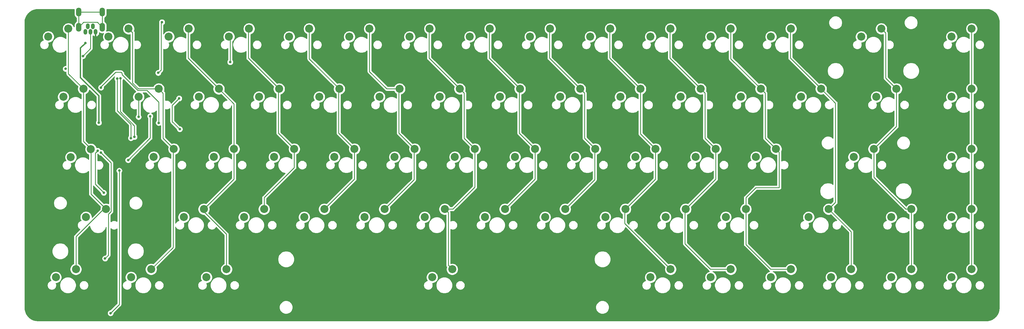
<source format=gtl>
%TF.GenerationSoftware,KiCad,Pcbnew,5.1.6-c6e7f7d~87~ubuntu20.04.1*%
%TF.CreationDate,2020-07-22T13:43:27-07:00*%
%TF.ProjectId,keeb,6b656562-2e6b-4696-9361-645f70636258,rev?*%
%TF.SameCoordinates,Original*%
%TF.FileFunction,Copper,L1,Top*%
%TF.FilePolarity,Positive*%
%FSLAX46Y46*%
G04 Gerber Fmt 4.6, Leading zero omitted, Abs format (unit mm)*
G04 Created by KiCad (PCBNEW 5.1.6-c6e7f7d~87~ubuntu20.04.1) date 2020-07-22 13:43:27*
%MOMM*%
%LPD*%
G01*
G04 APERTURE LIST*
%TA.AperFunction,ComponentPad*%
%ADD10C,2.540000*%
%TD*%
%TA.AperFunction,SMDPad,CuDef*%
%ADD11O,1.700000X2.799999*%
%TD*%
%TA.AperFunction,SMDPad,CuDef*%
%ADD12O,1.200000X1.800000*%
%TD*%
%TA.AperFunction,ComponentPad*%
%ADD13O,1.300000X2.400000*%
%TD*%
%TA.AperFunction,ComponentPad*%
%ADD14C,1.200000*%
%TD*%
%TA.AperFunction,ViaPad*%
%ADD15C,0.800000*%
%TD*%
%TA.AperFunction,Conductor*%
%ADD16C,0.254000*%
%TD*%
%TA.AperFunction,Conductor*%
%ADD17C,0.381000*%
%TD*%
%TA.AperFunction,Conductor*%
%ADD18C,0.250000*%
%TD*%
G04 APERTURE END LIST*
D10*
%TO.P,SW17,2*%
%TO.N,Net-(D17-Pad2)*%
X-384810000Y331152500D03*
%TO.P,SW17,1*%
%TO.N,Col2*%
X-378460000Y333692500D03*
%TD*%
%TO.P,SW31,2*%
%TO.N,Net-(D31-Pad2)*%
X-406271250Y312042500D03*
%TO.P,SW31,1*%
%TO.N,Col1*%
X-399921250Y314582500D03*
%TD*%
%TO.P,SW32,2*%
%TO.N,Net-(D32-Pad2)*%
X-380047500Y312102500D03*
%TO.P,SW32,1*%
%TO.N,Col2*%
X-373697500Y314642500D03*
%TD*%
%TO.P,SW18,2*%
%TO.N,Net-(D18-Pad2)*%
X-365760000Y331152500D03*
%TO.P,SW18,1*%
%TO.N,Col3*%
X-359410000Y333692500D03*
%TD*%
%TO.P,SW16,1*%
%TO.N,Col1*%
X-402274200Y333693880D03*
%TO.P,SW16,2*%
%TO.N,Net-(D16-Pad2)*%
X-408624200Y331153880D03*
%TD*%
%TO.P,SW45,1*%
%TO.N,Col1*%
X-395128750Y295592500D03*
%TO.P,SW45,2*%
%TO.N,Net-(D45-Pad2)*%
X-401478750Y293052500D03*
%TD*%
%TO.P,SW1,2*%
%TO.N,Net-(D1-Pad2)*%
X-413385000Y350202500D03*
%TO.P,SW1,1*%
%TO.N,Col1*%
X-407035000Y352742500D03*
%TD*%
%TO.P,SW2,2*%
%TO.N,Net-(D2-Pad2)*%
X-394335000Y350202500D03*
%TO.P,SW2,1*%
%TO.N,Col2*%
X-387985000Y352742500D03*
%TD*%
%TO.P,SW29,1*%
%TO.N,Col14*%
X-145097500Y333692500D03*
%TO.P,SW29,2*%
%TO.N,Net-(D29-Pad2)*%
X-151447500Y331152500D03*
%TD*%
%TO.P,SW68,2*%
%TO.N,Net-(D68-Pad2)*%
X-127635000Y274002500D03*
%TO.P,SW68,1*%
%TO.N,Col15*%
X-121285000Y276542500D03*
%TD*%
%TO.P,SW67,2*%
%TO.N,Net-(D67-Pad2)*%
X-146685000Y274002500D03*
%TO.P,SW67,1*%
%TO.N,Col14*%
X-140335000Y276542500D03*
%TD*%
%TO.P,SW66,2*%
%TO.N,Net-(D66-Pad2)*%
X-165735000Y274002500D03*
%TO.P,SW66,1*%
%TO.N,Col13*%
X-159385000Y276542500D03*
%TD*%
%TO.P,SW65,2*%
%TO.N,Net-(D65-Pad2)*%
X-184785000Y274002500D03*
%TO.P,SW65,1*%
%TO.N,Col12*%
X-178435000Y276542500D03*
%TD*%
%TO.P,SW64,2*%
%TO.N,Net-(D64-Pad2)*%
X-203835000Y274002500D03*
%TO.P,SW64,1*%
%TO.N,Col11*%
X-197485000Y276542500D03*
%TD*%
%TO.P,SW63,2*%
%TO.N,Net-(D63-Pad2)*%
X-222885000Y274002500D03*
%TO.P,SW63,1*%
%TO.N,Col10*%
X-216535000Y276542500D03*
%TD*%
%TO.P,SW62,1*%
%TO.N,Col7*%
X-285591250Y276542500D03*
%TO.P,SW62,2*%
%TO.N,Net-(D62-Pad2)*%
X-291941250Y274002500D03*
%TD*%
%TO.P,SW61,1*%
%TO.N,Col3*%
X-357028750Y276542500D03*
%TO.P,SW61,2*%
%TO.N,Net-(D61-Pad2)*%
X-363378750Y274002500D03*
%TD*%
%TO.P,SW60,1*%
%TO.N,Col2*%
X-380841250Y276542500D03*
%TO.P,SW60,2*%
%TO.N,Net-(D60-Pad2)*%
X-387191250Y274002500D03*
%TD*%
%TO.P,SW59,1*%
%TO.N,Col1*%
X-404653750Y276542500D03*
%TO.P,SW59,2*%
%TO.N,Net-(D59-Pad2)*%
X-411003750Y274002500D03*
%TD*%
%TO.P,SW58,2*%
%TO.N,Net-(D58-Pad2)*%
X-127635000Y293052500D03*
%TO.P,SW58,1*%
%TO.N,Col15*%
X-121285000Y295592500D03*
%TD*%
%TO.P,SW57,2*%
%TO.N,Net-(D57-Pad2)*%
X-146685000Y293052500D03*
%TO.P,SW57,1*%
%TO.N,Col14*%
X-140335000Y295592500D03*
%TD*%
%TO.P,SW56,1*%
%TO.N,Col13*%
X-166528750Y295592500D03*
%TO.P,SW56,2*%
%TO.N,Net-(D56-Pad2)*%
X-172878750Y293052500D03*
%TD*%
%TO.P,SW55,2*%
%TO.N,Net-(D55-Pad2)*%
X-199072500Y293052500D03*
%TO.P,SW55,1*%
%TO.N,Col12*%
X-192722500Y295592500D03*
%TD*%
%TO.P,SW54,2*%
%TO.N,Net-(D54-Pad2)*%
X-218122500Y293052500D03*
%TO.P,SW54,1*%
%TO.N,Col11*%
X-211772500Y295592500D03*
%TD*%
%TO.P,SW53,2*%
%TO.N,Net-(D53-Pad2)*%
X-237172500Y293052500D03*
%TO.P,SW53,1*%
%TO.N,Col10*%
X-230822500Y295592500D03*
%TD*%
%TO.P,SW52,2*%
%TO.N,Net-(D52-Pad2)*%
X-256222500Y293052500D03*
%TO.P,SW52,1*%
%TO.N,Col9*%
X-249872500Y295592500D03*
%TD*%
%TO.P,SW51,2*%
%TO.N,Net-(D51-Pad2)*%
X-275272500Y293052500D03*
%TO.P,SW51,1*%
%TO.N,Col8*%
X-268922500Y295592500D03*
%TD*%
%TO.P,SW50,2*%
%TO.N,Net-(D50-Pad2)*%
X-294322500Y293052500D03*
%TO.P,SW50,1*%
%TO.N,Col7*%
X-287972500Y295592500D03*
%TD*%
%TO.P,SW49,2*%
%TO.N,Net-(D49-Pad2)*%
X-313372500Y293052500D03*
%TO.P,SW49,1*%
%TO.N,Col6*%
X-307022500Y295592500D03*
%TD*%
%TO.P,SW48,2*%
%TO.N,Net-(D48-Pad2)*%
X-332422500Y293052500D03*
%TO.P,SW48,1*%
%TO.N,Col5*%
X-326072500Y295592500D03*
%TD*%
%TO.P,SW47,2*%
%TO.N,Net-(D47-Pad2)*%
X-351472500Y293052500D03*
%TO.P,SW47,1*%
%TO.N,Col4*%
X-345122500Y295592500D03*
%TD*%
%TO.P,SW46,2*%
%TO.N,Net-(D46-Pad2)*%
X-370522500Y293052500D03*
%TO.P,SW46,1*%
%TO.N,Col3*%
X-364172500Y295592500D03*
%TD*%
%TO.P,SW44,2*%
%TO.N,Net-(D44-Pad2)*%
X-127635000Y312102500D03*
%TO.P,SW44,1*%
%TO.N,Col15*%
X-121285000Y314642500D03*
%TD*%
%TO.P,SW43,1*%
%TO.N,Col14*%
X-152241250Y314642500D03*
%TO.P,SW43,2*%
%TO.N,Net-(D43-Pad2)*%
X-158591250Y312102500D03*
%TD*%
%TO.P,SW42,2*%
%TO.N,Net-(D42-Pad2)*%
X-189547500Y312102500D03*
%TO.P,SW42,1*%
%TO.N,Col12*%
X-183197500Y314642500D03*
%TD*%
%TO.P,SW41,2*%
%TO.N,Net-(D41-Pad2)*%
X-208597500Y312102500D03*
%TO.P,SW41,1*%
%TO.N,Col11*%
X-202247500Y314642500D03*
%TD*%
%TO.P,SW40,2*%
%TO.N,Net-(D40-Pad2)*%
X-227647500Y312102500D03*
%TO.P,SW40,1*%
%TO.N,Col10*%
X-221297500Y314642500D03*
%TD*%
%TO.P,SW39,2*%
%TO.N,Net-(D39-Pad2)*%
X-246697500Y312102500D03*
%TO.P,SW39,1*%
%TO.N,Col9*%
X-240347500Y314642500D03*
%TD*%
%TO.P,SW38,2*%
%TO.N,Net-(D38-Pad2)*%
X-265747500Y312102500D03*
%TO.P,SW38,1*%
%TO.N,Col8*%
X-259397500Y314642500D03*
%TD*%
%TO.P,SW37,2*%
%TO.N,Net-(D37-Pad2)*%
X-284797500Y312102500D03*
%TO.P,SW37,1*%
%TO.N,Col7*%
X-278447500Y314642500D03*
%TD*%
%TO.P,SW36,2*%
%TO.N,Net-(D36-Pad2)*%
X-303847500Y312102500D03*
%TO.P,SW36,1*%
%TO.N,Col6*%
X-297497500Y314642500D03*
%TD*%
%TO.P,SW35,2*%
%TO.N,Net-(D35-Pad2)*%
X-322897500Y312102500D03*
%TO.P,SW35,1*%
%TO.N,Col5*%
X-316547500Y314642500D03*
%TD*%
%TO.P,SW34,2*%
%TO.N,Net-(D34-Pad2)*%
X-341947500Y312102500D03*
%TO.P,SW34,1*%
%TO.N,Col4*%
X-335597500Y314642500D03*
%TD*%
%TO.P,SW33,2*%
%TO.N,Net-(D33-Pad2)*%
X-360997500Y312102500D03*
%TO.P,SW33,1*%
%TO.N,Col3*%
X-354647500Y314642500D03*
%TD*%
%TO.P,SW30,2*%
%TO.N,Net-(D30-Pad2)*%
X-127635000Y331152500D03*
%TO.P,SW30,1*%
%TO.N,Col15*%
X-121285000Y333692500D03*
%TD*%
%TO.P,SW28,2*%
%TO.N,Net-(D28-Pad2)*%
X-175260000Y331152500D03*
%TO.P,SW28,1*%
%TO.N,Col13*%
X-168910000Y333692500D03*
%TD*%
%TO.P,SW27,2*%
%TO.N,Net-(D27-Pad2)*%
X-194310000Y331152500D03*
%TO.P,SW27,1*%
%TO.N,Col12*%
X-187960000Y333692500D03*
%TD*%
%TO.P,SW26,2*%
%TO.N,Net-(D26-Pad2)*%
X-213360000Y331152500D03*
%TO.P,SW26,1*%
%TO.N,Col11*%
X-207010000Y333692500D03*
%TD*%
%TO.P,SW25,2*%
%TO.N,Net-(D25-Pad2)*%
X-232410000Y331152500D03*
%TO.P,SW25,1*%
%TO.N,Col10*%
X-226060000Y333692500D03*
%TD*%
%TO.P,SW24,2*%
%TO.N,Net-(D24-Pad2)*%
X-251460000Y331152500D03*
%TO.P,SW24,1*%
%TO.N,Col9*%
X-245110000Y333692500D03*
%TD*%
%TO.P,SW23,2*%
%TO.N,Net-(D23-Pad2)*%
X-270510000Y331152500D03*
%TO.P,SW23,1*%
%TO.N,Col8*%
X-264160000Y333692500D03*
%TD*%
%TO.P,SW22,2*%
%TO.N,Net-(D22-Pad2)*%
X-289560000Y331152500D03*
%TO.P,SW22,1*%
%TO.N,Col7*%
X-283210000Y333692500D03*
%TD*%
%TO.P,SW21,2*%
%TO.N,Net-(D21-Pad2)*%
X-308610000Y331152500D03*
%TO.P,SW21,1*%
%TO.N,Col6*%
X-302260000Y333692500D03*
%TD*%
%TO.P,SW20,2*%
%TO.N,Net-(D20-Pad2)*%
X-327660000Y331152500D03*
%TO.P,SW20,1*%
%TO.N,Col5*%
X-321310000Y333692500D03*
%TD*%
%TO.P,SW19,2*%
%TO.N,Net-(D19-Pad2)*%
X-346710000Y331152500D03*
%TO.P,SW19,1*%
%TO.N,Col4*%
X-340360000Y333692500D03*
%TD*%
%TO.P,SW15,2*%
%TO.N,Net-(D15-Pad2)*%
X-127635000Y350202500D03*
%TO.P,SW15,1*%
%TO.N,Col15*%
X-121285000Y352742500D03*
%TD*%
%TO.P,SW14,1*%
%TO.N,Col14*%
X-149860000Y352742500D03*
%TO.P,SW14,2*%
%TO.N,Net-(D14-Pad2)*%
X-156210000Y350202500D03*
%TD*%
%TO.P,SW13,2*%
%TO.N,Net-(D13-Pad2)*%
X-184785000Y350202500D03*
%TO.P,SW13,1*%
%TO.N,Col13*%
X-178435000Y352742500D03*
%TD*%
%TO.P,SW12,2*%
%TO.N,Net-(D12-Pad2)*%
X-203835000Y350202500D03*
%TO.P,SW12,1*%
%TO.N,Col12*%
X-197485000Y352742500D03*
%TD*%
%TO.P,SW11,2*%
%TO.N,Net-(D11-Pad2)*%
X-222885000Y350202500D03*
%TO.P,SW11,1*%
%TO.N,Col11*%
X-216535000Y352742500D03*
%TD*%
%TO.P,SW10,2*%
%TO.N,Net-(D10-Pad2)*%
X-241935000Y350202500D03*
%TO.P,SW10,1*%
%TO.N,Col10*%
X-235585000Y352742500D03*
%TD*%
%TO.P,SW9,2*%
%TO.N,Net-(D9-Pad2)*%
X-260985000Y350202500D03*
%TO.P,SW9,1*%
%TO.N,Col9*%
X-254635000Y352742500D03*
%TD*%
%TO.P,SW8,2*%
%TO.N,Net-(D8-Pad2)*%
X-280035000Y350202500D03*
%TO.P,SW8,1*%
%TO.N,Col8*%
X-273685000Y352742500D03*
%TD*%
%TO.P,SW7,2*%
%TO.N,Net-(D7-Pad2)*%
X-299085000Y350202500D03*
%TO.P,SW7,1*%
%TO.N,Col7*%
X-292735000Y352742500D03*
%TD*%
%TO.P,SW6,2*%
%TO.N,Net-(D6-Pad2)*%
X-318135000Y350202500D03*
%TO.P,SW6,1*%
%TO.N,Col6*%
X-311785000Y352742500D03*
%TD*%
%TO.P,SW5,2*%
%TO.N,Net-(D5-Pad2)*%
X-337185000Y350202500D03*
%TO.P,SW5,1*%
%TO.N,Col5*%
X-330835000Y352742500D03*
%TD*%
%TO.P,SW4,2*%
%TO.N,Net-(D4-Pad2)*%
X-356235000Y350202500D03*
%TO.P,SW4,1*%
%TO.N,Col4*%
X-349885000Y352742500D03*
%TD*%
%TO.P,SW3,1*%
%TO.N,Col3*%
X-368935000Y352742500D03*
%TO.P,SW3,2*%
%TO.N,Net-(D3-Pad2)*%
X-375285000Y350202500D03*
%TD*%
D11*
%TO.P,J1,6*%
%TO.N,Net-(J1-Pad6)*%
X-403752540Y353235260D03*
X-403752540Y357985260D03*
X-396352540Y357985260D03*
X-396352540Y353235260D03*
D12*
%TO.P,J1,2*%
%TO.N,Net-(J1-Pad2)*%
X-400852540Y353535260D03*
%TO.P,J1,4*%
%TO.N,Net-(J1-Pad4)*%
X-399252540Y353535260D03*
%TO.P,J1,5*%
%TO.N,GND*%
X-398452540Y351735260D03*
%TO.P,J1,3*%
%TO.N,Net-(J1-Pad3)*%
X-400052540Y351735260D03*
%TO.P,J1,1*%
%TO.N,+5V*%
X-401652540Y351735260D03*
D13*
%TO.P,J1,6*%
%TO.N,Net-(J1-Pad6)*%
X-403752540Y357985260D03*
X-396352540Y357985260D03*
X-403752540Y353235260D03*
X-396352540Y353235260D03*
D14*
%TO.P,J1,4*%
%TO.N,Net-(J1-Pad4)*%
X-399252540Y353235260D03*
%TO.P,J1,2*%
%TO.N,Net-(J1-Pad2)*%
X-400852540Y353235260D03*
%TO.P,J1,1*%
%TO.N,+5V*%
X-401652540Y352035260D03*
%TO.P,J1,5*%
%TO.N,GND*%
X-398452540Y352035260D03*
%TO.P,J1,3*%
%TO.N,Net-(J1-Pad3)*%
X-400052540Y352035260D03*
%TD*%
D15*
%TO.N,RST*%
X-388130559Y311139441D03*
X-381150000Y325030000D03*
%TO.N,GND*%
X-398580418Y320289582D03*
X-387850000Y326930000D03*
X-384150000Y313840000D03*
X-394978240Y308920000D03*
X-379050000Y320750000D03*
X-417350000Y326510000D03*
X-371500000Y324770000D03*
X-382640000Y319630000D03*
X-398320000Y344330000D03*
%TO.N,+5V*%
X-401652540Y348215040D03*
X-397406250Y322968750D03*
%TO.N,Net-(D4-Pad2)*%
X-355850000Y342180000D03*
%TO.N,Net-(J1-Pad3)*%
X-402431250Y344090625D03*
%TO.N,Net-(R3-Pad1)*%
X-387281250Y318093750D03*
X-391593750Y336937500D03*
%TO.N,Net-(R4-Pad1)*%
X-386156250Y318468750D03*
X-390597176Y337020234D03*
%TO.N,Net-(R5-Pad2)*%
X-372000000Y330656250D03*
X-371800000Y320920000D03*
%TO.N,Row1*%
X-407940000Y340040000D03*
%TO.N,Row2*%
X-378480000Y322910000D03*
X-396720000Y334100000D03*
%TO.N,Net-(D17-Pad2)*%
X-384843750Y324796250D03*
%TO.N,Row4*%
X-396750000Y313500000D03*
X-395438599Y279938599D03*
%TO.N,Row5*%
X-390937500Y307781250D03*
X-393715251Y262628499D03*
%TO.N,Col8*%
X-378620340Y338768740D03*
X-377429710Y354807740D03*
%TO.N,Row3*%
X-397781250Y314062500D03*
X-395848750Y300768750D03*
%TD*%
D16*
%TO.N,RST*%
X-381150000Y318120000D02*
X-381390000Y317880000D01*
X-381150000Y325030000D02*
X-381150000Y318120000D01*
X-388130559Y311139441D02*
X-381390000Y317880000D01*
D17*
%TO.N,+5V*%
X-401652540Y348215040D02*
X-403221751Y346645829D01*
X-397406250Y331493998D02*
X-403221751Y337309499D01*
X-397406250Y322968750D02*
X-397406250Y331493998D01*
X-403221751Y346645829D02*
X-403221751Y337309499D01*
D18*
%TO.N,Col1*%
X-407035000Y338455000D02*
X-402272500Y333692500D01*
X-407035000Y352742500D02*
X-407035000Y338455000D01*
X-402272500Y317023750D02*
X-399891250Y314642500D01*
X-402272500Y333692500D02*
X-402272500Y317023750D01*
X-399891250Y300355000D02*
X-395128750Y295592500D01*
X-399891250Y314642500D02*
X-399891250Y300355000D01*
X-404653750Y286867166D02*
X-404653750Y276542500D01*
X-395928416Y295592500D02*
X-404653750Y286867166D01*
X-395128750Y295592500D02*
X-395928416Y295592500D01*
D16*
%TO.N,Net-(D4-Pad2)*%
X-355850000Y349817500D02*
X-356235000Y350202500D01*
X-355850000Y342180000D02*
X-355850000Y349817500D01*
%TO.N,Net-(J1-Pad6)*%
X-396352540Y353235260D02*
X-396352540Y357985260D01*
X-396352540Y357985260D02*
X-403752540Y357985260D01*
X-403752540Y357985260D02*
X-403752540Y353235260D01*
X-397879550Y354762270D02*
X-396352540Y353235260D01*
X-402225530Y354762270D02*
X-397879550Y354762270D01*
X-403752540Y353235260D02*
X-402225530Y354762270D01*
D18*
%TO.N,Net-(J1-Pad3)*%
X-400052540Y346469335D02*
X-400052540Y352035260D01*
X-402431250Y344090625D02*
X-400052540Y346469335D01*
D16*
%TO.N,Net-(R3-Pad1)*%
X-387281250Y318093750D02*
X-387281250Y322451250D01*
X-391593750Y326763750D02*
X-391593750Y336937500D01*
X-387281250Y322451250D02*
X-391593750Y326763750D01*
%TO.N,Net-(R4-Pad1)*%
X-386156250Y321968316D02*
X-386156250Y318468750D01*
X-390597176Y326409242D02*
X-386156250Y321968316D01*
X-390597176Y337020234D02*
X-390597176Y326409242D01*
%TO.N,Net-(R5-Pad2)*%
X-372000000Y330656250D02*
X-374181250Y328475000D01*
X-374181250Y323301250D02*
X-371800000Y320920000D01*
X-374181250Y328475000D02*
X-374181250Y323301250D01*
%TO.N,Row1*%
X-407925000Y340025000D02*
X-407940000Y340040000D01*
%TO.N,Row2*%
X-390401039Y338977001D02*
X-392072999Y338977001D01*
X-390022999Y338598961D02*
X-390401039Y338977001D01*
X-390022999Y338186886D02*
X-390022999Y338598961D01*
X-385076604Y333240491D02*
X-390022999Y338186886D01*
X-382193056Y333240490D02*
X-385076604Y333240491D01*
X-378480000Y329527434D02*
X-382193056Y333240490D01*
X-378480000Y322910000D02*
X-378480000Y329527434D01*
X-396720000Y334330000D02*
X-396720000Y334100000D01*
X-392072999Y338977001D02*
X-396720000Y334330000D01*
%TO.N,Net-(D17-Pad2)*%
X-384843750Y331118750D02*
X-384810000Y331152500D01*
X-384843750Y324796250D02*
X-384843750Y331118750D01*
D18*
%TO.N,Col15*%
X-121285000Y276542500D02*
X-121285000Y295592500D01*
X-121285000Y295592500D02*
X-121285000Y314642500D01*
X-121285000Y314642500D02*
X-121285000Y333692500D01*
X-121285000Y333692500D02*
X-121285000Y352742500D01*
D16*
%TO.N,Row4*%
X-394362189Y281015009D02*
X-395438599Y279938599D01*
X-394362189Y293995499D02*
X-394362189Y281015009D01*
X-393531749Y294825939D02*
X-394362189Y293995499D01*
X-393531749Y310281749D02*
X-393531749Y294825939D01*
X-396750000Y313500000D02*
X-393531749Y310281749D01*
%TO.N,Row5*%
X-390937500Y265406250D02*
X-393715251Y262628499D01*
X-390937500Y307781250D02*
X-390937500Y265406250D01*
D18*
%TO.N,Col2*%
X-373918599Y314421401D02*
X-373697500Y314642500D01*
X-373918599Y283465151D02*
X-373918599Y314421401D01*
X-380841250Y276542500D02*
X-373918599Y283465151D01*
X-378681099Y333471401D02*
X-378460000Y333692500D01*
X-378460000Y333692500D02*
X-384889375Y333692500D01*
X-386715001Y351472501D02*
X-387985000Y352742500D01*
X-386715001Y335518126D02*
X-386715001Y351472501D01*
X-384889375Y333692500D02*
X-386715001Y335518126D01*
D16*
X-377921642Y333154142D02*
X-378460000Y333692500D01*
X-378460000Y333692500D02*
X-377070000Y332302500D01*
X-377097901Y318042901D02*
X-376762500Y317707500D01*
X-377070000Y332302500D02*
X-377097901Y332274599D01*
X-377097901Y332274599D02*
X-377097901Y318042901D01*
X-373697500Y314642500D02*
X-376762500Y317707500D01*
D18*
%TO.N,Col3*%
X-364172500Y294792834D02*
X-364172500Y295592500D01*
X-357028750Y287649084D02*
X-364172500Y294792834D01*
X-357028750Y276542500D02*
X-357028750Y287649084D01*
X-354647500Y305117500D02*
X-354647500Y314642500D01*
X-364172500Y295592500D02*
X-354647500Y305117500D01*
X-354647500Y328930000D02*
X-359410000Y333692500D01*
X-354647500Y314642500D02*
X-354647500Y328930000D01*
X-369156099Y352521401D02*
X-368935000Y352742500D01*
X-369156099Y343438599D02*
X-369156099Y352521401D01*
X-359410000Y333692500D02*
X-369156099Y343438599D01*
%TO.N,Col4*%
X-335597500Y308762834D02*
X-335597500Y314642500D01*
X-345122500Y299237834D02*
X-335597500Y308762834D01*
X-345122500Y295592500D02*
X-345122500Y299237834D01*
X-340581099Y333471401D02*
X-340360000Y333692500D01*
X-340581099Y319626099D02*
X-340581099Y333471401D01*
X-335597500Y314642500D02*
X-340581099Y319626099D01*
X-350106099Y352521401D02*
X-349885000Y352742500D01*
X-350106099Y343438599D02*
X-350106099Y352521401D01*
X-340360000Y333692500D02*
X-350106099Y343438599D01*
%TO.N,Col5*%
X-316547500Y305117500D02*
X-316547500Y314642500D01*
X-326072500Y295592500D02*
X-316547500Y305117500D01*
X-321531099Y333471401D02*
X-321310000Y333692500D01*
X-321531099Y319626099D02*
X-321531099Y333471401D01*
X-316547500Y314642500D02*
X-321531099Y319626099D01*
X-330835000Y343217500D02*
X-330835000Y352742500D01*
X-321310000Y333692500D02*
X-330835000Y343217500D01*
%TO.N,Col6*%
X-297718599Y314421401D02*
X-297497500Y314642500D01*
X-297718599Y304896401D02*
X-297718599Y314421401D01*
X-307022500Y295592500D02*
X-297718599Y304896401D01*
X-302481099Y319626099D02*
X-302481099Y333471401D01*
X-302481099Y333471401D02*
X-302260000Y333692500D01*
X-297497500Y314642500D02*
X-302481099Y319626099D01*
X-302260000Y333692500D02*
X-306308125Y333692500D01*
X-311785000Y339169375D02*
X-311785000Y352742500D01*
X-306308125Y333692500D02*
X-311785000Y339169375D01*
%TO.N,Col7*%
X-287972500Y295592500D02*
X-285432500Y295592500D01*
X-278447500Y302577500D02*
X-278447500Y314642500D01*
X-285432500Y295592500D02*
X-278447500Y302577500D01*
X-281845901Y332328401D02*
X-283210000Y333692500D01*
X-281845901Y318040901D02*
X-281845901Y332328401D01*
X-292956099Y352521401D02*
X-292735000Y352742500D01*
X-292956099Y343438599D02*
X-292956099Y352521401D01*
X-283210000Y333692500D02*
X-292956099Y343438599D01*
X-278447500Y314642500D02*
X-281845901Y318040901D01*
D16*
X-286861249Y294481249D02*
X-287972500Y295592500D01*
X-286861249Y277812499D02*
X-286861249Y294481249D01*
X-285591250Y276542500D02*
X-286861249Y277812499D01*
D18*
%TO.N,Col8*%
X-259397500Y305117500D02*
X-259397500Y314642500D01*
X-268922500Y295592500D02*
X-259397500Y305117500D01*
X-264381099Y333471401D02*
X-264160000Y333692500D01*
X-264381099Y319626099D02*
X-264381099Y333471401D01*
X-259397500Y314642500D02*
X-264381099Y319626099D01*
X-273906099Y352521401D02*
X-273685000Y352742500D01*
X-273906099Y343438599D02*
X-273906099Y352521401D01*
X-264160000Y333692500D02*
X-273906099Y343438599D01*
D16*
X-378620340Y338768740D02*
X-377732901Y339656179D01*
X-377732901Y354504549D02*
X-377429710Y354807740D01*
X-377732901Y339656179D02*
X-377732901Y354504549D01*
D18*
%TO.N,Col9*%
X-240568599Y314421401D02*
X-240347500Y314642500D01*
X-240568599Y304896401D02*
X-240568599Y314421401D01*
X-249872500Y295592500D02*
X-240568599Y304896401D01*
X-243745901Y332328401D02*
X-245110000Y333692500D01*
X-243745901Y318040901D02*
X-243745901Y332328401D01*
X-240347500Y314642500D02*
X-243745901Y318040901D01*
X-254856099Y352521401D02*
X-254635000Y352742500D01*
X-254856099Y343438599D02*
X-254856099Y352521401D01*
X-245110000Y333692500D02*
X-254856099Y343438599D01*
%TO.N,Col10*%
X-221297500Y305117500D02*
X-221297500Y314642500D01*
X-230822500Y295592500D02*
X-221297500Y305117500D01*
X-226060000Y319405000D02*
X-226060000Y333692500D01*
X-221297500Y314642500D02*
X-226060000Y319405000D01*
X-235806099Y352521401D02*
X-235585000Y352742500D01*
X-235806099Y343438599D02*
X-235806099Y352521401D01*
X-226060000Y333692500D02*
X-235806099Y343438599D01*
X-231043599Y295371401D02*
X-230822500Y295592500D01*
X-231043599Y291051099D02*
X-231043599Y295371401D01*
X-216535000Y276542500D02*
X-231043599Y291051099D01*
%TO.N,Col11*%
X-202247500Y305117500D02*
X-202247500Y314642500D01*
X-211772500Y295592500D02*
X-202247500Y305117500D01*
X-205645901Y332328401D02*
X-207010000Y333692500D01*
X-205645901Y318040901D02*
X-205645901Y332328401D01*
X-202247500Y314642500D02*
X-205645901Y318040901D01*
X-216756099Y352521401D02*
X-216535000Y352742500D01*
X-216756099Y343438599D02*
X-216756099Y352521401D01*
X-207010000Y333692500D02*
X-216756099Y343438599D01*
X-197485000Y276542500D02*
X-203914375Y276542500D01*
X-211993599Y295371401D02*
X-211772500Y295592500D01*
X-211993599Y284621724D02*
X-211993599Y295371401D01*
X-203914375Y276542500D02*
X-211993599Y284621724D01*
%TO.N,Col12*%
X-178435000Y276542500D02*
X-184864375Y276542500D01*
X-192722500Y284400625D02*
X-192722500Y295592500D01*
X-184864375Y276542500D02*
X-192722500Y284400625D01*
X-192722500Y299237834D02*
X-189541584Y302418750D01*
X-192722500Y295592500D02*
X-192722500Y299237834D01*
X-189541584Y302418750D02*
X-182165625Y302418750D01*
X-182165625Y313610625D02*
X-183197500Y314642500D01*
X-182165625Y302418750D02*
X-182165625Y313610625D01*
X-186595901Y332328401D02*
X-187960000Y333692500D01*
X-186595901Y318040901D02*
X-186595901Y332328401D01*
X-183197500Y314642500D02*
X-186595901Y318040901D01*
X-197485000Y343217500D02*
X-197485000Y352742500D01*
X-187960000Y333692500D02*
X-197485000Y343217500D01*
%TO.N,Col13*%
X-159385000Y288448750D02*
X-166528750Y295592500D01*
X-159385000Y276542500D02*
X-159385000Y288448750D01*
X-164400349Y329182849D02*
X-168910000Y333692500D01*
X-164400349Y297720901D02*
X-164400349Y329182849D01*
X-166528750Y295592500D02*
X-164400349Y297720901D01*
X-178656099Y343438599D02*
X-178656099Y351172026D01*
X-168910000Y333692500D02*
X-178656099Y343438599D01*
D16*
X-178656099Y352521401D02*
X-178435000Y352742500D01*
X-178656099Y351172026D02*
X-178656099Y352521401D01*
D18*
%TO.N,Col14*%
X-140335000Y276542500D02*
X-140335000Y295592500D01*
X-152241250Y305702699D02*
X-152241250Y314642500D01*
X-142131051Y295592500D02*
X-152241250Y305702699D01*
X-140335000Y295592500D02*
X-142131051Y295592500D01*
X-145097500Y321786250D02*
X-145097500Y333692500D01*
X-152241250Y314642500D02*
X-145097500Y321786250D01*
X-148495901Y351378401D02*
X-149860000Y352742500D01*
X-148495901Y337090901D02*
X-148495901Y351378401D01*
X-145097500Y333692500D02*
X-148495901Y337090901D01*
D16*
%TO.N,Row3*%
X-398559151Y303479151D02*
X-395848750Y300768750D01*
X-398559151Y313284599D02*
X-398559151Y303479151D01*
X-397781250Y314062500D02*
X-398559151Y313284599D01*
%TD*%
%TO.N,GND*%
G36*
X-405216053Y358826369D02*
G01*
X-405237540Y358608208D01*
X-405237540Y357362311D01*
X-405216053Y357144150D01*
X-405131139Y356864227D01*
X-404993245Y356606247D01*
X-404807673Y356380127D01*
X-404581553Y356194555D01*
X-404514540Y356158736D01*
X-404514539Y355061785D01*
X-404581554Y355025965D01*
X-404807674Y354840393D01*
X-404993246Y354614272D01*
X-405131139Y354356292D01*
X-405216053Y354076369D01*
X-405237540Y353858208D01*
X-405237540Y353381051D01*
X-405346811Y353644856D01*
X-405555290Y353956866D01*
X-405820634Y354222210D01*
X-406132644Y354430689D01*
X-406479332Y354574291D01*
X-406847374Y354647500D01*
X-407222626Y354647500D01*
X-407590668Y354574291D01*
X-407937356Y354430689D01*
X-408249366Y354222210D01*
X-408514710Y353956866D01*
X-408723189Y353644856D01*
X-408866791Y353298168D01*
X-408940000Y352930126D01*
X-408940000Y352554874D01*
X-408866791Y352186832D01*
X-408723189Y351840144D01*
X-408514710Y351528134D01*
X-408249366Y351262790D01*
X-407937356Y351054311D01*
X-407795000Y350995346D01*
X-407795000Y349600326D01*
X-407899174Y349704500D01*
X-408329749Y349992201D01*
X-408808178Y350190373D01*
X-409316076Y350291400D01*
X-409833924Y350291400D01*
X-410341822Y350190373D01*
X-410820251Y349992201D01*
X-411250826Y349704500D01*
X-411617000Y349338326D01*
X-411904701Y348907751D01*
X-412102873Y348429322D01*
X-412203900Y347921424D01*
X-412203900Y347403576D01*
X-412102873Y346895678D01*
X-411904701Y346417249D01*
X-411617000Y345986674D01*
X-411250826Y345620500D01*
X-410820251Y345332799D01*
X-410341822Y345134627D01*
X-409833924Y345033600D01*
X-409316076Y345033600D01*
X-408808178Y345134627D01*
X-408329749Y345332799D01*
X-407899174Y345620500D01*
X-407795000Y345724674D01*
X-407794999Y341066435D01*
X-407838061Y341075000D01*
X-408041939Y341075000D01*
X-408241898Y341035226D01*
X-408430256Y340957205D01*
X-408599774Y340843937D01*
X-408743937Y340699774D01*
X-408857205Y340530256D01*
X-408935226Y340341898D01*
X-408975000Y340141939D01*
X-408975000Y339938061D01*
X-408935226Y339738102D01*
X-408857205Y339549744D01*
X-408743937Y339380226D01*
X-408599774Y339236063D01*
X-408430256Y339122795D01*
X-408241898Y339044774D01*
X-408041939Y339005000D01*
X-407838061Y339005000D01*
X-407794999Y339013565D01*
X-407794999Y338492332D01*
X-407798676Y338455000D01*
X-407784002Y338306015D01*
X-407740546Y338162754D01*
X-407669974Y338030724D01*
X-407622190Y337972500D01*
X-407575000Y337914999D01*
X-407546002Y337891201D01*
X-404046932Y334392130D01*
X-404105991Y334249548D01*
X-404179200Y333881506D01*
X-404179200Y333506254D01*
X-404105991Y333138212D01*
X-403962389Y332791524D01*
X-403753910Y332479514D01*
X-403488566Y332214170D01*
X-403176556Y332005691D01*
X-403032500Y331946021D01*
X-403032500Y330550006D01*
X-403138374Y330655880D01*
X-403568949Y330943581D01*
X-404047378Y331141753D01*
X-404555276Y331242780D01*
X-405073124Y331242780D01*
X-405581022Y331141753D01*
X-406059451Y330943581D01*
X-406490026Y330655880D01*
X-406856200Y330289706D01*
X-407143901Y329859131D01*
X-407342073Y329380702D01*
X-407443100Y328872804D01*
X-407443100Y328354956D01*
X-407342073Y327847058D01*
X-407143901Y327368629D01*
X-406856200Y326938054D01*
X-406490026Y326571880D01*
X-406059451Y326284179D01*
X-405581022Y326086007D01*
X-405073124Y325984980D01*
X-404555276Y325984980D01*
X-404047378Y326086007D01*
X-403568949Y326284179D01*
X-403138374Y326571880D01*
X-403032500Y326677754D01*
X-403032499Y317061083D01*
X-403036176Y317023750D01*
X-403021502Y316874765D01*
X-402978046Y316731504D01*
X-402907474Y316599474D01*
X-402836299Y316512748D01*
X-402812500Y316483749D01*
X-402783502Y316459951D01*
X-401667715Y315344164D01*
X-401753041Y315138168D01*
X-401826250Y314770126D01*
X-401826250Y314394874D01*
X-401753041Y314026832D01*
X-401609439Y313680144D01*
X-401400960Y313368134D01*
X-401135616Y313102790D01*
X-400823606Y312894311D01*
X-400651250Y312822919D01*
X-400651250Y311410326D01*
X-400785424Y311544500D01*
X-401215999Y311832201D01*
X-401694428Y312030373D01*
X-402202326Y312131400D01*
X-402720174Y312131400D01*
X-403228072Y312030373D01*
X-403706501Y311832201D01*
X-404137076Y311544500D01*
X-404503250Y311178326D01*
X-404790951Y310747751D01*
X-404989123Y310269322D01*
X-405090150Y309761424D01*
X-405090150Y309243576D01*
X-404989123Y308735678D01*
X-404790951Y308257249D01*
X-404503250Y307826674D01*
X-404137076Y307460500D01*
X-403706501Y307172799D01*
X-403228072Y306974627D01*
X-402720174Y306873600D01*
X-402202326Y306873600D01*
X-401694428Y306974627D01*
X-401215999Y307172799D01*
X-400785424Y307460500D01*
X-400651250Y307594674D01*
X-400651249Y300392332D01*
X-400654926Y300355000D01*
X-400651249Y300317667D01*
X-400640252Y300206014D01*
X-400627070Y300162558D01*
X-400596796Y300062754D01*
X-400526224Y299930724D01*
X-400478693Y299872808D01*
X-400431250Y299814999D01*
X-400402252Y299791201D01*
X-396901576Y296290524D01*
X-396960541Y296148168D01*
X-397033750Y295780126D01*
X-397033750Y295561968D01*
X-399573750Y293021968D01*
X-399573750Y293240126D01*
X-399646959Y293608168D01*
X-399790561Y293954856D01*
X-399999040Y294266866D01*
X-400264384Y294532210D01*
X-400576394Y294740689D01*
X-400923082Y294884291D01*
X-401291124Y294957500D01*
X-401666376Y294957500D01*
X-402034418Y294884291D01*
X-402381106Y294740689D01*
X-402693116Y294532210D01*
X-402958460Y294266866D01*
X-403166939Y293954856D01*
X-403310541Y293608168D01*
X-403383750Y293240126D01*
X-403383750Y292864874D01*
X-403310541Y292496832D01*
X-403166939Y292150144D01*
X-403045550Y291968473D01*
X-403182171Y291941298D01*
X-403452588Y291829288D01*
X-403695956Y291666674D01*
X-403902924Y291459706D01*
X-404065538Y291216338D01*
X-404177548Y290945921D01*
X-404234650Y290658848D01*
X-404234650Y290366152D01*
X-404177548Y290079079D01*
X-404065538Y289808662D01*
X-403902924Y289565294D01*
X-403695956Y289358326D01*
X-403452588Y289195712D01*
X-403415406Y289180311D01*
X-405164747Y287430970D01*
X-405193751Y287407167D01*
X-405248879Y287339992D01*
X-405288724Y287291442D01*
X-405324340Y287224809D01*
X-405359296Y287159412D01*
X-405402753Y287016151D01*
X-405413750Y286904498D01*
X-405413750Y286904488D01*
X-405417426Y286867166D01*
X-405413750Y286829844D01*
X-405413749Y278289655D01*
X-405556106Y278230689D01*
X-405868116Y278022210D01*
X-406133460Y277756866D01*
X-406341939Y277444856D01*
X-406485541Y277098168D01*
X-406558750Y276730126D01*
X-406558750Y276354874D01*
X-406485541Y275986832D01*
X-406341939Y275640144D01*
X-406133460Y275328134D01*
X-405868116Y275062790D01*
X-405556106Y274854311D01*
X-405209418Y274710709D01*
X-404841376Y274637500D01*
X-404466124Y274637500D01*
X-404098082Y274710709D01*
X-403751394Y274854311D01*
X-403439384Y275062790D01*
X-403174040Y275328134D01*
X-402965561Y275640144D01*
X-402821959Y275986832D01*
X-402748750Y276354874D01*
X-402748750Y276730126D01*
X-402821959Y277098168D01*
X-402965561Y277444856D01*
X-403174040Y277756866D01*
X-403439384Y278022210D01*
X-403751394Y278230689D01*
X-403893750Y278289654D01*
X-403893750Y286552365D01*
X-400280211Y290165904D01*
X-400196623Y289745678D01*
X-399998451Y289267249D01*
X-399710750Y288836674D01*
X-399344576Y288470500D01*
X-398914001Y288182799D01*
X-398435572Y287984627D01*
X-397927674Y287883600D01*
X-397409826Y287883600D01*
X-396901928Y287984627D01*
X-396423499Y288182799D01*
X-395992924Y288470500D01*
X-395626750Y288836674D01*
X-395339049Y289267249D01*
X-395140877Y289745678D01*
X-395124189Y289829576D01*
X-395124188Y281330640D01*
X-395481229Y280973599D01*
X-395540538Y280973599D01*
X-395740497Y280933825D01*
X-395928855Y280855804D01*
X-396098373Y280742536D01*
X-396242536Y280598373D01*
X-396355804Y280428855D01*
X-396433825Y280240497D01*
X-396473599Y280040538D01*
X-396473599Y279836660D01*
X-396433825Y279636701D01*
X-396355804Y279448343D01*
X-396242536Y279278825D01*
X-396098373Y279134662D01*
X-395928855Y279021394D01*
X-395740497Y278943373D01*
X-395540538Y278903599D01*
X-395336660Y278903599D01*
X-395136701Y278943373D01*
X-394948343Y279021394D01*
X-394778825Y279134662D01*
X-394634662Y279278825D01*
X-394521394Y279448343D01*
X-394443373Y279636701D01*
X-394403599Y279836660D01*
X-394403599Y279895969D01*
X-393849843Y280449725D01*
X-393820767Y280473587D01*
X-393760332Y280547228D01*
X-393725544Y280589616D01*
X-393654788Y280721993D01*
X-393654787Y280721994D01*
X-393611215Y280865631D01*
X-393600189Y280977583D01*
X-393600189Y280977586D01*
X-393596503Y281015009D01*
X-393600189Y281052432D01*
X-393600189Y289422559D01*
X-393535956Y289358326D01*
X-393292588Y289195712D01*
X-393022171Y289083702D01*
X-392735098Y289026600D01*
X-392442402Y289026600D01*
X-392155329Y289083702D01*
X-391884912Y289195712D01*
X-391699500Y289319601D01*
X-391699499Y265721882D01*
X-393757881Y263663499D01*
X-393817190Y263663499D01*
X-394017149Y263623725D01*
X-394205507Y263545704D01*
X-394375025Y263432436D01*
X-394519188Y263288273D01*
X-394632456Y263118755D01*
X-394710477Y262930397D01*
X-394750251Y262730438D01*
X-394750251Y262526560D01*
X-394710477Y262326601D01*
X-394632456Y262138243D01*
X-394519188Y261968725D01*
X-394375025Y261824562D01*
X-394205507Y261711294D01*
X-394017149Y261633273D01*
X-393817190Y261593499D01*
X-393613312Y261593499D01*
X-393413353Y261633273D01*
X-393224995Y261711294D01*
X-393055477Y261824562D01*
X-392911314Y261968725D01*
X-392798046Y262138243D01*
X-392720025Y262326601D01*
X-392680251Y262526560D01*
X-392680251Y262585869D01*
X-390575977Y264690143D01*
X-340328250Y264690143D01*
X-340328250Y264264857D01*
X-340245280Y263847743D01*
X-340082531Y263454830D01*
X-339846254Y263101218D01*
X-339545532Y262800496D01*
X-339191920Y262564219D01*
X-338799007Y262401470D01*
X-338381893Y262318500D01*
X-337956607Y262318500D01*
X-337539493Y262401470D01*
X-337146580Y262564219D01*
X-336792968Y262800496D01*
X-336492246Y263101218D01*
X-336255969Y263454830D01*
X-336093220Y263847743D01*
X-336010250Y264264857D01*
X-336010250Y264690143D01*
X-240252250Y264690143D01*
X-240252250Y264264857D01*
X-240169280Y263847743D01*
X-240006531Y263454830D01*
X-239770254Y263101218D01*
X-239469532Y262800496D01*
X-239115920Y262564219D01*
X-238723007Y262401470D01*
X-238305893Y262318500D01*
X-237880607Y262318500D01*
X-237463493Y262401470D01*
X-237070580Y262564219D01*
X-236716968Y262800496D01*
X-236416246Y263101218D01*
X-236179969Y263454830D01*
X-236017220Y263847743D01*
X-235934250Y264264857D01*
X-235934250Y264690143D01*
X-236017220Y265107257D01*
X-236179969Y265500170D01*
X-236416246Y265853782D01*
X-236716968Y266154504D01*
X-237070580Y266390781D01*
X-237463493Y266553530D01*
X-237880607Y266636500D01*
X-238305893Y266636500D01*
X-238723007Y266553530D01*
X-239115920Y266390781D01*
X-239469532Y266154504D01*
X-239770254Y265853782D01*
X-240006531Y265500170D01*
X-240169280Y265107257D01*
X-240252250Y264690143D01*
X-336010250Y264690143D01*
X-336093220Y265107257D01*
X-336255969Y265500170D01*
X-336492246Y265853782D01*
X-336792968Y266154504D01*
X-337146580Y266390781D01*
X-337539493Y266553530D01*
X-337956607Y266636500D01*
X-338381893Y266636500D01*
X-338799007Y266553530D01*
X-339191920Y266390781D01*
X-339545532Y266154504D01*
X-339846254Y265853782D01*
X-340082531Y265500170D01*
X-340245280Y265107257D01*
X-340328250Y264690143D01*
X-390575977Y264690143D01*
X-390425148Y264840971D01*
X-390396078Y264864828D01*
X-390300855Y264980858D01*
X-390230098Y265113235D01*
X-390186526Y265256872D01*
X-390175500Y265368824D01*
X-390175500Y265368826D01*
X-390171814Y265406249D01*
X-390175500Y265443672D01*
X-390175500Y271608848D01*
X-389947150Y271608848D01*
X-389947150Y271316152D01*
X-389890048Y271029079D01*
X-389778038Y270758662D01*
X-389615424Y270515294D01*
X-389408456Y270308326D01*
X-389165088Y270145712D01*
X-388894671Y270033702D01*
X-388607598Y269976600D01*
X-388314902Y269976600D01*
X-388027829Y270033702D01*
X-387757412Y270145712D01*
X-387514044Y270308326D01*
X-387307076Y270515294D01*
X-387144462Y270758662D01*
X-387032452Y271029079D01*
X-386975350Y271316152D01*
X-386975350Y271608848D01*
X-386997742Y271721424D01*
X-386010150Y271721424D01*
X-386010150Y271203576D01*
X-385909123Y270695678D01*
X-385710951Y270217249D01*
X-385423250Y269786674D01*
X-385057076Y269420500D01*
X-384626501Y269132799D01*
X-384148072Y268934627D01*
X-383640174Y268833600D01*
X-383122326Y268833600D01*
X-382614428Y268934627D01*
X-382135999Y269132799D01*
X-381705424Y269420500D01*
X-381339250Y269786674D01*
X-381051549Y270217249D01*
X-380853377Y270695678D01*
X-380752350Y271203576D01*
X-380752350Y271608848D01*
X-379787150Y271608848D01*
X-379787150Y271316152D01*
X-379730048Y271029079D01*
X-379618038Y270758662D01*
X-379455424Y270515294D01*
X-379248456Y270308326D01*
X-379005088Y270145712D01*
X-378734671Y270033702D01*
X-378447598Y269976600D01*
X-378154902Y269976600D01*
X-377867829Y270033702D01*
X-377597412Y270145712D01*
X-377354044Y270308326D01*
X-377147076Y270515294D01*
X-376984462Y270758662D01*
X-376872452Y271029079D01*
X-376815350Y271316152D01*
X-376815350Y271608848D01*
X-366134650Y271608848D01*
X-366134650Y271316152D01*
X-366077548Y271029079D01*
X-365965538Y270758662D01*
X-365802924Y270515294D01*
X-365595956Y270308326D01*
X-365352588Y270145712D01*
X-365082171Y270033702D01*
X-364795098Y269976600D01*
X-364502402Y269976600D01*
X-364215329Y270033702D01*
X-363944912Y270145712D01*
X-363701544Y270308326D01*
X-363494576Y270515294D01*
X-363331962Y270758662D01*
X-363219952Y271029079D01*
X-363162850Y271316152D01*
X-363162850Y271608848D01*
X-363185242Y271721424D01*
X-362197650Y271721424D01*
X-362197650Y271203576D01*
X-362096623Y270695678D01*
X-361898451Y270217249D01*
X-361610750Y269786674D01*
X-361244576Y269420500D01*
X-360814001Y269132799D01*
X-360335572Y268934627D01*
X-359827674Y268833600D01*
X-359309826Y268833600D01*
X-358801928Y268934627D01*
X-358323499Y269132799D01*
X-357892924Y269420500D01*
X-357526750Y269786674D01*
X-357239049Y270217249D01*
X-357040877Y270695678D01*
X-356939850Y271203576D01*
X-356939850Y271608848D01*
X-355974650Y271608848D01*
X-355974650Y271316152D01*
X-355917548Y271029079D01*
X-355805538Y270758662D01*
X-355642924Y270515294D01*
X-355435956Y270308326D01*
X-355192588Y270145712D01*
X-354922171Y270033702D01*
X-354635098Y269976600D01*
X-354342402Y269976600D01*
X-354055329Y270033702D01*
X-353784912Y270145712D01*
X-353541544Y270308326D01*
X-353334576Y270515294D01*
X-353171962Y270758662D01*
X-353059952Y271029079D01*
X-353002850Y271316152D01*
X-353002850Y271608848D01*
X-294697150Y271608848D01*
X-294697150Y271316152D01*
X-294640048Y271029079D01*
X-294528038Y270758662D01*
X-294365424Y270515294D01*
X-294158456Y270308326D01*
X-293915088Y270145712D01*
X-293644671Y270033702D01*
X-293357598Y269976600D01*
X-293064902Y269976600D01*
X-292777829Y270033702D01*
X-292507412Y270145712D01*
X-292264044Y270308326D01*
X-292057076Y270515294D01*
X-291894462Y270758662D01*
X-291782452Y271029079D01*
X-291725350Y271316152D01*
X-291725350Y271608848D01*
X-291747742Y271721424D01*
X-290760150Y271721424D01*
X-290760150Y271203576D01*
X-290659123Y270695678D01*
X-290460951Y270217249D01*
X-290173250Y269786674D01*
X-289807076Y269420500D01*
X-289376501Y269132799D01*
X-288898072Y268934627D01*
X-288390174Y268833600D01*
X-287872326Y268833600D01*
X-287364428Y268934627D01*
X-286885999Y269132799D01*
X-286455424Y269420500D01*
X-286089250Y269786674D01*
X-285801549Y270217249D01*
X-285603377Y270695678D01*
X-285502350Y271203576D01*
X-285502350Y271608848D01*
X-284537150Y271608848D01*
X-284537150Y271316152D01*
X-284480048Y271029079D01*
X-284368038Y270758662D01*
X-284205424Y270515294D01*
X-283998456Y270308326D01*
X-283755088Y270145712D01*
X-283484671Y270033702D01*
X-283197598Y269976600D01*
X-282904902Y269976600D01*
X-282617829Y270033702D01*
X-282347412Y270145712D01*
X-282104044Y270308326D01*
X-281897076Y270515294D01*
X-281734462Y270758662D01*
X-281622452Y271029079D01*
X-281565350Y271316152D01*
X-281565350Y271608848D01*
X-225640900Y271608848D01*
X-225640900Y271316152D01*
X-225583798Y271029079D01*
X-225471788Y270758662D01*
X-225309174Y270515294D01*
X-225102206Y270308326D01*
X-224858838Y270145712D01*
X-224588421Y270033702D01*
X-224301348Y269976600D01*
X-224008652Y269976600D01*
X-223721579Y270033702D01*
X-223451162Y270145712D01*
X-223207794Y270308326D01*
X-223000826Y270515294D01*
X-222838212Y270758662D01*
X-222726202Y271029079D01*
X-222669100Y271316152D01*
X-222669100Y271608848D01*
X-222691492Y271721424D01*
X-221703900Y271721424D01*
X-221703900Y271203576D01*
X-221602873Y270695678D01*
X-221404701Y270217249D01*
X-221117000Y269786674D01*
X-220750826Y269420500D01*
X-220320251Y269132799D01*
X-219841822Y268934627D01*
X-219333924Y268833600D01*
X-218816076Y268833600D01*
X-218308178Y268934627D01*
X-217829749Y269132799D01*
X-217399174Y269420500D01*
X-217033000Y269786674D01*
X-216745299Y270217249D01*
X-216547127Y270695678D01*
X-216446100Y271203576D01*
X-216446100Y271608848D01*
X-215480900Y271608848D01*
X-215480900Y271316152D01*
X-215423798Y271029079D01*
X-215311788Y270758662D01*
X-215149174Y270515294D01*
X-214942206Y270308326D01*
X-214698838Y270145712D01*
X-214428421Y270033702D01*
X-214141348Y269976600D01*
X-213848652Y269976600D01*
X-213561579Y270033702D01*
X-213291162Y270145712D01*
X-213047794Y270308326D01*
X-212840826Y270515294D01*
X-212678212Y270758662D01*
X-212566202Y271029079D01*
X-212509100Y271316152D01*
X-212509100Y271608848D01*
X-212566202Y271895921D01*
X-212678212Y272166338D01*
X-212840826Y272409706D01*
X-213047794Y272616674D01*
X-213291162Y272779288D01*
X-213561579Y272891298D01*
X-213848652Y272948400D01*
X-214141348Y272948400D01*
X-214428421Y272891298D01*
X-214698838Y272779288D01*
X-214942206Y272616674D01*
X-215149174Y272409706D01*
X-215311788Y272166338D01*
X-215423798Y271895921D01*
X-215480900Y271608848D01*
X-216446100Y271608848D01*
X-216446100Y271721424D01*
X-216547127Y272229322D01*
X-216745299Y272707751D01*
X-217033000Y273138326D01*
X-217399174Y273504500D01*
X-217829749Y273792201D01*
X-218308178Y273990373D01*
X-218816076Y274091400D01*
X-219333924Y274091400D01*
X-219841822Y273990373D01*
X-220320251Y273792201D01*
X-220750826Y273504500D01*
X-221117000Y273138326D01*
X-221404701Y272707751D01*
X-221602873Y272229322D01*
X-221703900Y271721424D01*
X-222691492Y271721424D01*
X-222726202Y271895921D01*
X-222809698Y272097500D01*
X-222697374Y272097500D01*
X-222329332Y272170709D01*
X-221982644Y272314311D01*
X-221670634Y272522790D01*
X-221405290Y272788134D01*
X-221196811Y273100144D01*
X-221053209Y273446832D01*
X-220980000Y273814874D01*
X-220980000Y274190126D01*
X-221053209Y274558168D01*
X-221196811Y274904856D01*
X-221405290Y275216866D01*
X-221670634Y275482210D01*
X-221982644Y275690689D01*
X-222329332Y275834291D01*
X-222697374Y275907500D01*
X-223072626Y275907500D01*
X-223440668Y275834291D01*
X-223787356Y275690689D01*
X-224099366Y275482210D01*
X-224364710Y275216866D01*
X-224573189Y274904856D01*
X-224716791Y274558168D01*
X-224790000Y274190126D01*
X-224790000Y273814874D01*
X-224716791Y273446832D01*
X-224573189Y273100144D01*
X-224451800Y272918473D01*
X-224588421Y272891298D01*
X-224858838Y272779288D01*
X-225102206Y272616674D01*
X-225309174Y272409706D01*
X-225471788Y272166338D01*
X-225583798Y271895921D01*
X-225640900Y271608848D01*
X-281565350Y271608848D01*
X-281622452Y271895921D01*
X-281734462Y272166338D01*
X-281897076Y272409706D01*
X-282104044Y272616674D01*
X-282347412Y272779288D01*
X-282617829Y272891298D01*
X-282904902Y272948400D01*
X-283197598Y272948400D01*
X-283484671Y272891298D01*
X-283755088Y272779288D01*
X-283998456Y272616674D01*
X-284205424Y272409706D01*
X-284368038Y272166338D01*
X-284480048Y271895921D01*
X-284537150Y271608848D01*
X-285502350Y271608848D01*
X-285502350Y271721424D01*
X-285603377Y272229322D01*
X-285801549Y272707751D01*
X-286089250Y273138326D01*
X-286455424Y273504500D01*
X-286885999Y273792201D01*
X-287364428Y273990373D01*
X-287872326Y274091400D01*
X-288390174Y274091400D01*
X-288898072Y273990373D01*
X-289376501Y273792201D01*
X-289807076Y273504500D01*
X-290173250Y273138326D01*
X-290460951Y272707751D01*
X-290659123Y272229322D01*
X-290760150Y271721424D01*
X-291747742Y271721424D01*
X-291782452Y271895921D01*
X-291865948Y272097500D01*
X-291753624Y272097500D01*
X-291385582Y272170709D01*
X-291038894Y272314311D01*
X-290726884Y272522790D01*
X-290461540Y272788134D01*
X-290253061Y273100144D01*
X-290109459Y273446832D01*
X-290036250Y273814874D01*
X-290036250Y274190126D01*
X-290109459Y274558168D01*
X-290253061Y274904856D01*
X-290461540Y275216866D01*
X-290726884Y275482210D01*
X-291038894Y275690689D01*
X-291385582Y275834291D01*
X-291753624Y275907500D01*
X-292128876Y275907500D01*
X-292496918Y275834291D01*
X-292843606Y275690689D01*
X-293155616Y275482210D01*
X-293420960Y275216866D01*
X-293629439Y274904856D01*
X-293773041Y274558168D01*
X-293846250Y274190126D01*
X-293846250Y273814874D01*
X-293773041Y273446832D01*
X-293629439Y273100144D01*
X-293508050Y272918473D01*
X-293644671Y272891298D01*
X-293915088Y272779288D01*
X-294158456Y272616674D01*
X-294365424Y272409706D01*
X-294528038Y272166338D01*
X-294640048Y271895921D01*
X-294697150Y271608848D01*
X-353002850Y271608848D01*
X-353059952Y271895921D01*
X-353171962Y272166338D01*
X-353334576Y272409706D01*
X-353541544Y272616674D01*
X-353784912Y272779288D01*
X-354055329Y272891298D01*
X-354342402Y272948400D01*
X-354635098Y272948400D01*
X-354922171Y272891298D01*
X-355192588Y272779288D01*
X-355435956Y272616674D01*
X-355642924Y272409706D01*
X-355805538Y272166338D01*
X-355917548Y271895921D01*
X-355974650Y271608848D01*
X-356939850Y271608848D01*
X-356939850Y271721424D01*
X-357040877Y272229322D01*
X-357239049Y272707751D01*
X-357526750Y273138326D01*
X-357892924Y273504500D01*
X-358323499Y273792201D01*
X-358801928Y273990373D01*
X-359309826Y274091400D01*
X-359827674Y274091400D01*
X-360335572Y273990373D01*
X-360814001Y273792201D01*
X-361244576Y273504500D01*
X-361610750Y273138326D01*
X-361898451Y272707751D01*
X-362096623Y272229322D01*
X-362197650Y271721424D01*
X-363185242Y271721424D01*
X-363219952Y271895921D01*
X-363303448Y272097500D01*
X-363191124Y272097500D01*
X-362823082Y272170709D01*
X-362476394Y272314311D01*
X-362164384Y272522790D01*
X-361899040Y272788134D01*
X-361690561Y273100144D01*
X-361546959Y273446832D01*
X-361473750Y273814874D01*
X-361473750Y274190126D01*
X-361546959Y274558168D01*
X-361690561Y274904856D01*
X-361899040Y275216866D01*
X-362164384Y275482210D01*
X-362476394Y275690689D01*
X-362823082Y275834291D01*
X-363191124Y275907500D01*
X-363566376Y275907500D01*
X-363934418Y275834291D01*
X-364281106Y275690689D01*
X-364593116Y275482210D01*
X-364858460Y275216866D01*
X-365066939Y274904856D01*
X-365210541Y274558168D01*
X-365283750Y274190126D01*
X-365283750Y273814874D01*
X-365210541Y273446832D01*
X-365066939Y273100144D01*
X-364945550Y272918473D01*
X-365082171Y272891298D01*
X-365352588Y272779288D01*
X-365595956Y272616674D01*
X-365802924Y272409706D01*
X-365965538Y272166338D01*
X-366077548Y271895921D01*
X-366134650Y271608848D01*
X-376815350Y271608848D01*
X-376872452Y271895921D01*
X-376984462Y272166338D01*
X-377147076Y272409706D01*
X-377354044Y272616674D01*
X-377597412Y272779288D01*
X-377867829Y272891298D01*
X-378154902Y272948400D01*
X-378447598Y272948400D01*
X-378734671Y272891298D01*
X-379005088Y272779288D01*
X-379248456Y272616674D01*
X-379455424Y272409706D01*
X-379618038Y272166338D01*
X-379730048Y271895921D01*
X-379787150Y271608848D01*
X-380752350Y271608848D01*
X-380752350Y271721424D01*
X-380853377Y272229322D01*
X-381051549Y272707751D01*
X-381339250Y273138326D01*
X-381705424Y273504500D01*
X-382135999Y273792201D01*
X-382614428Y273990373D01*
X-383122326Y274091400D01*
X-383640174Y274091400D01*
X-384148072Y273990373D01*
X-384626501Y273792201D01*
X-385057076Y273504500D01*
X-385423250Y273138326D01*
X-385710951Y272707751D01*
X-385909123Y272229322D01*
X-386010150Y271721424D01*
X-386997742Y271721424D01*
X-387032452Y271895921D01*
X-387115948Y272097500D01*
X-387003624Y272097500D01*
X-386635582Y272170709D01*
X-386288894Y272314311D01*
X-385976884Y272522790D01*
X-385711540Y272788134D01*
X-385503061Y273100144D01*
X-385359459Y273446832D01*
X-385286250Y273814874D01*
X-385286250Y274190126D01*
X-385359459Y274558168D01*
X-385503061Y274904856D01*
X-385711540Y275216866D01*
X-385976884Y275482210D01*
X-386288894Y275690689D01*
X-386635582Y275834291D01*
X-387003624Y275907500D01*
X-387378876Y275907500D01*
X-387746918Y275834291D01*
X-388093606Y275690689D01*
X-388405616Y275482210D01*
X-388670960Y275216866D01*
X-388879439Y274904856D01*
X-389023041Y274558168D01*
X-389096250Y274190126D01*
X-389096250Y273814874D01*
X-389023041Y273446832D01*
X-388879439Y273100144D01*
X-388758050Y272918473D01*
X-388894671Y272891298D01*
X-389165088Y272779288D01*
X-389408456Y272616674D01*
X-389615424Y272409706D01*
X-389778038Y272166338D01*
X-389890048Y271895921D01*
X-389947150Y271608848D01*
X-390175500Y271608848D01*
X-390175500Y282516424D01*
X-388359650Y282516424D01*
X-388359650Y281998576D01*
X-388258623Y281490678D01*
X-388060451Y281012249D01*
X-387772750Y280581674D01*
X-387406576Y280215500D01*
X-386976001Y279927799D01*
X-386497572Y279729627D01*
X-385989674Y279628600D01*
X-385471826Y279628600D01*
X-384963928Y279729627D01*
X-384485499Y279927799D01*
X-384054924Y280215500D01*
X-383688750Y280581674D01*
X-383401049Y281012249D01*
X-383202877Y281490678D01*
X-383101850Y281998576D01*
X-383101850Y282516424D01*
X-383202877Y283024322D01*
X-383401049Y283502751D01*
X-383688750Y283933326D01*
X-384054924Y284299500D01*
X-384485499Y284587201D01*
X-384963928Y284785373D01*
X-385471826Y284886400D01*
X-385989674Y284886400D01*
X-386497572Y284785373D01*
X-386976001Y284587201D01*
X-387406576Y284299500D01*
X-387772750Y283933326D01*
X-388060451Y283502751D01*
X-388258623Y283024322D01*
X-388359650Y282516424D01*
X-390175500Y282516424D01*
X-390175500Y297710143D01*
X-387889750Y297710143D01*
X-387889750Y297284857D01*
X-387806780Y296867743D01*
X-387644031Y296474830D01*
X-387407754Y296121218D01*
X-387107032Y295820496D01*
X-386753420Y295584219D01*
X-386360507Y295421470D01*
X-385943393Y295338500D01*
X-385518107Y295338500D01*
X-385100993Y295421470D01*
X-384708080Y295584219D01*
X-384354468Y295820496D01*
X-384053746Y296121218D01*
X-383817469Y296474830D01*
X-383654720Y296867743D01*
X-383571750Y297284857D01*
X-383571750Y297710143D01*
X-383654720Y298127257D01*
X-383817469Y298520170D01*
X-384053746Y298873782D01*
X-384354468Y299174504D01*
X-384708080Y299410781D01*
X-385100993Y299573530D01*
X-385518107Y299656500D01*
X-385943393Y299656500D01*
X-386360507Y299573530D01*
X-386753420Y299410781D01*
X-387107032Y299174504D01*
X-387407754Y298873782D01*
X-387644031Y298520170D01*
X-387806780Y298127257D01*
X-387889750Y297710143D01*
X-390175500Y297710143D01*
X-390175500Y307079539D01*
X-390133563Y307121476D01*
X-390020295Y307290994D01*
X-389942274Y307479352D01*
X-389902500Y307679311D01*
X-389902500Y307883189D01*
X-389942274Y308083148D01*
X-390020295Y308271506D01*
X-390133563Y308441024D01*
X-390277726Y308585187D01*
X-390447244Y308698455D01*
X-390635602Y308776476D01*
X-390835561Y308816250D01*
X-391039439Y308816250D01*
X-391239398Y308776476D01*
X-391427756Y308698455D01*
X-391597274Y308585187D01*
X-391741437Y308441024D01*
X-391854705Y308271506D01*
X-391932726Y308083148D01*
X-391972500Y307883189D01*
X-391972500Y307679311D01*
X-391932726Y307479352D01*
X-391854705Y307290994D01*
X-391741437Y307121476D01*
X-391699500Y307079539D01*
X-391699500Y291705399D01*
X-391884912Y291829288D01*
X-392155329Y291941298D01*
X-392442402Y291998400D01*
X-392735098Y291998400D01*
X-393022171Y291941298D01*
X-393292588Y291829288D01*
X-393535956Y291666674D01*
X-393600189Y291602441D01*
X-393600189Y293679869D01*
X-393019403Y294260655D01*
X-392990327Y294284517D01*
X-392929892Y294358158D01*
X-392895104Y294400546D01*
X-392851967Y294481250D01*
X-392824347Y294532924D01*
X-392780775Y294676561D01*
X-392769749Y294788513D01*
X-392769749Y294788516D01*
X-392766063Y294825939D01*
X-392769749Y294863362D01*
X-392769749Y309708848D01*
X-382803400Y309708848D01*
X-382803400Y309416152D01*
X-382746298Y309129079D01*
X-382634288Y308858662D01*
X-382471674Y308615294D01*
X-382264706Y308408326D01*
X-382021338Y308245712D01*
X-381750921Y308133702D01*
X-381463848Y308076600D01*
X-381171152Y308076600D01*
X-380884079Y308133702D01*
X-380613662Y308245712D01*
X-380370294Y308408326D01*
X-380163326Y308615294D01*
X-380000712Y308858662D01*
X-379888702Y309129079D01*
X-379831600Y309416152D01*
X-379831600Y309708848D01*
X-379888702Y309995921D01*
X-379972198Y310197500D01*
X-379859874Y310197500D01*
X-379491832Y310270709D01*
X-379145144Y310414311D01*
X-378833134Y310622790D01*
X-378567790Y310888134D01*
X-378359311Y311200144D01*
X-378215709Y311546832D01*
X-378142500Y311914874D01*
X-378142500Y312290126D01*
X-378215709Y312658168D01*
X-378359311Y313004856D01*
X-378567790Y313316866D01*
X-378833134Y313582210D01*
X-379145144Y313790689D01*
X-379491832Y313934291D01*
X-379859874Y314007500D01*
X-380235126Y314007500D01*
X-380603168Y313934291D01*
X-380949856Y313790689D01*
X-381261866Y313582210D01*
X-381527210Y313316866D01*
X-381735689Y313004856D01*
X-381879291Y312658168D01*
X-381952500Y312290126D01*
X-381952500Y311914874D01*
X-381879291Y311546832D01*
X-381735689Y311200144D01*
X-381614300Y311018473D01*
X-381750921Y310991298D01*
X-382021338Y310879288D01*
X-382264706Y310716674D01*
X-382471674Y310509706D01*
X-382634288Y310266338D01*
X-382746298Y309995921D01*
X-382803400Y309708848D01*
X-392769749Y309708848D01*
X-392769749Y310244327D01*
X-392766063Y310281750D01*
X-392769749Y310319175D01*
X-392780775Y310431127D01*
X-392824347Y310574764D01*
X-392895104Y310707141D01*
X-392990327Y310823171D01*
X-393019396Y310847027D01*
X-395715000Y313542630D01*
X-395715000Y313601939D01*
X-395754774Y313801898D01*
X-395832795Y313990256D01*
X-395946063Y314159774D01*
X-396090226Y314303937D01*
X-396259744Y314417205D01*
X-396448102Y314495226D01*
X-396648061Y314535000D01*
X-396851939Y314535000D01*
X-396856329Y314534127D01*
X-396864045Y314552756D01*
X-396977313Y314722274D01*
X-397121476Y314866437D01*
X-397290994Y314979705D01*
X-397479352Y315057726D01*
X-397679311Y315097500D01*
X-397883189Y315097500D01*
X-398073827Y315059580D01*
X-398089459Y315138168D01*
X-398233061Y315484856D01*
X-398441540Y315796866D01*
X-398706884Y316062210D01*
X-399018894Y316270689D01*
X-399365582Y316414291D01*
X-399733624Y316487500D01*
X-400108876Y316487500D01*
X-400476918Y316414291D01*
X-400555634Y316381686D01*
X-401512500Y317338551D01*
X-401512500Y328760228D01*
X-401220100Y328760228D01*
X-401220100Y328467532D01*
X-401162998Y328180459D01*
X-401050988Y327910042D01*
X-400888374Y327666674D01*
X-400681406Y327459706D01*
X-400438038Y327297092D01*
X-400167621Y327185082D01*
X-399880548Y327127980D01*
X-399587852Y327127980D01*
X-399300779Y327185082D01*
X-399030362Y327297092D01*
X-398786994Y327459706D01*
X-398580026Y327666674D01*
X-398417412Y327910042D01*
X-398305402Y328180459D01*
X-398248300Y328467532D01*
X-398248300Y328760228D01*
X-398305402Y329047301D01*
X-398417412Y329317718D01*
X-398580026Y329561086D01*
X-398786994Y329768054D01*
X-399030362Y329930668D01*
X-399300779Y330042678D01*
X-399587852Y330099780D01*
X-399880548Y330099780D01*
X-400167621Y330042678D01*
X-400438038Y329930668D01*
X-400681406Y329768054D01*
X-400888374Y329561086D01*
X-401050988Y329317718D01*
X-401162998Y329047301D01*
X-401220100Y328760228D01*
X-401512500Y328760228D01*
X-401512500Y331947430D01*
X-401371844Y332005691D01*
X-401059834Y332214170D01*
X-400794490Y332479514D01*
X-400586011Y332791524D01*
X-400442409Y333138212D01*
X-400405160Y333325475D01*
X-398231749Y331152064D01*
X-398231750Y323596253D01*
X-398323455Y323459006D01*
X-398401476Y323270648D01*
X-398441250Y323070689D01*
X-398441250Y322866811D01*
X-398401476Y322666852D01*
X-398323455Y322478494D01*
X-398210187Y322308976D01*
X-398066024Y322164813D01*
X-397896506Y322051545D01*
X-397708148Y321973524D01*
X-397508189Y321933750D01*
X-397304311Y321933750D01*
X-397104352Y321973524D01*
X-396915994Y322051545D01*
X-396746476Y322164813D01*
X-396602313Y322308976D01*
X-396489045Y322478494D01*
X-396411024Y322666852D01*
X-396371250Y322866811D01*
X-396371250Y323070689D01*
X-396411024Y323270648D01*
X-396489045Y323459006D01*
X-396580750Y323596253D01*
X-396580750Y331453456D01*
X-396576757Y331493999D01*
X-396580750Y331534542D01*
X-396580750Y331534551D01*
X-396592694Y331655824D01*
X-396639897Y331811432D01*
X-396716551Y331954840D01*
X-396819709Y332080539D01*
X-396851210Y332106391D01*
X-398946758Y334201939D01*
X-397755000Y334201939D01*
X-397755000Y333998061D01*
X-397715226Y333798102D01*
X-397637205Y333609744D01*
X-397523937Y333440226D01*
X-397379774Y333296063D01*
X-397210256Y333182795D01*
X-397021898Y333104774D01*
X-396821939Y333065000D01*
X-396618061Y333065000D01*
X-396418102Y333104774D01*
X-396229744Y333182795D01*
X-396060226Y333296063D01*
X-395916063Y333440226D01*
X-395802795Y333609744D01*
X-395724774Y333798102D01*
X-395685000Y333998061D01*
X-395685000Y334201939D01*
X-395699174Y334273196D01*
X-392443179Y337529190D01*
X-392510955Y337427756D01*
X-392588976Y337239398D01*
X-392628750Y337039439D01*
X-392628750Y336835561D01*
X-392588976Y336635602D01*
X-392510955Y336447244D01*
X-392397687Y336277726D01*
X-392355749Y336235788D01*
X-392355750Y326801173D01*
X-392359436Y326763750D01*
X-392355750Y326726327D01*
X-392355750Y326726325D01*
X-392344724Y326614373D01*
X-392301152Y326470736D01*
X-392301151Y326470735D01*
X-392230395Y326338358D01*
X-392190767Y326290072D01*
X-392135172Y326222328D01*
X-392106096Y326198466D01*
X-388043249Y322135618D01*
X-388043250Y318795461D01*
X-388085187Y318753524D01*
X-388198455Y318584006D01*
X-388276476Y318395648D01*
X-388316250Y318195689D01*
X-388316250Y317991811D01*
X-388276476Y317791852D01*
X-388198455Y317603494D01*
X-388085187Y317433976D01*
X-387941024Y317289813D01*
X-387771506Y317176545D01*
X-387583148Y317098524D01*
X-387383189Y317058750D01*
X-387179311Y317058750D01*
X-386979352Y317098524D01*
X-386790994Y317176545D01*
X-386621476Y317289813D01*
X-386477313Y317433976D01*
X-386451740Y317472249D01*
X-386258189Y317433750D01*
X-386054311Y317433750D01*
X-385854352Y317473524D01*
X-385665994Y317551545D01*
X-385496476Y317664813D01*
X-385352313Y317808976D01*
X-385239045Y317978494D01*
X-385161024Y318166852D01*
X-385121250Y318366811D01*
X-385121250Y318570689D01*
X-385161024Y318770648D01*
X-385239045Y318959006D01*
X-385352313Y319128524D01*
X-385394250Y319170461D01*
X-385394250Y321930893D01*
X-385390564Y321968316D01*
X-385394250Y322005742D01*
X-385405276Y322117694D01*
X-385448848Y322261331D01*
X-385496269Y322350049D01*
X-385519605Y322393709D01*
X-385590971Y322480668D01*
X-385614828Y322509738D01*
X-385643897Y322533594D01*
X-389835176Y326724872D01*
X-389835176Y336318523D01*
X-389793239Y336360460D01*
X-389679971Y336529978D01*
X-389610775Y336697031D01*
X-385737579Y332823835D01*
X-386024366Y332632210D01*
X-386289710Y332366866D01*
X-386498189Y332054856D01*
X-386641791Y331708168D01*
X-386715000Y331340126D01*
X-386715000Y330964874D01*
X-386641791Y330596832D01*
X-386498189Y330250144D01*
X-386376800Y330068473D01*
X-386513421Y330041298D01*
X-386783838Y329929288D01*
X-387027206Y329766674D01*
X-387234174Y329559706D01*
X-387396788Y329316338D01*
X-387508798Y329045921D01*
X-387565900Y328758848D01*
X-387565900Y328466152D01*
X-387508798Y328179079D01*
X-387396788Y327908662D01*
X-387234174Y327665294D01*
X-387027206Y327458326D01*
X-386783838Y327295712D01*
X-386513421Y327183702D01*
X-386226348Y327126600D01*
X-385933652Y327126600D01*
X-385646579Y327183702D01*
X-385605750Y327200614D01*
X-385605750Y325497961D01*
X-385647687Y325456024D01*
X-385760955Y325286506D01*
X-385838976Y325098148D01*
X-385878750Y324898189D01*
X-385878750Y324694311D01*
X-385838976Y324494352D01*
X-385760955Y324305994D01*
X-385647687Y324136476D01*
X-385503524Y323992313D01*
X-385334006Y323879045D01*
X-385145648Y323801024D01*
X-384945689Y323761250D01*
X-384741811Y323761250D01*
X-384541852Y323801024D01*
X-384353494Y323879045D01*
X-384183976Y323992313D01*
X-384039813Y324136476D01*
X-383926545Y324305994D01*
X-383848524Y324494352D01*
X-383808750Y324694311D01*
X-383808750Y324898189D01*
X-383848524Y325098148D01*
X-383926545Y325286506D01*
X-384039813Y325456024D01*
X-384081750Y325497961D01*
X-384081750Y329392194D01*
X-383907644Y329464311D01*
X-383595634Y329672790D01*
X-383330290Y329938134D01*
X-383121811Y330250144D01*
X-382978209Y330596832D01*
X-382905000Y330964874D01*
X-382905000Y331340126D01*
X-382978209Y331708168D01*
X-383121811Y332054856D01*
X-383330290Y332366866D01*
X-383441915Y332478491D01*
X-382508686Y332478490D01*
X-381269494Y331239298D01*
X-381766822Y331140373D01*
X-382245251Y330942201D01*
X-382675826Y330654500D01*
X-383042000Y330288326D01*
X-383329701Y329857751D01*
X-383527873Y329379322D01*
X-383628900Y328871424D01*
X-383628900Y328353576D01*
X-383527873Y327845678D01*
X-383329701Y327367249D01*
X-383042000Y326936674D01*
X-382675826Y326570500D01*
X-382245251Y326282799D01*
X-381766822Y326084627D01*
X-381457184Y326023036D01*
X-381640256Y325947205D01*
X-381809774Y325833937D01*
X-381953937Y325689774D01*
X-382067205Y325520256D01*
X-382145226Y325331898D01*
X-382185000Y325131939D01*
X-382185000Y324928061D01*
X-382145226Y324728102D01*
X-382067205Y324539744D01*
X-381953937Y324370226D01*
X-381912000Y324328289D01*
X-381911999Y318435632D01*
X-388173189Y312174441D01*
X-388232498Y312174441D01*
X-388432457Y312134667D01*
X-388620815Y312056646D01*
X-388790333Y311943378D01*
X-388934496Y311799215D01*
X-389047764Y311629697D01*
X-389125785Y311441339D01*
X-389165559Y311241380D01*
X-389165559Y311037502D01*
X-389125785Y310837543D01*
X-389047764Y310649185D01*
X-388934496Y310479667D01*
X-388790333Y310335504D01*
X-388620815Y310222236D01*
X-388432457Y310144215D01*
X-388232498Y310104441D01*
X-388028620Y310104441D01*
X-387828661Y310144215D01*
X-387640303Y310222236D01*
X-387470785Y310335504D01*
X-387326622Y310479667D01*
X-387213354Y310649185D01*
X-387135333Y310837543D01*
X-387095559Y311037502D01*
X-387095559Y311096811D01*
X-380824721Y317367648D01*
X-380824716Y317367654D01*
X-380637654Y317554716D01*
X-380608578Y317578578D01*
X-380513355Y317694608D01*
X-380442598Y317826985D01*
X-380399026Y317970622D01*
X-380388000Y318082574D01*
X-380388000Y318082576D01*
X-380384314Y318119999D01*
X-380388000Y318157422D01*
X-380388000Y324328289D01*
X-380346063Y324370226D01*
X-380232795Y324539744D01*
X-380154774Y324728102D01*
X-380115000Y324928061D01*
X-380115000Y325131939D01*
X-380154774Y325331898D01*
X-380232795Y325520256D01*
X-380346063Y325689774D01*
X-380490226Y325833937D01*
X-380659744Y325947205D01*
X-380747609Y325983600D01*
X-380741076Y325983600D01*
X-380233178Y326084627D01*
X-379754749Y326282799D01*
X-379324174Y326570500D01*
X-379241999Y326652675D01*
X-379242000Y323611711D01*
X-379283937Y323569774D01*
X-379397205Y323400256D01*
X-379475226Y323211898D01*
X-379515000Y323011939D01*
X-379515000Y322808061D01*
X-379475226Y322608102D01*
X-379397205Y322419744D01*
X-379283937Y322250226D01*
X-379139774Y322106063D01*
X-378970256Y321992795D01*
X-378781898Y321914774D01*
X-378581939Y321875000D01*
X-378378061Y321875000D01*
X-378178102Y321914774D01*
X-377989744Y321992795D01*
X-377859900Y322079554D01*
X-377859900Y318080334D01*
X-377863587Y318042901D01*
X-377848874Y317893523D01*
X-377805302Y317749886D01*
X-377734546Y317617509D01*
X-377685808Y317558122D01*
X-377639322Y317501479D01*
X-377610251Y317477621D01*
X-377327783Y317195154D01*
X-377327779Y317195149D01*
X-375471154Y315338524D01*
X-375529291Y315198168D01*
X-375602500Y314830126D01*
X-375602500Y314454874D01*
X-375529291Y314086832D01*
X-375385689Y313740144D01*
X-375177210Y313428134D01*
X-374911866Y313162790D01*
X-374678598Y313006925D01*
X-374678598Y311682626D01*
X-374992249Y311892201D01*
X-375470678Y312090373D01*
X-375978576Y312191400D01*
X-376496424Y312191400D01*
X-377004322Y312090373D01*
X-377482751Y311892201D01*
X-377913326Y311604500D01*
X-378279500Y311238326D01*
X-378567201Y310807751D01*
X-378765373Y310329322D01*
X-378866400Y309821424D01*
X-378866400Y309303576D01*
X-378765373Y308795678D01*
X-378567201Y308317249D01*
X-378279500Y307886674D01*
X-377913326Y307520500D01*
X-377482751Y307232799D01*
X-377004322Y307034627D01*
X-376496424Y306933600D01*
X-375978576Y306933600D01*
X-375470678Y307034627D01*
X-374992249Y307232799D01*
X-374678598Y307442374D01*
X-374678599Y283779953D01*
X-380143226Y278315325D01*
X-380285582Y278374291D01*
X-380653624Y278447500D01*
X-381028876Y278447500D01*
X-381396918Y278374291D01*
X-381743606Y278230689D01*
X-382055616Y278022210D01*
X-382320960Y277756866D01*
X-382529439Y277444856D01*
X-382673041Y277098168D01*
X-382746250Y276730126D01*
X-382746250Y276354874D01*
X-382673041Y275986832D01*
X-382529439Y275640144D01*
X-382320960Y275328134D01*
X-382055616Y275062790D01*
X-381743606Y274854311D01*
X-381396918Y274710709D01*
X-381028876Y274637500D01*
X-380653624Y274637500D01*
X-380285582Y274710709D01*
X-379938894Y274854311D01*
X-379626884Y275062790D01*
X-379361540Y275328134D01*
X-379153061Y275640144D01*
X-379009459Y275986832D01*
X-378936250Y276354874D01*
X-378936250Y276730126D01*
X-379009459Y277098168D01*
X-379068425Y277240524D01*
X-373407595Y282901353D01*
X-373378598Y282925150D01*
X-373352267Y282957234D01*
X-373283625Y283040874D01*
X-373213053Y283172904D01*
X-373213053Y283172905D01*
X-373169596Y283316165D01*
X-373158599Y283427818D01*
X-373158599Y283427828D01*
X-373154923Y283465151D01*
X-373158599Y283502474D01*
X-373158599Y289927710D01*
X-373109288Y289808662D01*
X-372946674Y289565294D01*
X-372739706Y289358326D01*
X-372496338Y289195712D01*
X-372225921Y289083702D01*
X-371938848Y289026600D01*
X-371646152Y289026600D01*
X-371359079Y289083702D01*
X-371088662Y289195712D01*
X-370845294Y289358326D01*
X-370638326Y289565294D01*
X-370475712Y289808662D01*
X-370363702Y290079079D01*
X-370306600Y290366152D01*
X-370306600Y290658848D01*
X-370328992Y290771424D01*
X-369341400Y290771424D01*
X-369341400Y290253576D01*
X-369240373Y289745678D01*
X-369042201Y289267249D01*
X-368754500Y288836674D01*
X-368388326Y288470500D01*
X-367957751Y288182799D01*
X-367479322Y287984627D01*
X-366971424Y287883600D01*
X-366453576Y287883600D01*
X-365945678Y287984627D01*
X-365467249Y288182799D01*
X-365036674Y288470500D01*
X-364670500Y288836674D01*
X-364382799Y289267249D01*
X-364184627Y289745678D01*
X-364083600Y290253576D01*
X-364083600Y290771424D01*
X-364184627Y291279322D01*
X-364382799Y291757751D01*
X-364670500Y292188326D01*
X-365036674Y292554500D01*
X-365467249Y292842201D01*
X-365945678Y293040373D01*
X-366453576Y293141400D01*
X-366971424Y293141400D01*
X-367479322Y293040373D01*
X-367957751Y292842201D01*
X-368388326Y292554500D01*
X-368754500Y292188326D01*
X-369042201Y291757751D01*
X-369240373Y291279322D01*
X-369341400Y290771424D01*
X-370328992Y290771424D01*
X-370363702Y290945921D01*
X-370447198Y291147500D01*
X-370334874Y291147500D01*
X-369966832Y291220709D01*
X-369620144Y291364311D01*
X-369308134Y291572790D01*
X-369042790Y291838134D01*
X-368834311Y292150144D01*
X-368690709Y292496832D01*
X-368617500Y292864874D01*
X-368617500Y293240126D01*
X-368690709Y293608168D01*
X-368834311Y293954856D01*
X-369042790Y294266866D01*
X-369308134Y294532210D01*
X-369620144Y294740689D01*
X-369966832Y294884291D01*
X-370334874Y294957500D01*
X-370710126Y294957500D01*
X-371078168Y294884291D01*
X-371424856Y294740689D01*
X-371736866Y294532210D01*
X-372002210Y294266866D01*
X-372210689Y293954856D01*
X-372354291Y293608168D01*
X-372427500Y293240126D01*
X-372427500Y292864874D01*
X-372354291Y292496832D01*
X-372210689Y292150144D01*
X-372089300Y291968473D01*
X-372225921Y291941298D01*
X-372496338Y291829288D01*
X-372739706Y291666674D01*
X-372946674Y291459706D01*
X-373109288Y291216338D01*
X-373158599Y291097290D01*
X-373158599Y309708848D01*
X-372643400Y309708848D01*
X-372643400Y309416152D01*
X-372586298Y309129079D01*
X-372474288Y308858662D01*
X-372311674Y308615294D01*
X-372104706Y308408326D01*
X-371861338Y308245712D01*
X-371590921Y308133702D01*
X-371303848Y308076600D01*
X-371011152Y308076600D01*
X-370724079Y308133702D01*
X-370453662Y308245712D01*
X-370210294Y308408326D01*
X-370003326Y308615294D01*
X-369840712Y308858662D01*
X-369728702Y309129079D01*
X-369671600Y309416152D01*
X-369671600Y309708848D01*
X-363753400Y309708848D01*
X-363753400Y309416152D01*
X-363696298Y309129079D01*
X-363584288Y308858662D01*
X-363421674Y308615294D01*
X-363214706Y308408326D01*
X-362971338Y308245712D01*
X-362700921Y308133702D01*
X-362413848Y308076600D01*
X-362121152Y308076600D01*
X-361834079Y308133702D01*
X-361563662Y308245712D01*
X-361320294Y308408326D01*
X-361113326Y308615294D01*
X-360950712Y308858662D01*
X-360838702Y309129079D01*
X-360781600Y309416152D01*
X-360781600Y309708848D01*
X-360838702Y309995921D01*
X-360922198Y310197500D01*
X-360809874Y310197500D01*
X-360441832Y310270709D01*
X-360095144Y310414311D01*
X-359783134Y310622790D01*
X-359517790Y310888134D01*
X-359309311Y311200144D01*
X-359165709Y311546832D01*
X-359092500Y311914874D01*
X-359092500Y312290126D01*
X-359165709Y312658168D01*
X-359309311Y313004856D01*
X-359517790Y313316866D01*
X-359783134Y313582210D01*
X-360095144Y313790689D01*
X-360441832Y313934291D01*
X-360809874Y314007500D01*
X-361185126Y314007500D01*
X-361553168Y313934291D01*
X-361899856Y313790689D01*
X-362211866Y313582210D01*
X-362477210Y313316866D01*
X-362685689Y313004856D01*
X-362829291Y312658168D01*
X-362902500Y312290126D01*
X-362902500Y311914874D01*
X-362829291Y311546832D01*
X-362685689Y311200144D01*
X-362564300Y311018473D01*
X-362700921Y310991298D01*
X-362971338Y310879288D01*
X-363214706Y310716674D01*
X-363421674Y310509706D01*
X-363584288Y310266338D01*
X-363696298Y309995921D01*
X-363753400Y309708848D01*
X-369671600Y309708848D01*
X-369728702Y309995921D01*
X-369840712Y310266338D01*
X-370003326Y310509706D01*
X-370210294Y310716674D01*
X-370453662Y310879288D01*
X-370724079Y310991298D01*
X-371011152Y311048400D01*
X-371303848Y311048400D01*
X-371590921Y310991298D01*
X-371861338Y310879288D01*
X-372104706Y310716674D01*
X-372311674Y310509706D01*
X-372474288Y310266338D01*
X-372586298Y309995921D01*
X-372643400Y309708848D01*
X-373158599Y309708848D01*
X-373158599Y312807374D01*
X-373141832Y312810709D01*
X-372795144Y312954311D01*
X-372483134Y313162790D01*
X-372217790Y313428134D01*
X-372009311Y313740144D01*
X-371865709Y314086832D01*
X-371792500Y314454874D01*
X-371792500Y314830126D01*
X-371865709Y315198168D01*
X-372009311Y315544856D01*
X-372217790Y315856866D01*
X-372483134Y316122210D01*
X-372795144Y316330689D01*
X-373141832Y316474291D01*
X-373509874Y316547500D01*
X-373885126Y316547500D01*
X-374253168Y316474291D01*
X-374393524Y316416154D01*
X-376250149Y318272779D01*
X-376250154Y318272783D01*
X-376335901Y318358530D01*
X-376335901Y327180217D01*
X-376066348Y327126600D01*
X-375773652Y327126600D01*
X-375486579Y327183702D01*
X-375216162Y327295712D01*
X-374972794Y327458326D01*
X-374943250Y327487870D01*
X-374943249Y323338683D01*
X-374946936Y323301250D01*
X-374932223Y323151872D01*
X-374888651Y323008235D01*
X-374817895Y322875858D01*
X-374761322Y322806924D01*
X-374722671Y322759828D01*
X-374693601Y322735971D01*
X-372835000Y320877369D01*
X-372835000Y320818061D01*
X-372795226Y320618102D01*
X-372717205Y320429744D01*
X-372603937Y320260226D01*
X-372459774Y320116063D01*
X-372290256Y320002795D01*
X-372101898Y319924774D01*
X-371901939Y319885000D01*
X-371698061Y319885000D01*
X-371498102Y319924774D01*
X-371309744Y320002795D01*
X-371140226Y320116063D01*
X-370996063Y320260226D01*
X-370882795Y320429744D01*
X-370804774Y320618102D01*
X-370765000Y320818061D01*
X-370765000Y321021939D01*
X-370804774Y321221898D01*
X-370882795Y321410256D01*
X-370996063Y321579774D01*
X-371140226Y321723937D01*
X-371309744Y321837205D01*
X-371498102Y321915226D01*
X-371698061Y321955000D01*
X-371757369Y321955000D01*
X-373419250Y323616880D01*
X-373419250Y328159370D01*
X-372819772Y328758848D01*
X-368515900Y328758848D01*
X-368515900Y328466152D01*
X-368458798Y328179079D01*
X-368346788Y327908662D01*
X-368184174Y327665294D01*
X-367977206Y327458326D01*
X-367733838Y327295712D01*
X-367463421Y327183702D01*
X-367176348Y327126600D01*
X-366883652Y327126600D01*
X-366596579Y327183702D01*
X-366326162Y327295712D01*
X-366082794Y327458326D01*
X-365875826Y327665294D01*
X-365713212Y327908662D01*
X-365601202Y328179079D01*
X-365544100Y328466152D01*
X-365544100Y328758848D01*
X-365566492Y328871424D01*
X-364578900Y328871424D01*
X-364578900Y328353576D01*
X-364477873Y327845678D01*
X-364279701Y327367249D01*
X-363992000Y326936674D01*
X-363625826Y326570500D01*
X-363195251Y326282799D01*
X-362716822Y326084627D01*
X-362208924Y325983600D01*
X-361691076Y325983600D01*
X-361183178Y326084627D01*
X-360704749Y326282799D01*
X-360274174Y326570500D01*
X-359908000Y326936674D01*
X-359620299Y327367249D01*
X-359422127Y327845678D01*
X-359321100Y328353576D01*
X-359321100Y328871424D01*
X-359422127Y329379322D01*
X-359620299Y329857751D01*
X-359908000Y330288326D01*
X-360274174Y330654500D01*
X-360704749Y330942201D01*
X-361183178Y331140373D01*
X-361691076Y331241400D01*
X-362208924Y331241400D01*
X-362716822Y331140373D01*
X-363195251Y330942201D01*
X-363625826Y330654500D01*
X-363992000Y330288326D01*
X-364279701Y329857751D01*
X-364477873Y329379322D01*
X-364578900Y328871424D01*
X-365566492Y328871424D01*
X-365601202Y329045921D01*
X-365684698Y329247500D01*
X-365572374Y329247500D01*
X-365204332Y329320709D01*
X-364857644Y329464311D01*
X-364545634Y329672790D01*
X-364280290Y329938134D01*
X-364071811Y330250144D01*
X-363928209Y330596832D01*
X-363855000Y330964874D01*
X-363855000Y331340126D01*
X-363928209Y331708168D01*
X-364071811Y332054856D01*
X-364280290Y332366866D01*
X-364545634Y332632210D01*
X-364857644Y332840689D01*
X-365204332Y332984291D01*
X-365572374Y333057500D01*
X-365947626Y333057500D01*
X-366315668Y332984291D01*
X-366662356Y332840689D01*
X-366974366Y332632210D01*
X-367239710Y332366866D01*
X-367448189Y332054856D01*
X-367591791Y331708168D01*
X-367665000Y331340126D01*
X-367665000Y330964874D01*
X-367591791Y330596832D01*
X-367448189Y330250144D01*
X-367326800Y330068473D01*
X-367463421Y330041298D01*
X-367733838Y329929288D01*
X-367977206Y329766674D01*
X-368184174Y329559706D01*
X-368346788Y329316338D01*
X-368458798Y329045921D01*
X-368515900Y328758848D01*
X-372819772Y328758848D01*
X-371957369Y329621250D01*
X-371898061Y329621250D01*
X-371698102Y329661024D01*
X-371509744Y329739045D01*
X-371340226Y329852313D01*
X-371196063Y329996476D01*
X-371082795Y330165994D01*
X-371004774Y330354352D01*
X-370965000Y330554311D01*
X-370965000Y330758189D01*
X-371004774Y330958148D01*
X-371082795Y331146506D01*
X-371196063Y331316024D01*
X-371340226Y331460187D01*
X-371509744Y331573455D01*
X-371698102Y331651476D01*
X-371898061Y331691250D01*
X-372101939Y331691250D01*
X-372301898Y331651476D01*
X-372490256Y331573455D01*
X-372659774Y331460187D01*
X-372803937Y331316024D01*
X-372917205Y331146506D01*
X-372995226Y330958148D01*
X-373035000Y330758189D01*
X-373035000Y330698881D01*
X-374548831Y329185049D01*
X-374603212Y329316338D01*
X-374765826Y329559706D01*
X-374972794Y329766674D01*
X-375216162Y329929288D01*
X-375486579Y330041298D01*
X-375773652Y330098400D01*
X-376066348Y330098400D01*
X-376335901Y330044783D01*
X-376335901Y332097496D01*
X-376319027Y332153122D01*
X-376304314Y332302500D01*
X-376319027Y332451878D01*
X-376326765Y332477388D01*
X-376362599Y332595516D01*
X-376433355Y332727893D01*
X-376504721Y332814852D01*
X-376504728Y332814859D01*
X-376528579Y332843921D01*
X-376557641Y332867772D01*
X-376686346Y332996477D01*
X-376628209Y333136832D01*
X-376555000Y333504874D01*
X-376555000Y333880126D01*
X-376628209Y334248168D01*
X-376771811Y334594856D01*
X-376980290Y334906866D01*
X-377245634Y335172210D01*
X-377557644Y335380689D01*
X-377904332Y335524291D01*
X-378272374Y335597500D01*
X-378647626Y335597500D01*
X-379015668Y335524291D01*
X-379362356Y335380689D01*
X-379674366Y335172210D01*
X-379939710Y334906866D01*
X-380148189Y334594856D01*
X-380207154Y334452500D01*
X-384574573Y334452500D01*
X-385955001Y335832927D01*
X-385955001Y338870679D01*
X-379655340Y338870679D01*
X-379655340Y338666801D01*
X-379615566Y338466842D01*
X-379537545Y338278484D01*
X-379424277Y338108966D01*
X-379280114Y337964803D01*
X-379110596Y337851535D01*
X-378922238Y337773514D01*
X-378722279Y337733740D01*
X-378518401Y337733740D01*
X-378318442Y337773514D01*
X-378130084Y337851535D01*
X-377960566Y337964803D01*
X-377816403Y338108966D01*
X-377703135Y338278484D01*
X-377625114Y338466842D01*
X-377585340Y338666801D01*
X-377585340Y338726109D01*
X-377220548Y339090901D01*
X-377191479Y339114757D01*
X-377096256Y339230787D01*
X-377025499Y339363164D01*
X-376981927Y339506801D01*
X-376970901Y339618753D01*
X-376970901Y339618755D01*
X-376967215Y339656178D01*
X-376970901Y339693601D01*
X-376970901Y346230217D01*
X-376701348Y346176600D01*
X-376408652Y346176600D01*
X-376121579Y346233702D01*
X-375851162Y346345712D01*
X-375607794Y346508326D01*
X-375400826Y346715294D01*
X-375238212Y346958662D01*
X-375126202Y347229079D01*
X-375069100Y347516152D01*
X-375069100Y347808848D01*
X-375091492Y347921424D01*
X-374103900Y347921424D01*
X-374103900Y347403576D01*
X-374002873Y346895678D01*
X-373804701Y346417249D01*
X-373517000Y345986674D01*
X-373150826Y345620500D01*
X-372720251Y345332799D01*
X-372241822Y345134627D01*
X-371733924Y345033600D01*
X-371216076Y345033600D01*
X-370708178Y345134627D01*
X-370229749Y345332799D01*
X-369916099Y345542373D01*
X-369916099Y343475921D01*
X-369919775Y343438599D01*
X-369916099Y343401277D01*
X-369916099Y343401267D01*
X-369905102Y343289614D01*
X-369861645Y343146353D01*
X-369791073Y343014323D01*
X-369751228Y342965773D01*
X-369696100Y342898598D01*
X-369667096Y342874795D01*
X-361182826Y334390523D01*
X-361241791Y334248168D01*
X-361315000Y333880126D01*
X-361315000Y333504874D01*
X-361241791Y333136832D01*
X-361098189Y332790144D01*
X-360889710Y332478134D01*
X-360624366Y332212790D01*
X-360312356Y332004311D01*
X-359965668Y331860709D01*
X-359597626Y331787500D01*
X-359222374Y331787500D01*
X-358854332Y331860709D01*
X-358711976Y331919675D01*
X-356890702Y330098400D01*
X-357016348Y330098400D01*
X-357303421Y330041298D01*
X-357573838Y329929288D01*
X-357817206Y329766674D01*
X-358024174Y329559706D01*
X-358186788Y329316338D01*
X-358298798Y329045921D01*
X-358355900Y328758848D01*
X-358355900Y328466152D01*
X-358298798Y328179079D01*
X-358186788Y327908662D01*
X-358024174Y327665294D01*
X-357817206Y327458326D01*
X-357573838Y327295712D01*
X-357303421Y327183702D01*
X-357016348Y327126600D01*
X-356723652Y327126600D01*
X-356436579Y327183702D01*
X-356166162Y327295712D01*
X-355922794Y327458326D01*
X-355715826Y327665294D01*
X-355553212Y327908662D01*
X-355441202Y328179079D01*
X-355407499Y328348516D01*
X-355407500Y316389654D01*
X-355549856Y316330689D01*
X-355861866Y316122210D01*
X-356127210Y315856866D01*
X-356335689Y315544856D01*
X-356479291Y315198168D01*
X-356552500Y314830126D01*
X-356552500Y314454874D01*
X-356479291Y314086832D01*
X-356335689Y313740144D01*
X-356127210Y313428134D01*
X-355861866Y313162790D01*
X-355549856Y312954311D01*
X-355407499Y312895345D01*
X-355407499Y311500325D01*
X-355511674Y311604500D01*
X-355942249Y311892201D01*
X-356420678Y312090373D01*
X-356928576Y312191400D01*
X-357446424Y312191400D01*
X-357954322Y312090373D01*
X-358432751Y311892201D01*
X-358863326Y311604500D01*
X-359229500Y311238326D01*
X-359517201Y310807751D01*
X-359715373Y310329322D01*
X-359816400Y309821424D01*
X-359816400Y309303576D01*
X-359715373Y308795678D01*
X-359517201Y308317249D01*
X-359229500Y307886674D01*
X-358863326Y307520500D01*
X-358432751Y307232799D01*
X-357954322Y307034627D01*
X-357446424Y306933600D01*
X-356928576Y306933600D01*
X-356420678Y307034627D01*
X-355942249Y307232799D01*
X-355511674Y307520500D01*
X-355407500Y307624674D01*
X-355407500Y305432302D01*
X-363474476Y297365325D01*
X-363616832Y297424291D01*
X-363984874Y297497500D01*
X-364360126Y297497500D01*
X-364728168Y297424291D01*
X-365074856Y297280689D01*
X-365386866Y297072210D01*
X-365652210Y296806866D01*
X-365860689Y296494856D01*
X-366004291Y296148168D01*
X-366077500Y295780126D01*
X-366077500Y295404874D01*
X-366004291Y295036832D01*
X-365860689Y294690144D01*
X-365652210Y294378134D01*
X-365386866Y294112790D01*
X-365074856Y293904311D01*
X-364728168Y293760709D01*
X-364360126Y293687500D01*
X-364141967Y293687500D01*
X-362299156Y291844689D01*
X-362336338Y291829288D01*
X-362579706Y291666674D01*
X-362786674Y291459706D01*
X-362949288Y291216338D01*
X-363061298Y290945921D01*
X-363118400Y290658848D01*
X-363118400Y290366152D01*
X-363061298Y290079079D01*
X-362949288Y289808662D01*
X-362786674Y289565294D01*
X-362579706Y289358326D01*
X-362336338Y289195712D01*
X-362065921Y289083702D01*
X-361778848Y289026600D01*
X-361486152Y289026600D01*
X-361199079Y289083702D01*
X-360928662Y289195712D01*
X-360685294Y289358326D01*
X-360478326Y289565294D01*
X-360315712Y289808662D01*
X-360300311Y289845843D01*
X-357788749Y287334281D01*
X-357788750Y278289654D01*
X-357931106Y278230689D01*
X-358243116Y278022210D01*
X-358508460Y277756866D01*
X-358716939Y277444856D01*
X-358860541Y277098168D01*
X-358933750Y276730126D01*
X-358933750Y276354874D01*
X-358860541Y275986832D01*
X-358716939Y275640144D01*
X-358508460Y275328134D01*
X-358243116Y275062790D01*
X-357931106Y274854311D01*
X-357584418Y274710709D01*
X-357216376Y274637500D01*
X-356841124Y274637500D01*
X-356473082Y274710709D01*
X-356126394Y274854311D01*
X-355814384Y275062790D01*
X-355549040Y275328134D01*
X-355340561Y275640144D01*
X-355196959Y275986832D01*
X-355123750Y276354874D01*
X-355123750Y276730126D01*
X-355196959Y277098168D01*
X-355340561Y277444856D01*
X-355549040Y277756866D01*
X-355814384Y278022210D01*
X-356126394Y278230689D01*
X-356268750Y278289654D01*
X-356268750Y279976424D01*
X-340798150Y279976424D01*
X-340798150Y279458576D01*
X-340697123Y278950678D01*
X-340498951Y278472249D01*
X-340211250Y278041674D01*
X-339845076Y277675500D01*
X-339414501Y277387799D01*
X-338936072Y277189627D01*
X-338428174Y277088600D01*
X-337910326Y277088600D01*
X-337402428Y277189627D01*
X-336923999Y277387799D01*
X-336493424Y277675500D01*
X-336127250Y278041674D01*
X-335839549Y278472249D01*
X-335641377Y278950678D01*
X-335540350Y279458576D01*
X-335540350Y279976424D01*
X-335641377Y280484322D01*
X-335839549Y280962751D01*
X-336127250Y281393326D01*
X-336493424Y281759500D01*
X-336923999Y282047201D01*
X-337402428Y282245373D01*
X-337910326Y282346400D01*
X-338428174Y282346400D01*
X-338936072Y282245373D01*
X-339414501Y282047201D01*
X-339845076Y281759500D01*
X-340211250Y281393326D01*
X-340498951Y280962751D01*
X-340697123Y280484322D01*
X-340798150Y279976424D01*
X-356268750Y279976424D01*
X-356268750Y287611762D01*
X-356265074Y287649085D01*
X-356268750Y287686408D01*
X-356268750Y287686417D01*
X-356279747Y287798070D01*
X-356323204Y287941331D01*
X-356393776Y288073361D01*
X-356464951Y288160087D01*
X-356488749Y288189085D01*
X-356517747Y288212883D01*
X-358963712Y290658848D01*
X-354228400Y290658848D01*
X-354228400Y290366152D01*
X-354171298Y290079079D01*
X-354059288Y289808662D01*
X-353896674Y289565294D01*
X-353689706Y289358326D01*
X-353446338Y289195712D01*
X-353175921Y289083702D01*
X-352888848Y289026600D01*
X-352596152Y289026600D01*
X-352309079Y289083702D01*
X-352038662Y289195712D01*
X-351795294Y289358326D01*
X-351588326Y289565294D01*
X-351425712Y289808662D01*
X-351313702Y290079079D01*
X-351256600Y290366152D01*
X-351256600Y290658848D01*
X-351278992Y290771424D01*
X-350291400Y290771424D01*
X-350291400Y290253576D01*
X-350190373Y289745678D01*
X-349992201Y289267249D01*
X-349704500Y288836674D01*
X-349338326Y288470500D01*
X-348907751Y288182799D01*
X-348429322Y287984627D01*
X-347921424Y287883600D01*
X-347403576Y287883600D01*
X-346895678Y287984627D01*
X-346417249Y288182799D01*
X-345986674Y288470500D01*
X-345620500Y288836674D01*
X-345332799Y289267249D01*
X-345134627Y289745678D01*
X-345033600Y290253576D01*
X-345033600Y290658848D01*
X-344068400Y290658848D01*
X-344068400Y290366152D01*
X-344011298Y290079079D01*
X-343899288Y289808662D01*
X-343736674Y289565294D01*
X-343529706Y289358326D01*
X-343286338Y289195712D01*
X-343015921Y289083702D01*
X-342728848Y289026600D01*
X-342436152Y289026600D01*
X-342149079Y289083702D01*
X-341878662Y289195712D01*
X-341635294Y289358326D01*
X-341428326Y289565294D01*
X-341265712Y289808662D01*
X-341153702Y290079079D01*
X-341096600Y290366152D01*
X-341096600Y290658848D01*
X-335178400Y290658848D01*
X-335178400Y290366152D01*
X-335121298Y290079079D01*
X-335009288Y289808662D01*
X-334846674Y289565294D01*
X-334639706Y289358326D01*
X-334396338Y289195712D01*
X-334125921Y289083702D01*
X-333838848Y289026600D01*
X-333546152Y289026600D01*
X-333259079Y289083702D01*
X-332988662Y289195712D01*
X-332745294Y289358326D01*
X-332538326Y289565294D01*
X-332375712Y289808662D01*
X-332263702Y290079079D01*
X-332206600Y290366152D01*
X-332206600Y290658848D01*
X-332228992Y290771424D01*
X-331241400Y290771424D01*
X-331241400Y290253576D01*
X-331140373Y289745678D01*
X-330942201Y289267249D01*
X-330654500Y288836674D01*
X-330288326Y288470500D01*
X-329857751Y288182799D01*
X-329379322Y287984627D01*
X-328871424Y287883600D01*
X-328353576Y287883600D01*
X-327845678Y287984627D01*
X-327367249Y288182799D01*
X-326936674Y288470500D01*
X-326570500Y288836674D01*
X-326282799Y289267249D01*
X-326084627Y289745678D01*
X-325983600Y290253576D01*
X-325983600Y290658848D01*
X-325018400Y290658848D01*
X-325018400Y290366152D01*
X-324961298Y290079079D01*
X-324849288Y289808662D01*
X-324686674Y289565294D01*
X-324479706Y289358326D01*
X-324236338Y289195712D01*
X-323965921Y289083702D01*
X-323678848Y289026600D01*
X-323386152Y289026600D01*
X-323099079Y289083702D01*
X-322828662Y289195712D01*
X-322585294Y289358326D01*
X-322378326Y289565294D01*
X-322215712Y289808662D01*
X-322103702Y290079079D01*
X-322046600Y290366152D01*
X-322046600Y290658848D01*
X-316128400Y290658848D01*
X-316128400Y290366152D01*
X-316071298Y290079079D01*
X-315959288Y289808662D01*
X-315796674Y289565294D01*
X-315589706Y289358326D01*
X-315346338Y289195712D01*
X-315075921Y289083702D01*
X-314788848Y289026600D01*
X-314496152Y289026600D01*
X-314209079Y289083702D01*
X-313938662Y289195712D01*
X-313695294Y289358326D01*
X-313488326Y289565294D01*
X-313325712Y289808662D01*
X-313213702Y290079079D01*
X-313156600Y290366152D01*
X-313156600Y290658848D01*
X-313178992Y290771424D01*
X-312191400Y290771424D01*
X-312191400Y290253576D01*
X-312090373Y289745678D01*
X-311892201Y289267249D01*
X-311604500Y288836674D01*
X-311238326Y288470500D01*
X-310807751Y288182799D01*
X-310329322Y287984627D01*
X-309821424Y287883600D01*
X-309303576Y287883600D01*
X-308795678Y287984627D01*
X-308317249Y288182799D01*
X-307886674Y288470500D01*
X-307520500Y288836674D01*
X-307232799Y289267249D01*
X-307034627Y289745678D01*
X-306933600Y290253576D01*
X-306933600Y290658848D01*
X-305968400Y290658848D01*
X-305968400Y290366152D01*
X-305911298Y290079079D01*
X-305799288Y289808662D01*
X-305636674Y289565294D01*
X-305429706Y289358326D01*
X-305186338Y289195712D01*
X-304915921Y289083702D01*
X-304628848Y289026600D01*
X-304336152Y289026600D01*
X-304049079Y289083702D01*
X-303778662Y289195712D01*
X-303535294Y289358326D01*
X-303328326Y289565294D01*
X-303165712Y289808662D01*
X-303053702Y290079079D01*
X-302996600Y290366152D01*
X-302996600Y290658848D01*
X-297078400Y290658848D01*
X-297078400Y290366152D01*
X-297021298Y290079079D01*
X-296909288Y289808662D01*
X-296746674Y289565294D01*
X-296539706Y289358326D01*
X-296296338Y289195712D01*
X-296025921Y289083702D01*
X-295738848Y289026600D01*
X-295446152Y289026600D01*
X-295159079Y289083702D01*
X-294888662Y289195712D01*
X-294645294Y289358326D01*
X-294438326Y289565294D01*
X-294275712Y289808662D01*
X-294163702Y290079079D01*
X-294106600Y290366152D01*
X-294106600Y290658848D01*
X-294128992Y290771424D01*
X-293141400Y290771424D01*
X-293141400Y290253576D01*
X-293040373Y289745678D01*
X-292842201Y289267249D01*
X-292554500Y288836674D01*
X-292188326Y288470500D01*
X-291757751Y288182799D01*
X-291279322Y287984627D01*
X-290771424Y287883600D01*
X-290253576Y287883600D01*
X-289745678Y287984627D01*
X-289267249Y288182799D01*
X-288836674Y288470500D01*
X-288470500Y288836674D01*
X-288182799Y289267249D01*
X-287984627Y289745678D01*
X-287883600Y290253576D01*
X-287883600Y290771424D01*
X-287984627Y291279322D01*
X-288182799Y291757751D01*
X-288470500Y292188326D01*
X-288836674Y292554500D01*
X-289267249Y292842201D01*
X-289745678Y293040373D01*
X-290253576Y293141400D01*
X-290771424Y293141400D01*
X-291279322Y293040373D01*
X-291757751Y292842201D01*
X-292188326Y292554500D01*
X-292554500Y292188326D01*
X-292842201Y291757751D01*
X-293040373Y291279322D01*
X-293141400Y290771424D01*
X-294128992Y290771424D01*
X-294163702Y290945921D01*
X-294247198Y291147500D01*
X-294134874Y291147500D01*
X-293766832Y291220709D01*
X-293420144Y291364311D01*
X-293108134Y291572790D01*
X-292842790Y291838134D01*
X-292634311Y292150144D01*
X-292490709Y292496832D01*
X-292417500Y292864874D01*
X-292417500Y293240126D01*
X-292490709Y293608168D01*
X-292634311Y293954856D01*
X-292842790Y294266866D01*
X-293108134Y294532210D01*
X-293420144Y294740689D01*
X-293766832Y294884291D01*
X-294134874Y294957500D01*
X-294510126Y294957500D01*
X-294878168Y294884291D01*
X-295224856Y294740689D01*
X-295536866Y294532210D01*
X-295802210Y294266866D01*
X-296010689Y293954856D01*
X-296154291Y293608168D01*
X-296227500Y293240126D01*
X-296227500Y292864874D01*
X-296154291Y292496832D01*
X-296010689Y292150144D01*
X-295889300Y291968473D01*
X-296025921Y291941298D01*
X-296296338Y291829288D01*
X-296539706Y291666674D01*
X-296746674Y291459706D01*
X-296909288Y291216338D01*
X-297021298Y290945921D01*
X-297078400Y290658848D01*
X-302996600Y290658848D01*
X-303053702Y290945921D01*
X-303165712Y291216338D01*
X-303328326Y291459706D01*
X-303535294Y291666674D01*
X-303778662Y291829288D01*
X-304049079Y291941298D01*
X-304336152Y291998400D01*
X-304628848Y291998400D01*
X-304915921Y291941298D01*
X-305186338Y291829288D01*
X-305429706Y291666674D01*
X-305636674Y291459706D01*
X-305799288Y291216338D01*
X-305911298Y290945921D01*
X-305968400Y290658848D01*
X-306933600Y290658848D01*
X-306933600Y290771424D01*
X-307034627Y291279322D01*
X-307232799Y291757751D01*
X-307520500Y292188326D01*
X-307886674Y292554500D01*
X-308317249Y292842201D01*
X-308795678Y293040373D01*
X-309303576Y293141400D01*
X-309821424Y293141400D01*
X-310329322Y293040373D01*
X-310807751Y292842201D01*
X-311238326Y292554500D01*
X-311604500Y292188326D01*
X-311892201Y291757751D01*
X-312090373Y291279322D01*
X-312191400Y290771424D01*
X-313178992Y290771424D01*
X-313213702Y290945921D01*
X-313297198Y291147500D01*
X-313184874Y291147500D01*
X-312816832Y291220709D01*
X-312470144Y291364311D01*
X-312158134Y291572790D01*
X-311892790Y291838134D01*
X-311684311Y292150144D01*
X-311540709Y292496832D01*
X-311467500Y292864874D01*
X-311467500Y293240126D01*
X-311540709Y293608168D01*
X-311684311Y293954856D01*
X-311892790Y294266866D01*
X-312158134Y294532210D01*
X-312470144Y294740689D01*
X-312816832Y294884291D01*
X-313184874Y294957500D01*
X-313560126Y294957500D01*
X-313928168Y294884291D01*
X-314274856Y294740689D01*
X-314586866Y294532210D01*
X-314852210Y294266866D01*
X-315060689Y293954856D01*
X-315204291Y293608168D01*
X-315277500Y293240126D01*
X-315277500Y292864874D01*
X-315204291Y292496832D01*
X-315060689Y292150144D01*
X-314939300Y291968473D01*
X-315075921Y291941298D01*
X-315346338Y291829288D01*
X-315589706Y291666674D01*
X-315796674Y291459706D01*
X-315959288Y291216338D01*
X-316071298Y290945921D01*
X-316128400Y290658848D01*
X-322046600Y290658848D01*
X-322103702Y290945921D01*
X-322215712Y291216338D01*
X-322378326Y291459706D01*
X-322585294Y291666674D01*
X-322828662Y291829288D01*
X-323099079Y291941298D01*
X-323386152Y291998400D01*
X-323678848Y291998400D01*
X-323965921Y291941298D01*
X-324236338Y291829288D01*
X-324479706Y291666674D01*
X-324686674Y291459706D01*
X-324849288Y291216338D01*
X-324961298Y290945921D01*
X-325018400Y290658848D01*
X-325983600Y290658848D01*
X-325983600Y290771424D01*
X-326084627Y291279322D01*
X-326282799Y291757751D01*
X-326570500Y292188326D01*
X-326936674Y292554500D01*
X-327367249Y292842201D01*
X-327845678Y293040373D01*
X-328353576Y293141400D01*
X-328871424Y293141400D01*
X-329379322Y293040373D01*
X-329857751Y292842201D01*
X-330288326Y292554500D01*
X-330654500Y292188326D01*
X-330942201Y291757751D01*
X-331140373Y291279322D01*
X-331241400Y290771424D01*
X-332228992Y290771424D01*
X-332263702Y290945921D01*
X-332347198Y291147500D01*
X-332234874Y291147500D01*
X-331866832Y291220709D01*
X-331520144Y291364311D01*
X-331208134Y291572790D01*
X-330942790Y291838134D01*
X-330734311Y292150144D01*
X-330590709Y292496832D01*
X-330517500Y292864874D01*
X-330517500Y293240126D01*
X-330590709Y293608168D01*
X-330734311Y293954856D01*
X-330942790Y294266866D01*
X-331208134Y294532210D01*
X-331520144Y294740689D01*
X-331866832Y294884291D01*
X-332234874Y294957500D01*
X-332610126Y294957500D01*
X-332978168Y294884291D01*
X-333324856Y294740689D01*
X-333636866Y294532210D01*
X-333902210Y294266866D01*
X-334110689Y293954856D01*
X-334254291Y293608168D01*
X-334327500Y293240126D01*
X-334327500Y292864874D01*
X-334254291Y292496832D01*
X-334110689Y292150144D01*
X-333989300Y291968473D01*
X-334125921Y291941298D01*
X-334396338Y291829288D01*
X-334639706Y291666674D01*
X-334846674Y291459706D01*
X-335009288Y291216338D01*
X-335121298Y290945921D01*
X-335178400Y290658848D01*
X-341096600Y290658848D01*
X-341153702Y290945921D01*
X-341265712Y291216338D01*
X-341428326Y291459706D01*
X-341635294Y291666674D01*
X-341878662Y291829288D01*
X-342149079Y291941298D01*
X-342436152Y291998400D01*
X-342728848Y291998400D01*
X-343015921Y291941298D01*
X-343286338Y291829288D01*
X-343529706Y291666674D01*
X-343736674Y291459706D01*
X-343899288Y291216338D01*
X-344011298Y290945921D01*
X-344068400Y290658848D01*
X-345033600Y290658848D01*
X-345033600Y290771424D01*
X-345134627Y291279322D01*
X-345332799Y291757751D01*
X-345620500Y292188326D01*
X-345986674Y292554500D01*
X-346417249Y292842201D01*
X-346895678Y293040373D01*
X-347403576Y293141400D01*
X-347921424Y293141400D01*
X-348429322Y293040373D01*
X-348907751Y292842201D01*
X-349338326Y292554500D01*
X-349704500Y292188326D01*
X-349992201Y291757751D01*
X-350190373Y291279322D01*
X-350291400Y290771424D01*
X-351278992Y290771424D01*
X-351313702Y290945921D01*
X-351397198Y291147500D01*
X-351284874Y291147500D01*
X-350916832Y291220709D01*
X-350570144Y291364311D01*
X-350258134Y291572790D01*
X-349992790Y291838134D01*
X-349784311Y292150144D01*
X-349640709Y292496832D01*
X-349567500Y292864874D01*
X-349567500Y293240126D01*
X-349640709Y293608168D01*
X-349784311Y293954856D01*
X-349992790Y294266866D01*
X-350258134Y294532210D01*
X-350570144Y294740689D01*
X-350916832Y294884291D01*
X-351284874Y294957500D01*
X-351660126Y294957500D01*
X-352028168Y294884291D01*
X-352374856Y294740689D01*
X-352686866Y294532210D01*
X-352952210Y294266866D01*
X-353160689Y293954856D01*
X-353304291Y293608168D01*
X-353377500Y293240126D01*
X-353377500Y292864874D01*
X-353304291Y292496832D01*
X-353160689Y292150144D01*
X-353039300Y291968473D01*
X-353175921Y291941298D01*
X-353446338Y291829288D01*
X-353689706Y291666674D01*
X-353896674Y291459706D01*
X-354059288Y291216338D01*
X-354171298Y290945921D01*
X-354228400Y290658848D01*
X-358963712Y290658848D01*
X-362688868Y294384003D01*
X-362484311Y294690144D01*
X-362340709Y295036832D01*
X-362267500Y295404874D01*
X-362267500Y295780126D01*
X-362340709Y296148168D01*
X-362399675Y296290524D01*
X-354136496Y304553702D01*
X-354107499Y304577499D01*
X-354012526Y304693224D01*
X-353941954Y304825253D01*
X-353898497Y304968514D01*
X-353887500Y305080167D01*
X-353887500Y305080176D01*
X-353883824Y305117499D01*
X-353887500Y305154822D01*
X-353887500Y309708848D01*
X-353593400Y309708848D01*
X-353593400Y309416152D01*
X-353536298Y309129079D01*
X-353424288Y308858662D01*
X-353261674Y308615294D01*
X-353054706Y308408326D01*
X-352811338Y308245712D01*
X-352540921Y308133702D01*
X-352253848Y308076600D01*
X-351961152Y308076600D01*
X-351674079Y308133702D01*
X-351403662Y308245712D01*
X-351160294Y308408326D01*
X-350953326Y308615294D01*
X-350790712Y308858662D01*
X-350678702Y309129079D01*
X-350621600Y309416152D01*
X-350621600Y309708848D01*
X-344703400Y309708848D01*
X-344703400Y309416152D01*
X-344646298Y309129079D01*
X-344534288Y308858662D01*
X-344371674Y308615294D01*
X-344164706Y308408326D01*
X-343921338Y308245712D01*
X-343650921Y308133702D01*
X-343363848Y308076600D01*
X-343071152Y308076600D01*
X-342784079Y308133702D01*
X-342513662Y308245712D01*
X-342270294Y308408326D01*
X-342063326Y308615294D01*
X-341900712Y308858662D01*
X-341788702Y309129079D01*
X-341731600Y309416152D01*
X-341731600Y309708848D01*
X-341788702Y309995921D01*
X-341872198Y310197500D01*
X-341759874Y310197500D01*
X-341391832Y310270709D01*
X-341045144Y310414311D01*
X-340733134Y310622790D01*
X-340467790Y310888134D01*
X-340259311Y311200144D01*
X-340115709Y311546832D01*
X-340042500Y311914874D01*
X-340042500Y312290126D01*
X-340115709Y312658168D01*
X-340259311Y313004856D01*
X-340467790Y313316866D01*
X-340733134Y313582210D01*
X-341045144Y313790689D01*
X-341391832Y313934291D01*
X-341759874Y314007500D01*
X-342135126Y314007500D01*
X-342503168Y313934291D01*
X-342849856Y313790689D01*
X-343161866Y313582210D01*
X-343427210Y313316866D01*
X-343635689Y313004856D01*
X-343779291Y312658168D01*
X-343852500Y312290126D01*
X-343852500Y311914874D01*
X-343779291Y311546832D01*
X-343635689Y311200144D01*
X-343514300Y311018473D01*
X-343650921Y310991298D01*
X-343921338Y310879288D01*
X-344164706Y310716674D01*
X-344371674Y310509706D01*
X-344534288Y310266338D01*
X-344646298Y309995921D01*
X-344703400Y309708848D01*
X-350621600Y309708848D01*
X-350678702Y309995921D01*
X-350790712Y310266338D01*
X-350953326Y310509706D01*
X-351160294Y310716674D01*
X-351403662Y310879288D01*
X-351674079Y310991298D01*
X-351961152Y311048400D01*
X-352253848Y311048400D01*
X-352540921Y310991298D01*
X-352811338Y310879288D01*
X-353054706Y310716674D01*
X-353261674Y310509706D01*
X-353424288Y310266338D01*
X-353536298Y309995921D01*
X-353593400Y309708848D01*
X-353887500Y309708848D01*
X-353887500Y312895346D01*
X-353745144Y312954311D01*
X-353433134Y313162790D01*
X-353167790Y313428134D01*
X-352959311Y313740144D01*
X-352815709Y314086832D01*
X-352742500Y314454874D01*
X-352742500Y314830126D01*
X-352815709Y315198168D01*
X-352959311Y315544856D01*
X-353167790Y315856866D01*
X-353433134Y316122210D01*
X-353745144Y316330689D01*
X-353887500Y316389654D01*
X-353887500Y328758848D01*
X-349465900Y328758848D01*
X-349465900Y328466152D01*
X-349408798Y328179079D01*
X-349296788Y327908662D01*
X-349134174Y327665294D01*
X-348927206Y327458326D01*
X-348683838Y327295712D01*
X-348413421Y327183702D01*
X-348126348Y327126600D01*
X-347833652Y327126600D01*
X-347546579Y327183702D01*
X-347276162Y327295712D01*
X-347032794Y327458326D01*
X-346825826Y327665294D01*
X-346663212Y327908662D01*
X-346551202Y328179079D01*
X-346494100Y328466152D01*
X-346494100Y328758848D01*
X-346551202Y329045921D01*
X-346634698Y329247500D01*
X-346522374Y329247500D01*
X-346154332Y329320709D01*
X-345807644Y329464311D01*
X-345495634Y329672790D01*
X-345230290Y329938134D01*
X-345021811Y330250144D01*
X-344878209Y330596832D01*
X-344805000Y330964874D01*
X-344805000Y331340126D01*
X-344878209Y331708168D01*
X-345021811Y332054856D01*
X-345230290Y332366866D01*
X-345495634Y332632210D01*
X-345807644Y332840689D01*
X-346154332Y332984291D01*
X-346522374Y333057500D01*
X-346897626Y333057500D01*
X-347265668Y332984291D01*
X-347612356Y332840689D01*
X-347924366Y332632210D01*
X-348189710Y332366866D01*
X-348398189Y332054856D01*
X-348541791Y331708168D01*
X-348615000Y331340126D01*
X-348615000Y330964874D01*
X-348541791Y330596832D01*
X-348398189Y330250144D01*
X-348276800Y330068473D01*
X-348413421Y330041298D01*
X-348683838Y329929288D01*
X-348927206Y329766674D01*
X-349134174Y329559706D01*
X-349296788Y329316338D01*
X-349408798Y329045921D01*
X-349465900Y328758848D01*
X-353887500Y328758848D01*
X-353887500Y328892678D01*
X-353883824Y328930001D01*
X-353887500Y328967324D01*
X-353887500Y328967333D01*
X-353898497Y329078986D01*
X-353941954Y329222247D01*
X-353992985Y329317718D01*
X-354012526Y329354277D01*
X-354083701Y329441003D01*
X-354107499Y329470001D01*
X-354136497Y329493799D01*
X-357637175Y332994476D01*
X-357578209Y333136832D01*
X-357505000Y333504874D01*
X-357505000Y333880126D01*
X-357578209Y334248168D01*
X-357721811Y334594856D01*
X-357930290Y334906866D01*
X-358195634Y335172210D01*
X-358507644Y335380689D01*
X-358854332Y335524291D01*
X-359222374Y335597500D01*
X-359597626Y335597500D01*
X-359965668Y335524291D01*
X-360108023Y335465326D01*
X-368396099Y343753400D01*
X-368396099Y347808848D01*
X-367880900Y347808848D01*
X-367880900Y347516152D01*
X-367823798Y347229079D01*
X-367711788Y346958662D01*
X-367549174Y346715294D01*
X-367342206Y346508326D01*
X-367098838Y346345712D01*
X-366828421Y346233702D01*
X-366541348Y346176600D01*
X-366248652Y346176600D01*
X-365961579Y346233702D01*
X-365691162Y346345712D01*
X-365447794Y346508326D01*
X-365240826Y346715294D01*
X-365078212Y346958662D01*
X-364966202Y347229079D01*
X-364909100Y347516152D01*
X-364909100Y347808848D01*
X-358990900Y347808848D01*
X-358990900Y347516152D01*
X-358933798Y347229079D01*
X-358821788Y346958662D01*
X-358659174Y346715294D01*
X-358452206Y346508326D01*
X-358208838Y346345712D01*
X-357938421Y346233702D01*
X-357651348Y346176600D01*
X-357358652Y346176600D01*
X-357071579Y346233702D01*
X-356801162Y346345712D01*
X-356611999Y346472107D01*
X-356612000Y342881711D01*
X-356653937Y342839774D01*
X-356767205Y342670256D01*
X-356845226Y342481898D01*
X-356885000Y342281939D01*
X-356885000Y342078061D01*
X-356845226Y341878102D01*
X-356767205Y341689744D01*
X-356653937Y341520226D01*
X-356509774Y341376063D01*
X-356340256Y341262795D01*
X-356151898Y341184774D01*
X-355951939Y341145000D01*
X-355748061Y341145000D01*
X-355548102Y341184774D01*
X-355359744Y341262795D01*
X-355190226Y341376063D01*
X-355046063Y341520226D01*
X-354932795Y341689744D01*
X-354854774Y341878102D01*
X-354815000Y342078061D01*
X-354815000Y342281939D01*
X-354854774Y342481898D01*
X-354932795Y342670256D01*
X-355046063Y342839774D01*
X-355088000Y342881711D01*
X-355088000Y347921424D01*
X-355053900Y347921424D01*
X-355053900Y347403576D01*
X-354952873Y346895678D01*
X-354754701Y346417249D01*
X-354467000Y345986674D01*
X-354100826Y345620500D01*
X-353670251Y345332799D01*
X-353191822Y345134627D01*
X-352683924Y345033600D01*
X-352166076Y345033600D01*
X-351658178Y345134627D01*
X-351179749Y345332799D01*
X-350866099Y345542373D01*
X-350866099Y343475921D01*
X-350869775Y343438599D01*
X-350866099Y343401277D01*
X-350866099Y343401267D01*
X-350855102Y343289614D01*
X-350811645Y343146353D01*
X-350741073Y343014323D01*
X-350701228Y342965773D01*
X-350646100Y342898598D01*
X-350617096Y342874795D01*
X-342132826Y334390523D01*
X-342191791Y334248168D01*
X-342265000Y333880126D01*
X-342265000Y333504874D01*
X-342191791Y333136832D01*
X-342048189Y332790144D01*
X-341839710Y332478134D01*
X-341574366Y332212790D01*
X-341341098Y332056925D01*
X-341341098Y330732626D01*
X-341654749Y330942201D01*
X-342133178Y331140373D01*
X-342641076Y331241400D01*
X-343158924Y331241400D01*
X-343666822Y331140373D01*
X-344145251Y330942201D01*
X-344575826Y330654500D01*
X-344942000Y330288326D01*
X-345229701Y329857751D01*
X-345427873Y329379322D01*
X-345528900Y328871424D01*
X-345528900Y328353576D01*
X-345427873Y327845678D01*
X-345229701Y327367249D01*
X-344942000Y326936674D01*
X-344575826Y326570500D01*
X-344145251Y326282799D01*
X-343666822Y326084627D01*
X-343158924Y325983600D01*
X-342641076Y325983600D01*
X-342133178Y326084627D01*
X-341654749Y326282799D01*
X-341341099Y326492374D01*
X-341341099Y319663421D01*
X-341344775Y319626099D01*
X-341341099Y319588777D01*
X-341341099Y319588767D01*
X-341330102Y319477114D01*
X-341296902Y319367668D01*
X-341286645Y319333853D01*
X-341216073Y319201823D01*
X-341176228Y319153273D01*
X-341121100Y319086098D01*
X-341092096Y319062295D01*
X-337370326Y315340524D01*
X-337429291Y315198168D01*
X-337502500Y314830126D01*
X-337502500Y314454874D01*
X-337429291Y314086832D01*
X-337285689Y313740144D01*
X-337077210Y313428134D01*
X-336811866Y313162790D01*
X-336499856Y312954311D01*
X-336357499Y312895345D01*
X-336357500Y311500326D01*
X-336461674Y311604500D01*
X-336892249Y311892201D01*
X-337370678Y312090373D01*
X-337878576Y312191400D01*
X-338396424Y312191400D01*
X-338904322Y312090373D01*
X-339382751Y311892201D01*
X-339813326Y311604500D01*
X-340179500Y311238326D01*
X-340467201Y310807751D01*
X-340665373Y310329322D01*
X-340766400Y309821424D01*
X-340766400Y309303576D01*
X-340665373Y308795678D01*
X-340467201Y308317249D01*
X-340179500Y307886674D01*
X-339813326Y307520500D01*
X-339382751Y307232799D01*
X-338904322Y307034627D01*
X-338484097Y306951039D01*
X-345633502Y299801633D01*
X-345662500Y299777835D01*
X-345686298Y299748837D01*
X-345686299Y299748836D01*
X-345757474Y299662110D01*
X-345828046Y299530080D01*
X-345858320Y299430276D01*
X-345864233Y299410781D01*
X-345871502Y299386819D01*
X-345886176Y299237834D01*
X-345882499Y299200502D01*
X-345882500Y297339655D01*
X-346024856Y297280689D01*
X-346336866Y297072210D01*
X-346602210Y296806866D01*
X-346810689Y296494856D01*
X-346954291Y296148168D01*
X-347027500Y295780126D01*
X-347027500Y295404874D01*
X-346954291Y295036832D01*
X-346810689Y294690144D01*
X-346602210Y294378134D01*
X-346336866Y294112790D01*
X-346024856Y293904311D01*
X-345678168Y293760709D01*
X-345310126Y293687500D01*
X-344934874Y293687500D01*
X-344566832Y293760709D01*
X-344220144Y293904311D01*
X-343908134Y294112790D01*
X-343642790Y294378134D01*
X-343434311Y294690144D01*
X-343290709Y295036832D01*
X-343217500Y295404874D01*
X-343217500Y295780126D01*
X-343290709Y296148168D01*
X-343434311Y296494856D01*
X-343642790Y296806866D01*
X-343908134Y297072210D01*
X-344220144Y297280689D01*
X-344362500Y297339654D01*
X-344362500Y298923033D01*
X-335086496Y308199036D01*
X-335057499Y308222833D01*
X-334962526Y308338558D01*
X-334891954Y308470587D01*
X-334848497Y308613848D01*
X-334837500Y308725501D01*
X-334837500Y308725510D01*
X-334833824Y308762833D01*
X-334837500Y308800156D01*
X-334837500Y309708848D01*
X-334543400Y309708848D01*
X-334543400Y309416152D01*
X-334486298Y309129079D01*
X-334374288Y308858662D01*
X-334211674Y308615294D01*
X-334004706Y308408326D01*
X-333761338Y308245712D01*
X-333490921Y308133702D01*
X-333203848Y308076600D01*
X-332911152Y308076600D01*
X-332624079Y308133702D01*
X-332353662Y308245712D01*
X-332110294Y308408326D01*
X-331903326Y308615294D01*
X-331740712Y308858662D01*
X-331628702Y309129079D01*
X-331571600Y309416152D01*
X-331571600Y309708848D01*
X-325653400Y309708848D01*
X-325653400Y309416152D01*
X-325596298Y309129079D01*
X-325484288Y308858662D01*
X-325321674Y308615294D01*
X-325114706Y308408326D01*
X-324871338Y308245712D01*
X-324600921Y308133702D01*
X-324313848Y308076600D01*
X-324021152Y308076600D01*
X-323734079Y308133702D01*
X-323463662Y308245712D01*
X-323220294Y308408326D01*
X-323013326Y308615294D01*
X-322850712Y308858662D01*
X-322738702Y309129079D01*
X-322681600Y309416152D01*
X-322681600Y309708848D01*
X-322738702Y309995921D01*
X-322822198Y310197500D01*
X-322709874Y310197500D01*
X-322341832Y310270709D01*
X-321995144Y310414311D01*
X-321683134Y310622790D01*
X-321417790Y310888134D01*
X-321209311Y311200144D01*
X-321065709Y311546832D01*
X-320992500Y311914874D01*
X-320992500Y312290126D01*
X-321065709Y312658168D01*
X-321209311Y313004856D01*
X-321417790Y313316866D01*
X-321683134Y313582210D01*
X-321995144Y313790689D01*
X-322341832Y313934291D01*
X-322709874Y314007500D01*
X-323085126Y314007500D01*
X-323453168Y313934291D01*
X-323799856Y313790689D01*
X-324111866Y313582210D01*
X-324377210Y313316866D01*
X-324585689Y313004856D01*
X-324729291Y312658168D01*
X-324802500Y312290126D01*
X-324802500Y311914874D01*
X-324729291Y311546832D01*
X-324585689Y311200144D01*
X-324464300Y311018473D01*
X-324600921Y310991298D01*
X-324871338Y310879288D01*
X-325114706Y310716674D01*
X-325321674Y310509706D01*
X-325484288Y310266338D01*
X-325596298Y309995921D01*
X-325653400Y309708848D01*
X-331571600Y309708848D01*
X-331628702Y309995921D01*
X-331740712Y310266338D01*
X-331903326Y310509706D01*
X-332110294Y310716674D01*
X-332353662Y310879288D01*
X-332624079Y310991298D01*
X-332911152Y311048400D01*
X-333203848Y311048400D01*
X-333490921Y310991298D01*
X-333761338Y310879288D01*
X-334004706Y310716674D01*
X-334211674Y310509706D01*
X-334374288Y310266338D01*
X-334486298Y309995921D01*
X-334543400Y309708848D01*
X-334837500Y309708848D01*
X-334837500Y312895346D01*
X-334695144Y312954311D01*
X-334383134Y313162790D01*
X-334117790Y313428134D01*
X-333909311Y313740144D01*
X-333765709Y314086832D01*
X-333692500Y314454874D01*
X-333692500Y314830126D01*
X-333765709Y315198168D01*
X-333909311Y315544856D01*
X-334117790Y315856866D01*
X-334383134Y316122210D01*
X-334695144Y316330689D01*
X-335041832Y316474291D01*
X-335409874Y316547500D01*
X-335785126Y316547500D01*
X-336153168Y316474291D01*
X-336295524Y316415326D01*
X-339821099Y319940900D01*
X-339821099Y328758848D01*
X-339305900Y328758848D01*
X-339305900Y328466152D01*
X-339248798Y328179079D01*
X-339136788Y327908662D01*
X-338974174Y327665294D01*
X-338767206Y327458326D01*
X-338523838Y327295712D01*
X-338253421Y327183702D01*
X-337966348Y327126600D01*
X-337673652Y327126600D01*
X-337386579Y327183702D01*
X-337116162Y327295712D01*
X-336872794Y327458326D01*
X-336665826Y327665294D01*
X-336503212Y327908662D01*
X-336391202Y328179079D01*
X-336334100Y328466152D01*
X-336334100Y328758848D01*
X-330415900Y328758848D01*
X-330415900Y328466152D01*
X-330358798Y328179079D01*
X-330246788Y327908662D01*
X-330084174Y327665294D01*
X-329877206Y327458326D01*
X-329633838Y327295712D01*
X-329363421Y327183702D01*
X-329076348Y327126600D01*
X-328783652Y327126600D01*
X-328496579Y327183702D01*
X-328226162Y327295712D01*
X-327982794Y327458326D01*
X-327775826Y327665294D01*
X-327613212Y327908662D01*
X-327501202Y328179079D01*
X-327444100Y328466152D01*
X-327444100Y328758848D01*
X-327501202Y329045921D01*
X-327584698Y329247500D01*
X-327472374Y329247500D01*
X-327104332Y329320709D01*
X-326757644Y329464311D01*
X-326445634Y329672790D01*
X-326180290Y329938134D01*
X-325971811Y330250144D01*
X-325828209Y330596832D01*
X-325755000Y330964874D01*
X-325755000Y331340126D01*
X-325828209Y331708168D01*
X-325971811Y332054856D01*
X-326180290Y332366866D01*
X-326445634Y332632210D01*
X-326757644Y332840689D01*
X-327104332Y332984291D01*
X-327472374Y333057500D01*
X-327847626Y333057500D01*
X-328215668Y332984291D01*
X-328562356Y332840689D01*
X-328874366Y332632210D01*
X-329139710Y332366866D01*
X-329348189Y332054856D01*
X-329491791Y331708168D01*
X-329565000Y331340126D01*
X-329565000Y330964874D01*
X-329491791Y330596832D01*
X-329348189Y330250144D01*
X-329226800Y330068473D01*
X-329363421Y330041298D01*
X-329633838Y329929288D01*
X-329877206Y329766674D01*
X-330084174Y329559706D01*
X-330246788Y329316338D01*
X-330358798Y329045921D01*
X-330415900Y328758848D01*
X-336334100Y328758848D01*
X-336391202Y329045921D01*
X-336503212Y329316338D01*
X-336665826Y329559706D01*
X-336872794Y329766674D01*
X-337116162Y329929288D01*
X-337386579Y330041298D01*
X-337673652Y330098400D01*
X-337966348Y330098400D01*
X-338253421Y330041298D01*
X-338523838Y329929288D01*
X-338767206Y329766674D01*
X-338974174Y329559706D01*
X-339136788Y329316338D01*
X-339248798Y329045921D01*
X-339305900Y328758848D01*
X-339821099Y328758848D01*
X-339821099Y331857374D01*
X-339804332Y331860709D01*
X-339457644Y332004311D01*
X-339145634Y332212790D01*
X-338880290Y332478134D01*
X-338671811Y332790144D01*
X-338528209Y333136832D01*
X-338455000Y333504874D01*
X-338455000Y333880126D01*
X-338528209Y334248168D01*
X-338671811Y334594856D01*
X-338880290Y334906866D01*
X-339145634Y335172210D01*
X-339457644Y335380689D01*
X-339804332Y335524291D01*
X-340172374Y335597500D01*
X-340547626Y335597500D01*
X-340915668Y335524291D01*
X-341058023Y335465326D01*
X-349346099Y343753400D01*
X-349346099Y347808848D01*
X-348830900Y347808848D01*
X-348830900Y347516152D01*
X-348773798Y347229079D01*
X-348661788Y346958662D01*
X-348499174Y346715294D01*
X-348292206Y346508326D01*
X-348048838Y346345712D01*
X-347778421Y346233702D01*
X-347491348Y346176600D01*
X-347198652Y346176600D01*
X-346911579Y346233702D01*
X-346641162Y346345712D01*
X-346397794Y346508326D01*
X-346190826Y346715294D01*
X-346028212Y346958662D01*
X-345916202Y347229079D01*
X-345859100Y347516152D01*
X-345859100Y347808848D01*
X-339940900Y347808848D01*
X-339940900Y347516152D01*
X-339883798Y347229079D01*
X-339771788Y346958662D01*
X-339609174Y346715294D01*
X-339402206Y346508326D01*
X-339158838Y346345712D01*
X-338888421Y346233702D01*
X-338601348Y346176600D01*
X-338308652Y346176600D01*
X-338021579Y346233702D01*
X-337751162Y346345712D01*
X-337507794Y346508326D01*
X-337300826Y346715294D01*
X-337138212Y346958662D01*
X-337026202Y347229079D01*
X-336969100Y347516152D01*
X-336969100Y347808848D01*
X-336991492Y347921424D01*
X-336003900Y347921424D01*
X-336003900Y347403576D01*
X-335902873Y346895678D01*
X-335704701Y346417249D01*
X-335417000Y345986674D01*
X-335050826Y345620500D01*
X-334620251Y345332799D01*
X-334141822Y345134627D01*
X-333633924Y345033600D01*
X-333116076Y345033600D01*
X-332608178Y345134627D01*
X-332129749Y345332799D01*
X-331699174Y345620500D01*
X-331595000Y345724674D01*
X-331595000Y343254822D01*
X-331598676Y343217500D01*
X-331595000Y343180178D01*
X-331595000Y343180168D01*
X-331584003Y343068515D01*
X-331567564Y343014323D01*
X-331540546Y342925254D01*
X-331469974Y342793224D01*
X-331430129Y342744674D01*
X-331375001Y342677499D01*
X-331345997Y342653696D01*
X-323082826Y334390524D01*
X-323141791Y334248168D01*
X-323215000Y333880126D01*
X-323215000Y333504874D01*
X-323141791Y333136832D01*
X-322998189Y332790144D01*
X-322789710Y332478134D01*
X-322524366Y332212790D01*
X-322291098Y332056925D01*
X-322291098Y330732626D01*
X-322604749Y330942201D01*
X-323083178Y331140373D01*
X-323591076Y331241400D01*
X-324108924Y331241400D01*
X-324616822Y331140373D01*
X-325095251Y330942201D01*
X-325525826Y330654500D01*
X-325892000Y330288326D01*
X-326179701Y329857751D01*
X-326377873Y329379322D01*
X-326478900Y328871424D01*
X-326478900Y328353576D01*
X-326377873Y327845678D01*
X-326179701Y327367249D01*
X-325892000Y326936674D01*
X-325525826Y326570500D01*
X-325095251Y326282799D01*
X-324616822Y326084627D01*
X-324108924Y325983600D01*
X-323591076Y325983600D01*
X-323083178Y326084627D01*
X-322604749Y326282799D01*
X-322291099Y326492374D01*
X-322291099Y319663421D01*
X-322294775Y319626099D01*
X-322291099Y319588777D01*
X-322291099Y319588767D01*
X-322280102Y319477114D01*
X-322246902Y319367668D01*
X-322236645Y319333853D01*
X-322166073Y319201823D01*
X-322126228Y319153273D01*
X-322071100Y319086098D01*
X-322042096Y319062295D01*
X-318320326Y315340524D01*
X-318379291Y315198168D01*
X-318452500Y314830126D01*
X-318452500Y314454874D01*
X-318379291Y314086832D01*
X-318235689Y313740144D01*
X-318027210Y313428134D01*
X-317761866Y313162790D01*
X-317449856Y312954311D01*
X-317307499Y312895345D01*
X-317307499Y311500325D01*
X-317411674Y311604500D01*
X-317842249Y311892201D01*
X-318320678Y312090373D01*
X-318828576Y312191400D01*
X-319346424Y312191400D01*
X-319854322Y312090373D01*
X-320332751Y311892201D01*
X-320763326Y311604500D01*
X-321129500Y311238326D01*
X-321417201Y310807751D01*
X-321615373Y310329322D01*
X-321716400Y309821424D01*
X-321716400Y309303576D01*
X-321615373Y308795678D01*
X-321417201Y308317249D01*
X-321129500Y307886674D01*
X-320763326Y307520500D01*
X-320332751Y307232799D01*
X-319854322Y307034627D01*
X-319346424Y306933600D01*
X-318828576Y306933600D01*
X-318320678Y307034627D01*
X-317842249Y307232799D01*
X-317411674Y307520500D01*
X-317307500Y307624674D01*
X-317307500Y305432302D01*
X-325374476Y297365325D01*
X-325516832Y297424291D01*
X-325884874Y297497500D01*
X-326260126Y297497500D01*
X-326628168Y297424291D01*
X-326974856Y297280689D01*
X-327286866Y297072210D01*
X-327552210Y296806866D01*
X-327760689Y296494856D01*
X-327904291Y296148168D01*
X-327977500Y295780126D01*
X-327977500Y295404874D01*
X-327904291Y295036832D01*
X-327760689Y294690144D01*
X-327552210Y294378134D01*
X-327286866Y294112790D01*
X-326974856Y293904311D01*
X-326628168Y293760709D01*
X-326260126Y293687500D01*
X-325884874Y293687500D01*
X-325516832Y293760709D01*
X-325170144Y293904311D01*
X-324858134Y294112790D01*
X-324592790Y294378134D01*
X-324384311Y294690144D01*
X-324240709Y295036832D01*
X-324167500Y295404874D01*
X-324167500Y295780126D01*
X-324240709Y296148168D01*
X-324299675Y296290524D01*
X-316036496Y304553702D01*
X-316007499Y304577499D01*
X-315912526Y304693224D01*
X-315841954Y304825253D01*
X-315798497Y304968514D01*
X-315787500Y305080167D01*
X-315787500Y305080176D01*
X-315783824Y305117499D01*
X-315787500Y305154822D01*
X-315787500Y309708848D01*
X-315493400Y309708848D01*
X-315493400Y309416152D01*
X-315436298Y309129079D01*
X-315324288Y308858662D01*
X-315161674Y308615294D01*
X-314954706Y308408326D01*
X-314711338Y308245712D01*
X-314440921Y308133702D01*
X-314153848Y308076600D01*
X-313861152Y308076600D01*
X-313574079Y308133702D01*
X-313303662Y308245712D01*
X-313060294Y308408326D01*
X-312853326Y308615294D01*
X-312690712Y308858662D01*
X-312578702Y309129079D01*
X-312521600Y309416152D01*
X-312521600Y309708848D01*
X-306603400Y309708848D01*
X-306603400Y309416152D01*
X-306546298Y309129079D01*
X-306434288Y308858662D01*
X-306271674Y308615294D01*
X-306064706Y308408326D01*
X-305821338Y308245712D01*
X-305550921Y308133702D01*
X-305263848Y308076600D01*
X-304971152Y308076600D01*
X-304684079Y308133702D01*
X-304413662Y308245712D01*
X-304170294Y308408326D01*
X-303963326Y308615294D01*
X-303800712Y308858662D01*
X-303688702Y309129079D01*
X-303631600Y309416152D01*
X-303631600Y309708848D01*
X-303688702Y309995921D01*
X-303772198Y310197500D01*
X-303659874Y310197500D01*
X-303291832Y310270709D01*
X-302945144Y310414311D01*
X-302633134Y310622790D01*
X-302367790Y310888134D01*
X-302159311Y311200144D01*
X-302015709Y311546832D01*
X-301942500Y311914874D01*
X-301942500Y312290126D01*
X-302015709Y312658168D01*
X-302159311Y313004856D01*
X-302367790Y313316866D01*
X-302633134Y313582210D01*
X-302945144Y313790689D01*
X-303291832Y313934291D01*
X-303659874Y314007500D01*
X-304035126Y314007500D01*
X-304403168Y313934291D01*
X-304749856Y313790689D01*
X-305061866Y313582210D01*
X-305327210Y313316866D01*
X-305535689Y313004856D01*
X-305679291Y312658168D01*
X-305752500Y312290126D01*
X-305752500Y311914874D01*
X-305679291Y311546832D01*
X-305535689Y311200144D01*
X-305414300Y311018473D01*
X-305550921Y310991298D01*
X-305821338Y310879288D01*
X-306064706Y310716674D01*
X-306271674Y310509706D01*
X-306434288Y310266338D01*
X-306546298Y309995921D01*
X-306603400Y309708848D01*
X-312521600Y309708848D01*
X-312578702Y309995921D01*
X-312690712Y310266338D01*
X-312853326Y310509706D01*
X-313060294Y310716674D01*
X-313303662Y310879288D01*
X-313574079Y310991298D01*
X-313861152Y311048400D01*
X-314153848Y311048400D01*
X-314440921Y310991298D01*
X-314711338Y310879288D01*
X-314954706Y310716674D01*
X-315161674Y310509706D01*
X-315324288Y310266338D01*
X-315436298Y309995921D01*
X-315493400Y309708848D01*
X-315787500Y309708848D01*
X-315787500Y312895346D01*
X-315645144Y312954311D01*
X-315333134Y313162790D01*
X-315067790Y313428134D01*
X-314859311Y313740144D01*
X-314715709Y314086832D01*
X-314642500Y314454874D01*
X-314642500Y314830126D01*
X-314715709Y315198168D01*
X-314859311Y315544856D01*
X-315067790Y315856866D01*
X-315333134Y316122210D01*
X-315645144Y316330689D01*
X-315991832Y316474291D01*
X-316359874Y316547500D01*
X-316735126Y316547500D01*
X-317103168Y316474291D01*
X-317245524Y316415326D01*
X-320771099Y319940900D01*
X-320771099Y328758848D01*
X-320255900Y328758848D01*
X-320255900Y328466152D01*
X-320198798Y328179079D01*
X-320086788Y327908662D01*
X-319924174Y327665294D01*
X-319717206Y327458326D01*
X-319473838Y327295712D01*
X-319203421Y327183702D01*
X-318916348Y327126600D01*
X-318623652Y327126600D01*
X-318336579Y327183702D01*
X-318066162Y327295712D01*
X-317822794Y327458326D01*
X-317615826Y327665294D01*
X-317453212Y327908662D01*
X-317341202Y328179079D01*
X-317284100Y328466152D01*
X-317284100Y328758848D01*
X-311365900Y328758848D01*
X-311365900Y328466152D01*
X-311308798Y328179079D01*
X-311196788Y327908662D01*
X-311034174Y327665294D01*
X-310827206Y327458326D01*
X-310583838Y327295712D01*
X-310313421Y327183702D01*
X-310026348Y327126600D01*
X-309733652Y327126600D01*
X-309446579Y327183702D01*
X-309176162Y327295712D01*
X-308932794Y327458326D01*
X-308725826Y327665294D01*
X-308563212Y327908662D01*
X-308451202Y328179079D01*
X-308394100Y328466152D01*
X-308394100Y328758848D01*
X-308451202Y329045921D01*
X-308534698Y329247500D01*
X-308422374Y329247500D01*
X-308054332Y329320709D01*
X-307707644Y329464311D01*
X-307395634Y329672790D01*
X-307130290Y329938134D01*
X-306921811Y330250144D01*
X-306778209Y330596832D01*
X-306705000Y330964874D01*
X-306705000Y331340126D01*
X-306778209Y331708168D01*
X-306921811Y332054856D01*
X-307130290Y332366866D01*
X-307395634Y332632210D01*
X-307707644Y332840689D01*
X-308054332Y332984291D01*
X-308422374Y333057500D01*
X-308797626Y333057500D01*
X-309165668Y332984291D01*
X-309512356Y332840689D01*
X-309824366Y332632210D01*
X-310089710Y332366866D01*
X-310298189Y332054856D01*
X-310441791Y331708168D01*
X-310515000Y331340126D01*
X-310515000Y330964874D01*
X-310441791Y330596832D01*
X-310298189Y330250144D01*
X-310176800Y330068473D01*
X-310313421Y330041298D01*
X-310583838Y329929288D01*
X-310827206Y329766674D01*
X-311034174Y329559706D01*
X-311196788Y329316338D01*
X-311308798Y329045921D01*
X-311365900Y328758848D01*
X-317284100Y328758848D01*
X-317341202Y329045921D01*
X-317453212Y329316338D01*
X-317615826Y329559706D01*
X-317822794Y329766674D01*
X-318066162Y329929288D01*
X-318336579Y330041298D01*
X-318623652Y330098400D01*
X-318916348Y330098400D01*
X-319203421Y330041298D01*
X-319473838Y329929288D01*
X-319717206Y329766674D01*
X-319924174Y329559706D01*
X-320086788Y329316338D01*
X-320198798Y329045921D01*
X-320255900Y328758848D01*
X-320771099Y328758848D01*
X-320771099Y331857374D01*
X-320754332Y331860709D01*
X-320407644Y332004311D01*
X-320095634Y332212790D01*
X-319830290Y332478134D01*
X-319621811Y332790144D01*
X-319478209Y333136832D01*
X-319405000Y333504874D01*
X-319405000Y333880126D01*
X-319478209Y334248168D01*
X-319621811Y334594856D01*
X-319830290Y334906866D01*
X-320095634Y335172210D01*
X-320407644Y335380689D01*
X-320754332Y335524291D01*
X-321122374Y335597500D01*
X-321497626Y335597500D01*
X-321865668Y335524291D01*
X-322008024Y335465326D01*
X-330075000Y343532301D01*
X-330075000Y347808848D01*
X-329780900Y347808848D01*
X-329780900Y347516152D01*
X-329723798Y347229079D01*
X-329611788Y346958662D01*
X-329449174Y346715294D01*
X-329242206Y346508326D01*
X-328998838Y346345712D01*
X-328728421Y346233702D01*
X-328441348Y346176600D01*
X-328148652Y346176600D01*
X-327861579Y346233702D01*
X-327591162Y346345712D01*
X-327347794Y346508326D01*
X-327140826Y346715294D01*
X-326978212Y346958662D01*
X-326866202Y347229079D01*
X-326809100Y347516152D01*
X-326809100Y347808848D01*
X-320890900Y347808848D01*
X-320890900Y347516152D01*
X-320833798Y347229079D01*
X-320721788Y346958662D01*
X-320559174Y346715294D01*
X-320352206Y346508326D01*
X-320108838Y346345712D01*
X-319838421Y346233702D01*
X-319551348Y346176600D01*
X-319258652Y346176600D01*
X-318971579Y346233702D01*
X-318701162Y346345712D01*
X-318457794Y346508326D01*
X-318250826Y346715294D01*
X-318088212Y346958662D01*
X-317976202Y347229079D01*
X-317919100Y347516152D01*
X-317919100Y347808848D01*
X-317941492Y347921424D01*
X-316953900Y347921424D01*
X-316953900Y347403576D01*
X-316852873Y346895678D01*
X-316654701Y346417249D01*
X-316367000Y345986674D01*
X-316000826Y345620500D01*
X-315570251Y345332799D01*
X-315091822Y345134627D01*
X-314583924Y345033600D01*
X-314066076Y345033600D01*
X-313558178Y345134627D01*
X-313079749Y345332799D01*
X-312649174Y345620500D01*
X-312545000Y345724674D01*
X-312545000Y339206697D01*
X-312548676Y339169375D01*
X-312545000Y339132053D01*
X-312545000Y339132043D01*
X-312534003Y339020390D01*
X-312495751Y338894287D01*
X-312490546Y338877129D01*
X-312419974Y338745099D01*
X-312380129Y338696549D01*
X-312325001Y338629374D01*
X-312295997Y338605571D01*
X-306871925Y333181498D01*
X-306848126Y333152499D01*
X-306819128Y333128701D01*
X-306732402Y333057526D01*
X-306633692Y333004764D01*
X-306600372Y332986954D01*
X-306457111Y332943497D01*
X-306345458Y332932500D01*
X-306345448Y332932500D01*
X-306308125Y332928824D01*
X-306270802Y332932500D01*
X-304007154Y332932500D01*
X-303948189Y332790144D01*
X-303739710Y332478134D01*
X-303474366Y332212790D01*
X-303241098Y332056925D01*
X-303241098Y330732626D01*
X-303554749Y330942201D01*
X-304033178Y331140373D01*
X-304541076Y331241400D01*
X-305058924Y331241400D01*
X-305566822Y331140373D01*
X-306045251Y330942201D01*
X-306475826Y330654500D01*
X-306842000Y330288326D01*
X-307129701Y329857751D01*
X-307327873Y329379322D01*
X-307428900Y328871424D01*
X-307428900Y328353576D01*
X-307327873Y327845678D01*
X-307129701Y327367249D01*
X-306842000Y326936674D01*
X-306475826Y326570500D01*
X-306045251Y326282799D01*
X-305566822Y326084627D01*
X-305058924Y325983600D01*
X-304541076Y325983600D01*
X-304033178Y326084627D01*
X-303554749Y326282799D01*
X-303241099Y326492374D01*
X-303241099Y319663421D01*
X-303244775Y319626099D01*
X-303241099Y319588777D01*
X-303241099Y319588767D01*
X-303230102Y319477114D01*
X-303196902Y319367668D01*
X-303186645Y319333853D01*
X-303116073Y319201823D01*
X-303076228Y319153273D01*
X-303021100Y319086098D01*
X-302992096Y319062295D01*
X-299270326Y315340524D01*
X-299329291Y315198168D01*
X-299402500Y314830126D01*
X-299402500Y314454874D01*
X-299329291Y314086832D01*
X-299185689Y313740144D01*
X-298977210Y313428134D01*
X-298711866Y313162790D01*
X-298478598Y313006925D01*
X-298478598Y311682626D01*
X-298792249Y311892201D01*
X-299270678Y312090373D01*
X-299778576Y312191400D01*
X-300296424Y312191400D01*
X-300804322Y312090373D01*
X-301282751Y311892201D01*
X-301713326Y311604500D01*
X-302079500Y311238326D01*
X-302367201Y310807751D01*
X-302565373Y310329322D01*
X-302666400Y309821424D01*
X-302666400Y309303576D01*
X-302565373Y308795678D01*
X-302367201Y308317249D01*
X-302079500Y307886674D01*
X-301713326Y307520500D01*
X-301282751Y307232799D01*
X-300804322Y307034627D01*
X-300296424Y306933600D01*
X-299778576Y306933600D01*
X-299270678Y307034627D01*
X-298792249Y307232799D01*
X-298478599Y307442373D01*
X-298478599Y305211203D01*
X-306324476Y297365325D01*
X-306466832Y297424291D01*
X-306834874Y297497500D01*
X-307210126Y297497500D01*
X-307578168Y297424291D01*
X-307924856Y297280689D01*
X-308236866Y297072210D01*
X-308502210Y296806866D01*
X-308710689Y296494856D01*
X-308854291Y296148168D01*
X-308927500Y295780126D01*
X-308927500Y295404874D01*
X-308854291Y295036832D01*
X-308710689Y294690144D01*
X-308502210Y294378134D01*
X-308236866Y294112790D01*
X-307924856Y293904311D01*
X-307578168Y293760709D01*
X-307210126Y293687500D01*
X-306834874Y293687500D01*
X-306466832Y293760709D01*
X-306120144Y293904311D01*
X-305808134Y294112790D01*
X-305542790Y294378134D01*
X-305334311Y294690144D01*
X-305190709Y295036832D01*
X-305117500Y295404874D01*
X-305117500Y295780126D01*
X-305190709Y296148168D01*
X-305249675Y296290524D01*
X-297207595Y304332603D01*
X-297178598Y304356400D01*
X-297133006Y304411954D01*
X-297083625Y304472124D01*
X-297013053Y304604154D01*
X-296986035Y304693223D01*
X-296969596Y304747415D01*
X-296958599Y304859068D01*
X-296958599Y304859078D01*
X-296954923Y304896401D01*
X-296958599Y304933724D01*
X-296958599Y309708848D01*
X-296443400Y309708848D01*
X-296443400Y309416152D01*
X-296386298Y309129079D01*
X-296274288Y308858662D01*
X-296111674Y308615294D01*
X-295904706Y308408326D01*
X-295661338Y308245712D01*
X-295390921Y308133702D01*
X-295103848Y308076600D01*
X-294811152Y308076600D01*
X-294524079Y308133702D01*
X-294253662Y308245712D01*
X-294010294Y308408326D01*
X-293803326Y308615294D01*
X-293640712Y308858662D01*
X-293528702Y309129079D01*
X-293471600Y309416152D01*
X-293471600Y309708848D01*
X-287553400Y309708848D01*
X-287553400Y309416152D01*
X-287496298Y309129079D01*
X-287384288Y308858662D01*
X-287221674Y308615294D01*
X-287014706Y308408326D01*
X-286771338Y308245712D01*
X-286500921Y308133702D01*
X-286213848Y308076600D01*
X-285921152Y308076600D01*
X-285634079Y308133702D01*
X-285363662Y308245712D01*
X-285120294Y308408326D01*
X-284913326Y308615294D01*
X-284750712Y308858662D01*
X-284638702Y309129079D01*
X-284581600Y309416152D01*
X-284581600Y309708848D01*
X-284638702Y309995921D01*
X-284722198Y310197500D01*
X-284609874Y310197500D01*
X-284241832Y310270709D01*
X-283895144Y310414311D01*
X-283583134Y310622790D01*
X-283317790Y310888134D01*
X-283109311Y311200144D01*
X-282965709Y311546832D01*
X-282892500Y311914874D01*
X-282892500Y312290126D01*
X-282965709Y312658168D01*
X-283109311Y313004856D01*
X-283317790Y313316866D01*
X-283583134Y313582210D01*
X-283895144Y313790689D01*
X-284241832Y313934291D01*
X-284609874Y314007500D01*
X-284985126Y314007500D01*
X-285353168Y313934291D01*
X-285699856Y313790689D01*
X-286011866Y313582210D01*
X-286277210Y313316866D01*
X-286485689Y313004856D01*
X-286629291Y312658168D01*
X-286702500Y312290126D01*
X-286702500Y311914874D01*
X-286629291Y311546832D01*
X-286485689Y311200144D01*
X-286364300Y311018473D01*
X-286500921Y310991298D01*
X-286771338Y310879288D01*
X-287014706Y310716674D01*
X-287221674Y310509706D01*
X-287384288Y310266338D01*
X-287496298Y309995921D01*
X-287553400Y309708848D01*
X-293471600Y309708848D01*
X-293528702Y309995921D01*
X-293640712Y310266338D01*
X-293803326Y310509706D01*
X-294010294Y310716674D01*
X-294253662Y310879288D01*
X-294524079Y310991298D01*
X-294811152Y311048400D01*
X-295103848Y311048400D01*
X-295390921Y310991298D01*
X-295661338Y310879288D01*
X-295904706Y310716674D01*
X-296111674Y310509706D01*
X-296274288Y310266338D01*
X-296386298Y309995921D01*
X-296443400Y309708848D01*
X-296958599Y309708848D01*
X-296958599Y312807374D01*
X-296941832Y312810709D01*
X-296595144Y312954311D01*
X-296283134Y313162790D01*
X-296017790Y313428134D01*
X-295809311Y313740144D01*
X-295665709Y314086832D01*
X-295592500Y314454874D01*
X-295592500Y314830126D01*
X-295665709Y315198168D01*
X-295809311Y315544856D01*
X-296017790Y315856866D01*
X-296283134Y316122210D01*
X-296595144Y316330689D01*
X-296941832Y316474291D01*
X-297309874Y316547500D01*
X-297685126Y316547500D01*
X-298053168Y316474291D01*
X-298195524Y316415326D01*
X-301721099Y319940900D01*
X-301721099Y328758848D01*
X-301205900Y328758848D01*
X-301205900Y328466152D01*
X-301148798Y328179079D01*
X-301036788Y327908662D01*
X-300874174Y327665294D01*
X-300667206Y327458326D01*
X-300423838Y327295712D01*
X-300153421Y327183702D01*
X-299866348Y327126600D01*
X-299573652Y327126600D01*
X-299286579Y327183702D01*
X-299016162Y327295712D01*
X-298772794Y327458326D01*
X-298565826Y327665294D01*
X-298403212Y327908662D01*
X-298291202Y328179079D01*
X-298234100Y328466152D01*
X-298234100Y328758848D01*
X-292315900Y328758848D01*
X-292315900Y328466152D01*
X-292258798Y328179079D01*
X-292146788Y327908662D01*
X-291984174Y327665294D01*
X-291777206Y327458326D01*
X-291533838Y327295712D01*
X-291263421Y327183702D01*
X-290976348Y327126600D01*
X-290683652Y327126600D01*
X-290396579Y327183702D01*
X-290126162Y327295712D01*
X-289882794Y327458326D01*
X-289675826Y327665294D01*
X-289513212Y327908662D01*
X-289401202Y328179079D01*
X-289344100Y328466152D01*
X-289344100Y328758848D01*
X-289366492Y328871424D01*
X-288378900Y328871424D01*
X-288378900Y328353576D01*
X-288277873Y327845678D01*
X-288079701Y327367249D01*
X-287792000Y326936674D01*
X-287425826Y326570500D01*
X-286995251Y326282799D01*
X-286516822Y326084627D01*
X-286008924Y325983600D01*
X-285491076Y325983600D01*
X-284983178Y326084627D01*
X-284504749Y326282799D01*
X-284074174Y326570500D01*
X-283708000Y326936674D01*
X-283420299Y327367249D01*
X-283222127Y327845678D01*
X-283121100Y328353576D01*
X-283121100Y328871424D01*
X-283222127Y329379322D01*
X-283420299Y329857751D01*
X-283708000Y330288326D01*
X-284074174Y330654500D01*
X-284504749Y330942201D01*
X-284983178Y331140373D01*
X-285491076Y331241400D01*
X-286008924Y331241400D01*
X-286516822Y331140373D01*
X-286995251Y330942201D01*
X-287425826Y330654500D01*
X-287792000Y330288326D01*
X-288079701Y329857751D01*
X-288277873Y329379322D01*
X-288378900Y328871424D01*
X-289366492Y328871424D01*
X-289401202Y329045921D01*
X-289484698Y329247500D01*
X-289372374Y329247500D01*
X-289004332Y329320709D01*
X-288657644Y329464311D01*
X-288345634Y329672790D01*
X-288080290Y329938134D01*
X-287871811Y330250144D01*
X-287728209Y330596832D01*
X-287655000Y330964874D01*
X-287655000Y331340126D01*
X-287728209Y331708168D01*
X-287871811Y332054856D01*
X-288080290Y332366866D01*
X-288345634Y332632210D01*
X-288657644Y332840689D01*
X-289004332Y332984291D01*
X-289372374Y333057500D01*
X-289747626Y333057500D01*
X-290115668Y332984291D01*
X-290462356Y332840689D01*
X-290774366Y332632210D01*
X-291039710Y332366866D01*
X-291248189Y332054856D01*
X-291391791Y331708168D01*
X-291465000Y331340126D01*
X-291465000Y330964874D01*
X-291391791Y330596832D01*
X-291248189Y330250144D01*
X-291126800Y330068473D01*
X-291263421Y330041298D01*
X-291533838Y329929288D01*
X-291777206Y329766674D01*
X-291984174Y329559706D01*
X-292146788Y329316338D01*
X-292258798Y329045921D01*
X-292315900Y328758848D01*
X-298234100Y328758848D01*
X-298291202Y329045921D01*
X-298403212Y329316338D01*
X-298565826Y329559706D01*
X-298772794Y329766674D01*
X-299016162Y329929288D01*
X-299286579Y330041298D01*
X-299573652Y330098400D01*
X-299866348Y330098400D01*
X-300153421Y330041298D01*
X-300423838Y329929288D01*
X-300667206Y329766674D01*
X-300874174Y329559706D01*
X-301036788Y329316338D01*
X-301148798Y329045921D01*
X-301205900Y328758848D01*
X-301721099Y328758848D01*
X-301721099Y331857374D01*
X-301704332Y331860709D01*
X-301357644Y332004311D01*
X-301045634Y332212790D01*
X-300780290Y332478134D01*
X-300571811Y332790144D01*
X-300428209Y333136832D01*
X-300355000Y333504874D01*
X-300355000Y333880126D01*
X-300428209Y334248168D01*
X-300571811Y334594856D01*
X-300780290Y334906866D01*
X-301045634Y335172210D01*
X-301357644Y335380689D01*
X-301704332Y335524291D01*
X-302072374Y335597500D01*
X-302447626Y335597500D01*
X-302815668Y335524291D01*
X-303162356Y335380689D01*
X-303474366Y335172210D01*
X-303739710Y334906866D01*
X-303948189Y334594856D01*
X-304007154Y334452500D01*
X-305993323Y334452500D01*
X-311025000Y339484176D01*
X-311025000Y347808848D01*
X-310730900Y347808848D01*
X-310730900Y347516152D01*
X-310673798Y347229079D01*
X-310561788Y346958662D01*
X-310399174Y346715294D01*
X-310192206Y346508326D01*
X-309948838Y346345712D01*
X-309678421Y346233702D01*
X-309391348Y346176600D01*
X-309098652Y346176600D01*
X-308811579Y346233702D01*
X-308541162Y346345712D01*
X-308297794Y346508326D01*
X-308090826Y346715294D01*
X-307928212Y346958662D01*
X-307816202Y347229079D01*
X-307759100Y347516152D01*
X-307759100Y347808848D01*
X-301840900Y347808848D01*
X-301840900Y347516152D01*
X-301783798Y347229079D01*
X-301671788Y346958662D01*
X-301509174Y346715294D01*
X-301302206Y346508326D01*
X-301058838Y346345712D01*
X-300788421Y346233702D01*
X-300501348Y346176600D01*
X-300208652Y346176600D01*
X-299921579Y346233702D01*
X-299651162Y346345712D01*
X-299407794Y346508326D01*
X-299200826Y346715294D01*
X-299038212Y346958662D01*
X-298926202Y347229079D01*
X-298869100Y347516152D01*
X-298869100Y347808848D01*
X-298891492Y347921424D01*
X-297903900Y347921424D01*
X-297903900Y347403576D01*
X-297802873Y346895678D01*
X-297604701Y346417249D01*
X-297317000Y345986674D01*
X-296950826Y345620500D01*
X-296520251Y345332799D01*
X-296041822Y345134627D01*
X-295533924Y345033600D01*
X-295016076Y345033600D01*
X-294508178Y345134627D01*
X-294029749Y345332799D01*
X-293716099Y345542373D01*
X-293716099Y343475921D01*
X-293719775Y343438599D01*
X-293716099Y343401277D01*
X-293716099Y343401267D01*
X-293705102Y343289614D01*
X-293661645Y343146353D01*
X-293591073Y343014323D01*
X-293551228Y342965773D01*
X-293496100Y342898598D01*
X-293467096Y342874795D01*
X-284982826Y334390523D01*
X-285041791Y334248168D01*
X-285115000Y333880126D01*
X-285115000Y333504874D01*
X-285041791Y333136832D01*
X-284898189Y332790144D01*
X-284689710Y332478134D01*
X-284424366Y332212790D01*
X-284112356Y332004311D01*
X-283765668Y331860709D01*
X-283397626Y331787500D01*
X-283022374Y331787500D01*
X-282654332Y331860709D01*
X-282605900Y331880770D01*
X-282605901Y318078223D01*
X-282609577Y318040901D01*
X-282605901Y318003579D01*
X-282605901Y318003569D01*
X-282594904Y317891916D01*
X-282555297Y317761348D01*
X-282551447Y317748655D01*
X-282480875Y317616625D01*
X-282456549Y317586984D01*
X-282385902Y317500900D01*
X-282356898Y317477097D01*
X-280220326Y315340524D01*
X-280279291Y315198168D01*
X-280352500Y314830126D01*
X-280352500Y314454874D01*
X-280279291Y314086832D01*
X-280135689Y313740144D01*
X-279927210Y313428134D01*
X-279661866Y313162790D01*
X-279349856Y312954311D01*
X-279207499Y312895345D01*
X-279207499Y311500325D01*
X-279311674Y311604500D01*
X-279742249Y311892201D01*
X-280220678Y312090373D01*
X-280728576Y312191400D01*
X-281246424Y312191400D01*
X-281754322Y312090373D01*
X-282232751Y311892201D01*
X-282663326Y311604500D01*
X-283029500Y311238326D01*
X-283317201Y310807751D01*
X-283515373Y310329322D01*
X-283616400Y309821424D01*
X-283616400Y309303576D01*
X-283515373Y308795678D01*
X-283317201Y308317249D01*
X-283029500Y307886674D01*
X-282663326Y307520500D01*
X-282232751Y307232799D01*
X-281754322Y307034627D01*
X-281246424Y306933600D01*
X-280728576Y306933600D01*
X-280220678Y307034627D01*
X-279742249Y307232799D01*
X-279311674Y307520500D01*
X-279207500Y307624674D01*
X-279207500Y302892302D01*
X-285747301Y296352500D01*
X-286225346Y296352500D01*
X-286284311Y296494856D01*
X-286492790Y296806866D01*
X-286758134Y297072210D01*
X-287070144Y297280689D01*
X-287416832Y297424291D01*
X-287784874Y297497500D01*
X-288160126Y297497500D01*
X-288528168Y297424291D01*
X-288874856Y297280689D01*
X-289186866Y297072210D01*
X-289452210Y296806866D01*
X-289660689Y296494856D01*
X-289804291Y296148168D01*
X-289877500Y295780126D01*
X-289877500Y295404874D01*
X-289804291Y295036832D01*
X-289660689Y294690144D01*
X-289452210Y294378134D01*
X-289186866Y294112790D01*
X-288874856Y293904311D01*
X-288528168Y293760709D01*
X-288160126Y293687500D01*
X-287784874Y293687500D01*
X-287623248Y293719650D01*
X-287623249Y277849922D01*
X-287626935Y277812499D01*
X-287623249Y277775076D01*
X-287623249Y277775074D01*
X-287612223Y277663122D01*
X-287568651Y277519485D01*
X-287568650Y277519484D01*
X-287497894Y277387107D01*
X-287458266Y277338821D01*
X-287402671Y277271077D01*
X-287373595Y277247215D01*
X-287364904Y277238524D01*
X-287423041Y277098168D01*
X-287496250Y276730126D01*
X-287496250Y276354874D01*
X-287423041Y275986832D01*
X-287279439Y275640144D01*
X-287070960Y275328134D01*
X-286805616Y275062790D01*
X-286493606Y274854311D01*
X-286146918Y274710709D01*
X-285778876Y274637500D01*
X-285403624Y274637500D01*
X-285035582Y274710709D01*
X-284688894Y274854311D01*
X-284376884Y275062790D01*
X-284111540Y275328134D01*
X-283903061Y275640144D01*
X-283759459Y275986832D01*
X-283686250Y276354874D01*
X-283686250Y276730126D01*
X-283759459Y277098168D01*
X-283903061Y277444856D01*
X-284111540Y277756866D01*
X-284376884Y278022210D01*
X-284688894Y278230689D01*
X-285035582Y278374291D01*
X-285403624Y278447500D01*
X-285778876Y278447500D01*
X-286099249Y278383773D01*
X-286099249Y279976424D01*
X-240722150Y279976424D01*
X-240722150Y279458576D01*
X-240621123Y278950678D01*
X-240422951Y278472249D01*
X-240135250Y278041674D01*
X-239769076Y277675500D01*
X-239338501Y277387799D01*
X-238860072Y277189627D01*
X-238352174Y277088600D01*
X-237834326Y277088600D01*
X-237326428Y277189627D01*
X-236847999Y277387799D01*
X-236417424Y277675500D01*
X-236051250Y278041674D01*
X-235763549Y278472249D01*
X-235565377Y278950678D01*
X-235464350Y279458576D01*
X-235464350Y279976424D01*
X-235565377Y280484322D01*
X-235763549Y280962751D01*
X-236051250Y281393326D01*
X-236417424Y281759500D01*
X-236847999Y282047201D01*
X-237326428Y282245373D01*
X-237834326Y282346400D01*
X-238352174Y282346400D01*
X-238860072Y282245373D01*
X-239338501Y282047201D01*
X-239769076Y281759500D01*
X-240135250Y281393326D01*
X-240422951Y280962751D01*
X-240621123Y280484322D01*
X-240722150Y279976424D01*
X-286099249Y279976424D01*
X-286099249Y289180349D01*
X-285865921Y289083702D01*
X-285578848Y289026600D01*
X-285286152Y289026600D01*
X-284999079Y289083702D01*
X-284728662Y289195712D01*
X-284485294Y289358326D01*
X-284278326Y289565294D01*
X-284115712Y289808662D01*
X-284003702Y290079079D01*
X-283946600Y290366152D01*
X-283946600Y290658848D01*
X-278028400Y290658848D01*
X-278028400Y290366152D01*
X-277971298Y290079079D01*
X-277859288Y289808662D01*
X-277696674Y289565294D01*
X-277489706Y289358326D01*
X-277246338Y289195712D01*
X-276975921Y289083702D01*
X-276688848Y289026600D01*
X-276396152Y289026600D01*
X-276109079Y289083702D01*
X-275838662Y289195712D01*
X-275595294Y289358326D01*
X-275388326Y289565294D01*
X-275225712Y289808662D01*
X-275113702Y290079079D01*
X-275056600Y290366152D01*
X-275056600Y290658848D01*
X-275078992Y290771424D01*
X-274091400Y290771424D01*
X-274091400Y290253576D01*
X-273990373Y289745678D01*
X-273792201Y289267249D01*
X-273504500Y288836674D01*
X-273138326Y288470500D01*
X-272707751Y288182799D01*
X-272229322Y287984627D01*
X-271721424Y287883600D01*
X-271203576Y287883600D01*
X-270695678Y287984627D01*
X-270217249Y288182799D01*
X-269786674Y288470500D01*
X-269420500Y288836674D01*
X-269132799Y289267249D01*
X-268934627Y289745678D01*
X-268833600Y290253576D01*
X-268833600Y290658848D01*
X-267868400Y290658848D01*
X-267868400Y290366152D01*
X-267811298Y290079079D01*
X-267699288Y289808662D01*
X-267536674Y289565294D01*
X-267329706Y289358326D01*
X-267086338Y289195712D01*
X-266815921Y289083702D01*
X-266528848Y289026600D01*
X-266236152Y289026600D01*
X-265949079Y289083702D01*
X-265678662Y289195712D01*
X-265435294Y289358326D01*
X-265228326Y289565294D01*
X-265065712Y289808662D01*
X-264953702Y290079079D01*
X-264896600Y290366152D01*
X-264896600Y290658848D01*
X-258978400Y290658848D01*
X-258978400Y290366152D01*
X-258921298Y290079079D01*
X-258809288Y289808662D01*
X-258646674Y289565294D01*
X-258439706Y289358326D01*
X-258196338Y289195712D01*
X-257925921Y289083702D01*
X-257638848Y289026600D01*
X-257346152Y289026600D01*
X-257059079Y289083702D01*
X-256788662Y289195712D01*
X-256545294Y289358326D01*
X-256338326Y289565294D01*
X-256175712Y289808662D01*
X-256063702Y290079079D01*
X-256006600Y290366152D01*
X-256006600Y290658848D01*
X-256028992Y290771424D01*
X-255041400Y290771424D01*
X-255041400Y290253576D01*
X-254940373Y289745678D01*
X-254742201Y289267249D01*
X-254454500Y288836674D01*
X-254088326Y288470500D01*
X-253657751Y288182799D01*
X-253179322Y287984627D01*
X-252671424Y287883600D01*
X-252153576Y287883600D01*
X-251645678Y287984627D01*
X-251167249Y288182799D01*
X-250736674Y288470500D01*
X-250370500Y288836674D01*
X-250082799Y289267249D01*
X-249884627Y289745678D01*
X-249783600Y290253576D01*
X-249783600Y290658848D01*
X-248818400Y290658848D01*
X-248818400Y290366152D01*
X-248761298Y290079079D01*
X-248649288Y289808662D01*
X-248486674Y289565294D01*
X-248279706Y289358326D01*
X-248036338Y289195712D01*
X-247765921Y289083702D01*
X-247478848Y289026600D01*
X-247186152Y289026600D01*
X-246899079Y289083702D01*
X-246628662Y289195712D01*
X-246385294Y289358326D01*
X-246178326Y289565294D01*
X-246015712Y289808662D01*
X-245903702Y290079079D01*
X-245846600Y290366152D01*
X-245846600Y290658848D01*
X-239928400Y290658848D01*
X-239928400Y290366152D01*
X-239871298Y290079079D01*
X-239759288Y289808662D01*
X-239596674Y289565294D01*
X-239389706Y289358326D01*
X-239146338Y289195712D01*
X-238875921Y289083702D01*
X-238588848Y289026600D01*
X-238296152Y289026600D01*
X-238009079Y289083702D01*
X-237738662Y289195712D01*
X-237495294Y289358326D01*
X-237288326Y289565294D01*
X-237125712Y289808662D01*
X-237013702Y290079079D01*
X-236956600Y290366152D01*
X-236956600Y290658848D01*
X-237013702Y290945921D01*
X-237097198Y291147500D01*
X-236984874Y291147500D01*
X-236616832Y291220709D01*
X-236270144Y291364311D01*
X-235958134Y291572790D01*
X-235692790Y291838134D01*
X-235484311Y292150144D01*
X-235340709Y292496832D01*
X-235267500Y292864874D01*
X-235267500Y293240126D01*
X-235340709Y293608168D01*
X-235484311Y293954856D01*
X-235692790Y294266866D01*
X-235958134Y294532210D01*
X-236270144Y294740689D01*
X-236616832Y294884291D01*
X-236984874Y294957500D01*
X-237360126Y294957500D01*
X-237728168Y294884291D01*
X-238074856Y294740689D01*
X-238386866Y294532210D01*
X-238652210Y294266866D01*
X-238860689Y293954856D01*
X-239004291Y293608168D01*
X-239077500Y293240126D01*
X-239077500Y292864874D01*
X-239004291Y292496832D01*
X-238860689Y292150144D01*
X-238739300Y291968473D01*
X-238875921Y291941298D01*
X-239146338Y291829288D01*
X-239389706Y291666674D01*
X-239596674Y291459706D01*
X-239759288Y291216338D01*
X-239871298Y290945921D01*
X-239928400Y290658848D01*
X-245846600Y290658848D01*
X-245903702Y290945921D01*
X-246015712Y291216338D01*
X-246178326Y291459706D01*
X-246385294Y291666674D01*
X-246628662Y291829288D01*
X-246899079Y291941298D01*
X-247186152Y291998400D01*
X-247478848Y291998400D01*
X-247765921Y291941298D01*
X-248036338Y291829288D01*
X-248279706Y291666674D01*
X-248486674Y291459706D01*
X-248649288Y291216338D01*
X-248761298Y290945921D01*
X-248818400Y290658848D01*
X-249783600Y290658848D01*
X-249783600Y290771424D01*
X-249884627Y291279322D01*
X-250082799Y291757751D01*
X-250370500Y292188326D01*
X-250736674Y292554500D01*
X-251167249Y292842201D01*
X-251645678Y293040373D01*
X-252153576Y293141400D01*
X-252671424Y293141400D01*
X-253179322Y293040373D01*
X-253657751Y292842201D01*
X-254088326Y292554500D01*
X-254454500Y292188326D01*
X-254742201Y291757751D01*
X-254940373Y291279322D01*
X-255041400Y290771424D01*
X-256028992Y290771424D01*
X-256063702Y290945921D01*
X-256147198Y291147500D01*
X-256034874Y291147500D01*
X-255666832Y291220709D01*
X-255320144Y291364311D01*
X-255008134Y291572790D01*
X-254742790Y291838134D01*
X-254534311Y292150144D01*
X-254390709Y292496832D01*
X-254317500Y292864874D01*
X-254317500Y293240126D01*
X-254390709Y293608168D01*
X-254534311Y293954856D01*
X-254742790Y294266866D01*
X-255008134Y294532210D01*
X-255320144Y294740689D01*
X-255666832Y294884291D01*
X-256034874Y294957500D01*
X-256410126Y294957500D01*
X-256778168Y294884291D01*
X-257124856Y294740689D01*
X-257436866Y294532210D01*
X-257702210Y294266866D01*
X-257910689Y293954856D01*
X-258054291Y293608168D01*
X-258127500Y293240126D01*
X-258127500Y292864874D01*
X-258054291Y292496832D01*
X-257910689Y292150144D01*
X-257789300Y291968473D01*
X-257925921Y291941298D01*
X-258196338Y291829288D01*
X-258439706Y291666674D01*
X-258646674Y291459706D01*
X-258809288Y291216338D01*
X-258921298Y290945921D01*
X-258978400Y290658848D01*
X-264896600Y290658848D01*
X-264953702Y290945921D01*
X-265065712Y291216338D01*
X-265228326Y291459706D01*
X-265435294Y291666674D01*
X-265678662Y291829288D01*
X-265949079Y291941298D01*
X-266236152Y291998400D01*
X-266528848Y291998400D01*
X-266815921Y291941298D01*
X-267086338Y291829288D01*
X-267329706Y291666674D01*
X-267536674Y291459706D01*
X-267699288Y291216338D01*
X-267811298Y290945921D01*
X-267868400Y290658848D01*
X-268833600Y290658848D01*
X-268833600Y290771424D01*
X-268934627Y291279322D01*
X-269132799Y291757751D01*
X-269420500Y292188326D01*
X-269786674Y292554500D01*
X-270217249Y292842201D01*
X-270695678Y293040373D01*
X-271203576Y293141400D01*
X-271721424Y293141400D01*
X-272229322Y293040373D01*
X-272707751Y292842201D01*
X-273138326Y292554500D01*
X-273504500Y292188326D01*
X-273792201Y291757751D01*
X-273990373Y291279322D01*
X-274091400Y290771424D01*
X-275078992Y290771424D01*
X-275113702Y290945921D01*
X-275197198Y291147500D01*
X-275084874Y291147500D01*
X-274716832Y291220709D01*
X-274370144Y291364311D01*
X-274058134Y291572790D01*
X-273792790Y291838134D01*
X-273584311Y292150144D01*
X-273440709Y292496832D01*
X-273367500Y292864874D01*
X-273367500Y293240126D01*
X-273440709Y293608168D01*
X-273584311Y293954856D01*
X-273792790Y294266866D01*
X-274058134Y294532210D01*
X-274370144Y294740689D01*
X-274716832Y294884291D01*
X-275084874Y294957500D01*
X-275460126Y294957500D01*
X-275828168Y294884291D01*
X-276174856Y294740689D01*
X-276486866Y294532210D01*
X-276752210Y294266866D01*
X-276960689Y293954856D01*
X-277104291Y293608168D01*
X-277177500Y293240126D01*
X-277177500Y292864874D01*
X-277104291Y292496832D01*
X-276960689Y292150144D01*
X-276839300Y291968473D01*
X-276975921Y291941298D01*
X-277246338Y291829288D01*
X-277489706Y291666674D01*
X-277696674Y291459706D01*
X-277859288Y291216338D01*
X-277971298Y290945921D01*
X-278028400Y290658848D01*
X-283946600Y290658848D01*
X-284003702Y290945921D01*
X-284115712Y291216338D01*
X-284278326Y291459706D01*
X-284485294Y291666674D01*
X-284728662Y291829288D01*
X-284999079Y291941298D01*
X-285286152Y291998400D01*
X-285578848Y291998400D01*
X-285865921Y291941298D01*
X-286099249Y291844651D01*
X-286099249Y294443827D01*
X-286095563Y294481250D01*
X-286100582Y294532210D01*
X-286110275Y294630627D01*
X-286153847Y294774264D01*
X-286184975Y294832500D01*
X-285469822Y294832500D01*
X-285432500Y294828824D01*
X-285395178Y294832500D01*
X-285395167Y294832500D01*
X-285283514Y294843497D01*
X-285140253Y294886954D01*
X-285008224Y294957526D01*
X-284892499Y295052499D01*
X-284868696Y295081503D01*
X-277936496Y302013702D01*
X-277907499Y302037499D01*
X-277812526Y302153224D01*
X-277741954Y302285253D01*
X-277698497Y302428514D01*
X-277687500Y302540167D01*
X-277687500Y302540175D01*
X-277683824Y302577500D01*
X-277687500Y302614825D01*
X-277687500Y309708848D01*
X-277393400Y309708848D01*
X-277393400Y309416152D01*
X-277336298Y309129079D01*
X-277224288Y308858662D01*
X-277061674Y308615294D01*
X-276854706Y308408326D01*
X-276611338Y308245712D01*
X-276340921Y308133702D01*
X-276053848Y308076600D01*
X-275761152Y308076600D01*
X-275474079Y308133702D01*
X-275203662Y308245712D01*
X-274960294Y308408326D01*
X-274753326Y308615294D01*
X-274590712Y308858662D01*
X-274478702Y309129079D01*
X-274421600Y309416152D01*
X-274421600Y309708848D01*
X-268503400Y309708848D01*
X-268503400Y309416152D01*
X-268446298Y309129079D01*
X-268334288Y308858662D01*
X-268171674Y308615294D01*
X-267964706Y308408326D01*
X-267721338Y308245712D01*
X-267450921Y308133702D01*
X-267163848Y308076600D01*
X-266871152Y308076600D01*
X-266584079Y308133702D01*
X-266313662Y308245712D01*
X-266070294Y308408326D01*
X-265863326Y308615294D01*
X-265700712Y308858662D01*
X-265588702Y309129079D01*
X-265531600Y309416152D01*
X-265531600Y309708848D01*
X-265588702Y309995921D01*
X-265672198Y310197500D01*
X-265559874Y310197500D01*
X-265191832Y310270709D01*
X-264845144Y310414311D01*
X-264533134Y310622790D01*
X-264267790Y310888134D01*
X-264059311Y311200144D01*
X-263915709Y311546832D01*
X-263842500Y311914874D01*
X-263842500Y312290126D01*
X-263915709Y312658168D01*
X-264059311Y313004856D01*
X-264267790Y313316866D01*
X-264533134Y313582210D01*
X-264845144Y313790689D01*
X-265191832Y313934291D01*
X-265559874Y314007500D01*
X-265935126Y314007500D01*
X-266303168Y313934291D01*
X-266649856Y313790689D01*
X-266961866Y313582210D01*
X-267227210Y313316866D01*
X-267435689Y313004856D01*
X-267579291Y312658168D01*
X-267652500Y312290126D01*
X-267652500Y311914874D01*
X-267579291Y311546832D01*
X-267435689Y311200144D01*
X-267314300Y311018473D01*
X-267450921Y310991298D01*
X-267721338Y310879288D01*
X-267964706Y310716674D01*
X-268171674Y310509706D01*
X-268334288Y310266338D01*
X-268446298Y309995921D01*
X-268503400Y309708848D01*
X-274421600Y309708848D01*
X-274478702Y309995921D01*
X-274590712Y310266338D01*
X-274753326Y310509706D01*
X-274960294Y310716674D01*
X-275203662Y310879288D01*
X-275474079Y310991298D01*
X-275761152Y311048400D01*
X-276053848Y311048400D01*
X-276340921Y310991298D01*
X-276611338Y310879288D01*
X-276854706Y310716674D01*
X-277061674Y310509706D01*
X-277224288Y310266338D01*
X-277336298Y309995921D01*
X-277393400Y309708848D01*
X-277687500Y309708848D01*
X-277687500Y312895346D01*
X-277545144Y312954311D01*
X-277233134Y313162790D01*
X-276967790Y313428134D01*
X-276759311Y313740144D01*
X-276615709Y314086832D01*
X-276542500Y314454874D01*
X-276542500Y314830126D01*
X-276615709Y315198168D01*
X-276759311Y315544856D01*
X-276967790Y315856866D01*
X-277233134Y316122210D01*
X-277545144Y316330689D01*
X-277891832Y316474291D01*
X-278259874Y316547500D01*
X-278635126Y316547500D01*
X-279003168Y316474291D01*
X-279145524Y316415326D01*
X-281085901Y318355702D01*
X-281085901Y327180217D01*
X-280816348Y327126600D01*
X-280523652Y327126600D01*
X-280236579Y327183702D01*
X-279966162Y327295712D01*
X-279722794Y327458326D01*
X-279515826Y327665294D01*
X-279353212Y327908662D01*
X-279241202Y328179079D01*
X-279184100Y328466152D01*
X-279184100Y328758848D01*
X-273265900Y328758848D01*
X-273265900Y328466152D01*
X-273208798Y328179079D01*
X-273096788Y327908662D01*
X-272934174Y327665294D01*
X-272727206Y327458326D01*
X-272483838Y327295712D01*
X-272213421Y327183702D01*
X-271926348Y327126600D01*
X-271633652Y327126600D01*
X-271346579Y327183702D01*
X-271076162Y327295712D01*
X-270832794Y327458326D01*
X-270625826Y327665294D01*
X-270463212Y327908662D01*
X-270351202Y328179079D01*
X-270294100Y328466152D01*
X-270294100Y328758848D01*
X-270351202Y329045921D01*
X-270434698Y329247500D01*
X-270322374Y329247500D01*
X-269954332Y329320709D01*
X-269607644Y329464311D01*
X-269295634Y329672790D01*
X-269030290Y329938134D01*
X-268821811Y330250144D01*
X-268678209Y330596832D01*
X-268605000Y330964874D01*
X-268605000Y331340126D01*
X-268678209Y331708168D01*
X-268821811Y332054856D01*
X-269030290Y332366866D01*
X-269295634Y332632210D01*
X-269607644Y332840689D01*
X-269954332Y332984291D01*
X-270322374Y333057500D01*
X-270697626Y333057500D01*
X-271065668Y332984291D01*
X-271412356Y332840689D01*
X-271724366Y332632210D01*
X-271989710Y332366866D01*
X-272198189Y332054856D01*
X-272341791Y331708168D01*
X-272415000Y331340126D01*
X-272415000Y330964874D01*
X-272341791Y330596832D01*
X-272198189Y330250144D01*
X-272076800Y330068473D01*
X-272213421Y330041298D01*
X-272483838Y329929288D01*
X-272727206Y329766674D01*
X-272934174Y329559706D01*
X-273096788Y329316338D01*
X-273208798Y329045921D01*
X-273265900Y328758848D01*
X-279184100Y328758848D01*
X-279241202Y329045921D01*
X-279353212Y329316338D01*
X-279515826Y329559706D01*
X-279722794Y329766674D01*
X-279966162Y329929288D01*
X-280236579Y330041298D01*
X-280523652Y330098400D01*
X-280816348Y330098400D01*
X-281085901Y330044783D01*
X-281085901Y332291079D01*
X-281082225Y332328402D01*
X-281085901Y332365725D01*
X-281085901Y332365734D01*
X-281096898Y332477387D01*
X-281140355Y332620648D01*
X-281210927Y332752677D01*
X-281305900Y332868402D01*
X-281334898Y332892200D01*
X-281437174Y332994476D01*
X-281378209Y333136832D01*
X-281305000Y333504874D01*
X-281305000Y333880126D01*
X-281378209Y334248168D01*
X-281521811Y334594856D01*
X-281730290Y334906866D01*
X-281995634Y335172210D01*
X-282307644Y335380689D01*
X-282654332Y335524291D01*
X-283022374Y335597500D01*
X-283397626Y335597500D01*
X-283765668Y335524291D01*
X-283908023Y335465326D01*
X-292196099Y343753400D01*
X-292196099Y347808848D01*
X-291680900Y347808848D01*
X-291680900Y347516152D01*
X-291623798Y347229079D01*
X-291511788Y346958662D01*
X-291349174Y346715294D01*
X-291142206Y346508326D01*
X-290898838Y346345712D01*
X-290628421Y346233702D01*
X-290341348Y346176600D01*
X-290048652Y346176600D01*
X-289761579Y346233702D01*
X-289491162Y346345712D01*
X-289247794Y346508326D01*
X-289040826Y346715294D01*
X-288878212Y346958662D01*
X-288766202Y347229079D01*
X-288709100Y347516152D01*
X-288709100Y347808848D01*
X-282790900Y347808848D01*
X-282790900Y347516152D01*
X-282733798Y347229079D01*
X-282621788Y346958662D01*
X-282459174Y346715294D01*
X-282252206Y346508326D01*
X-282008838Y346345712D01*
X-281738421Y346233702D01*
X-281451348Y346176600D01*
X-281158652Y346176600D01*
X-280871579Y346233702D01*
X-280601162Y346345712D01*
X-280357794Y346508326D01*
X-280150826Y346715294D01*
X-279988212Y346958662D01*
X-279876202Y347229079D01*
X-279819100Y347516152D01*
X-279819100Y347808848D01*
X-279841492Y347921424D01*
X-278853900Y347921424D01*
X-278853900Y347403576D01*
X-278752873Y346895678D01*
X-278554701Y346417249D01*
X-278267000Y345986674D01*
X-277900826Y345620500D01*
X-277470251Y345332799D01*
X-276991822Y345134627D01*
X-276483924Y345033600D01*
X-275966076Y345033600D01*
X-275458178Y345134627D01*
X-274979749Y345332799D01*
X-274666099Y345542373D01*
X-274666099Y343475921D01*
X-274669775Y343438599D01*
X-274666099Y343401277D01*
X-274666099Y343401267D01*
X-274655102Y343289614D01*
X-274611645Y343146353D01*
X-274541073Y343014323D01*
X-274501228Y342965773D01*
X-274446100Y342898598D01*
X-274417096Y342874795D01*
X-265932826Y334390523D01*
X-265991791Y334248168D01*
X-266065000Y333880126D01*
X-266065000Y333504874D01*
X-265991791Y333136832D01*
X-265848189Y332790144D01*
X-265639710Y332478134D01*
X-265374366Y332212790D01*
X-265141098Y332056925D01*
X-265141098Y330732626D01*
X-265454749Y330942201D01*
X-265933178Y331140373D01*
X-266441076Y331241400D01*
X-266958924Y331241400D01*
X-267466822Y331140373D01*
X-267945251Y330942201D01*
X-268375826Y330654500D01*
X-268742000Y330288326D01*
X-269029701Y329857751D01*
X-269227873Y329379322D01*
X-269328900Y328871424D01*
X-269328900Y328353576D01*
X-269227873Y327845678D01*
X-269029701Y327367249D01*
X-268742000Y326936674D01*
X-268375826Y326570500D01*
X-267945251Y326282799D01*
X-267466822Y326084627D01*
X-266958924Y325983600D01*
X-266441076Y325983600D01*
X-265933178Y326084627D01*
X-265454749Y326282799D01*
X-265141099Y326492374D01*
X-265141099Y319663421D01*
X-265144775Y319626099D01*
X-265141099Y319588777D01*
X-265141099Y319588767D01*
X-265130102Y319477114D01*
X-265096902Y319367668D01*
X-265086645Y319333853D01*
X-265016073Y319201823D01*
X-264976228Y319153273D01*
X-264921100Y319086098D01*
X-264892096Y319062295D01*
X-261170326Y315340524D01*
X-261229291Y315198168D01*
X-261302500Y314830126D01*
X-261302500Y314454874D01*
X-261229291Y314086832D01*
X-261085689Y313740144D01*
X-260877210Y313428134D01*
X-260611866Y313162790D01*
X-260299856Y312954311D01*
X-260157499Y312895345D01*
X-260157499Y311500325D01*
X-260261674Y311604500D01*
X-260692249Y311892201D01*
X-261170678Y312090373D01*
X-261678576Y312191400D01*
X-262196424Y312191400D01*
X-262704322Y312090373D01*
X-263182751Y311892201D01*
X-263613326Y311604500D01*
X-263979500Y311238326D01*
X-264267201Y310807751D01*
X-264465373Y310329322D01*
X-264566400Y309821424D01*
X-264566400Y309303576D01*
X-264465373Y308795678D01*
X-264267201Y308317249D01*
X-263979500Y307886674D01*
X-263613326Y307520500D01*
X-263182751Y307232799D01*
X-262704322Y307034627D01*
X-262196424Y306933600D01*
X-261678576Y306933600D01*
X-261170678Y307034627D01*
X-260692249Y307232799D01*
X-260261674Y307520500D01*
X-260157500Y307624674D01*
X-260157500Y305432302D01*
X-268224476Y297365325D01*
X-268366832Y297424291D01*
X-268734874Y297497500D01*
X-269110126Y297497500D01*
X-269478168Y297424291D01*
X-269824856Y297280689D01*
X-270136866Y297072210D01*
X-270402210Y296806866D01*
X-270610689Y296494856D01*
X-270754291Y296148168D01*
X-270827500Y295780126D01*
X-270827500Y295404874D01*
X-270754291Y295036832D01*
X-270610689Y294690144D01*
X-270402210Y294378134D01*
X-270136866Y294112790D01*
X-269824856Y293904311D01*
X-269478168Y293760709D01*
X-269110126Y293687500D01*
X-268734874Y293687500D01*
X-268366832Y293760709D01*
X-268020144Y293904311D01*
X-267708134Y294112790D01*
X-267442790Y294378134D01*
X-267234311Y294690144D01*
X-267090709Y295036832D01*
X-267017500Y295404874D01*
X-267017500Y295780126D01*
X-267090709Y296148168D01*
X-267149675Y296290524D01*
X-258886496Y304553702D01*
X-258857499Y304577499D01*
X-258762526Y304693224D01*
X-258691954Y304825253D01*
X-258648497Y304968514D01*
X-258637500Y305080167D01*
X-258637500Y305080176D01*
X-258633824Y305117499D01*
X-258637500Y305154822D01*
X-258637500Y309708848D01*
X-258343400Y309708848D01*
X-258343400Y309416152D01*
X-258286298Y309129079D01*
X-258174288Y308858662D01*
X-258011674Y308615294D01*
X-257804706Y308408326D01*
X-257561338Y308245712D01*
X-257290921Y308133702D01*
X-257003848Y308076600D01*
X-256711152Y308076600D01*
X-256424079Y308133702D01*
X-256153662Y308245712D01*
X-255910294Y308408326D01*
X-255703326Y308615294D01*
X-255540712Y308858662D01*
X-255428702Y309129079D01*
X-255371600Y309416152D01*
X-255371600Y309708848D01*
X-249453400Y309708848D01*
X-249453400Y309416152D01*
X-249396298Y309129079D01*
X-249284288Y308858662D01*
X-249121674Y308615294D01*
X-248914706Y308408326D01*
X-248671338Y308245712D01*
X-248400921Y308133702D01*
X-248113848Y308076600D01*
X-247821152Y308076600D01*
X-247534079Y308133702D01*
X-247263662Y308245712D01*
X-247020294Y308408326D01*
X-246813326Y308615294D01*
X-246650712Y308858662D01*
X-246538702Y309129079D01*
X-246481600Y309416152D01*
X-246481600Y309708848D01*
X-246538702Y309995921D01*
X-246622198Y310197500D01*
X-246509874Y310197500D01*
X-246141832Y310270709D01*
X-245795144Y310414311D01*
X-245483134Y310622790D01*
X-245217790Y310888134D01*
X-245009311Y311200144D01*
X-244865709Y311546832D01*
X-244792500Y311914874D01*
X-244792500Y312290126D01*
X-244865709Y312658168D01*
X-245009311Y313004856D01*
X-245217790Y313316866D01*
X-245483134Y313582210D01*
X-245795144Y313790689D01*
X-246141832Y313934291D01*
X-246509874Y314007500D01*
X-246885126Y314007500D01*
X-247253168Y313934291D01*
X-247599856Y313790689D01*
X-247911866Y313582210D01*
X-248177210Y313316866D01*
X-248385689Y313004856D01*
X-248529291Y312658168D01*
X-248602500Y312290126D01*
X-248602500Y311914874D01*
X-248529291Y311546832D01*
X-248385689Y311200144D01*
X-248264300Y311018473D01*
X-248400921Y310991298D01*
X-248671338Y310879288D01*
X-248914706Y310716674D01*
X-249121674Y310509706D01*
X-249284288Y310266338D01*
X-249396298Y309995921D01*
X-249453400Y309708848D01*
X-255371600Y309708848D01*
X-255428702Y309995921D01*
X-255540712Y310266338D01*
X-255703326Y310509706D01*
X-255910294Y310716674D01*
X-256153662Y310879288D01*
X-256424079Y310991298D01*
X-256711152Y311048400D01*
X-257003848Y311048400D01*
X-257290921Y310991298D01*
X-257561338Y310879288D01*
X-257804706Y310716674D01*
X-258011674Y310509706D01*
X-258174288Y310266338D01*
X-258286298Y309995921D01*
X-258343400Y309708848D01*
X-258637500Y309708848D01*
X-258637500Y312895346D01*
X-258495144Y312954311D01*
X-258183134Y313162790D01*
X-257917790Y313428134D01*
X-257709311Y313740144D01*
X-257565709Y314086832D01*
X-257492500Y314454874D01*
X-257492500Y314830126D01*
X-257565709Y315198168D01*
X-257709311Y315544856D01*
X-257917790Y315856866D01*
X-258183134Y316122210D01*
X-258495144Y316330689D01*
X-258841832Y316474291D01*
X-259209874Y316547500D01*
X-259585126Y316547500D01*
X-259953168Y316474291D01*
X-260095524Y316415326D01*
X-263621099Y319940900D01*
X-263621099Y328758848D01*
X-263105900Y328758848D01*
X-263105900Y328466152D01*
X-263048798Y328179079D01*
X-262936788Y327908662D01*
X-262774174Y327665294D01*
X-262567206Y327458326D01*
X-262323838Y327295712D01*
X-262053421Y327183702D01*
X-261766348Y327126600D01*
X-261473652Y327126600D01*
X-261186579Y327183702D01*
X-260916162Y327295712D01*
X-260672794Y327458326D01*
X-260465826Y327665294D01*
X-260303212Y327908662D01*
X-260191202Y328179079D01*
X-260134100Y328466152D01*
X-260134100Y328758848D01*
X-254215900Y328758848D01*
X-254215900Y328466152D01*
X-254158798Y328179079D01*
X-254046788Y327908662D01*
X-253884174Y327665294D01*
X-253677206Y327458326D01*
X-253433838Y327295712D01*
X-253163421Y327183702D01*
X-252876348Y327126600D01*
X-252583652Y327126600D01*
X-252296579Y327183702D01*
X-252026162Y327295712D01*
X-251782794Y327458326D01*
X-251575826Y327665294D01*
X-251413212Y327908662D01*
X-251301202Y328179079D01*
X-251244100Y328466152D01*
X-251244100Y328758848D01*
X-251266492Y328871424D01*
X-250278900Y328871424D01*
X-250278900Y328353576D01*
X-250177873Y327845678D01*
X-249979701Y327367249D01*
X-249692000Y326936674D01*
X-249325826Y326570500D01*
X-248895251Y326282799D01*
X-248416822Y326084627D01*
X-247908924Y325983600D01*
X-247391076Y325983600D01*
X-246883178Y326084627D01*
X-246404749Y326282799D01*
X-245974174Y326570500D01*
X-245608000Y326936674D01*
X-245320299Y327367249D01*
X-245122127Y327845678D01*
X-245021100Y328353576D01*
X-245021100Y328871424D01*
X-245122127Y329379322D01*
X-245320299Y329857751D01*
X-245608000Y330288326D01*
X-245974174Y330654500D01*
X-246404749Y330942201D01*
X-246883178Y331140373D01*
X-247391076Y331241400D01*
X-247908924Y331241400D01*
X-248416822Y331140373D01*
X-248895251Y330942201D01*
X-249325826Y330654500D01*
X-249692000Y330288326D01*
X-249979701Y329857751D01*
X-250177873Y329379322D01*
X-250278900Y328871424D01*
X-251266492Y328871424D01*
X-251301202Y329045921D01*
X-251384698Y329247500D01*
X-251272374Y329247500D01*
X-250904332Y329320709D01*
X-250557644Y329464311D01*
X-250245634Y329672790D01*
X-249980290Y329938134D01*
X-249771811Y330250144D01*
X-249628209Y330596832D01*
X-249555000Y330964874D01*
X-249555000Y331340126D01*
X-249628209Y331708168D01*
X-249771811Y332054856D01*
X-249980290Y332366866D01*
X-250245634Y332632210D01*
X-250557644Y332840689D01*
X-250904332Y332984291D01*
X-251272374Y333057500D01*
X-251647626Y333057500D01*
X-252015668Y332984291D01*
X-252362356Y332840689D01*
X-252674366Y332632210D01*
X-252939710Y332366866D01*
X-253148189Y332054856D01*
X-253291791Y331708168D01*
X-253365000Y331340126D01*
X-253365000Y330964874D01*
X-253291791Y330596832D01*
X-253148189Y330250144D01*
X-253026800Y330068473D01*
X-253163421Y330041298D01*
X-253433838Y329929288D01*
X-253677206Y329766674D01*
X-253884174Y329559706D01*
X-254046788Y329316338D01*
X-254158798Y329045921D01*
X-254215900Y328758848D01*
X-260134100Y328758848D01*
X-260191202Y329045921D01*
X-260303212Y329316338D01*
X-260465826Y329559706D01*
X-260672794Y329766674D01*
X-260916162Y329929288D01*
X-261186579Y330041298D01*
X-261473652Y330098400D01*
X-261766348Y330098400D01*
X-262053421Y330041298D01*
X-262323838Y329929288D01*
X-262567206Y329766674D01*
X-262774174Y329559706D01*
X-262936788Y329316338D01*
X-263048798Y329045921D01*
X-263105900Y328758848D01*
X-263621099Y328758848D01*
X-263621099Y331857374D01*
X-263604332Y331860709D01*
X-263257644Y332004311D01*
X-262945634Y332212790D01*
X-262680290Y332478134D01*
X-262471811Y332790144D01*
X-262328209Y333136832D01*
X-262255000Y333504874D01*
X-262255000Y333880126D01*
X-262328209Y334248168D01*
X-262471811Y334594856D01*
X-262680290Y334906866D01*
X-262945634Y335172210D01*
X-263257644Y335380689D01*
X-263604332Y335524291D01*
X-263972374Y335597500D01*
X-264347626Y335597500D01*
X-264715668Y335524291D01*
X-264858023Y335465326D01*
X-273146099Y343753400D01*
X-273146099Y347808848D01*
X-272630900Y347808848D01*
X-272630900Y347516152D01*
X-272573798Y347229079D01*
X-272461788Y346958662D01*
X-272299174Y346715294D01*
X-272092206Y346508326D01*
X-271848838Y346345712D01*
X-271578421Y346233702D01*
X-271291348Y346176600D01*
X-270998652Y346176600D01*
X-270711579Y346233702D01*
X-270441162Y346345712D01*
X-270197794Y346508326D01*
X-269990826Y346715294D01*
X-269828212Y346958662D01*
X-269716202Y347229079D01*
X-269659100Y347516152D01*
X-269659100Y347808848D01*
X-263740900Y347808848D01*
X-263740900Y347516152D01*
X-263683798Y347229079D01*
X-263571788Y346958662D01*
X-263409174Y346715294D01*
X-263202206Y346508326D01*
X-262958838Y346345712D01*
X-262688421Y346233702D01*
X-262401348Y346176600D01*
X-262108652Y346176600D01*
X-261821579Y346233702D01*
X-261551162Y346345712D01*
X-261307794Y346508326D01*
X-261100826Y346715294D01*
X-260938212Y346958662D01*
X-260826202Y347229079D01*
X-260769100Y347516152D01*
X-260769100Y347808848D01*
X-260791492Y347921424D01*
X-259803900Y347921424D01*
X-259803900Y347403576D01*
X-259702873Y346895678D01*
X-259504701Y346417249D01*
X-259217000Y345986674D01*
X-258850826Y345620500D01*
X-258420251Y345332799D01*
X-257941822Y345134627D01*
X-257433924Y345033600D01*
X-256916076Y345033600D01*
X-256408178Y345134627D01*
X-255929749Y345332799D01*
X-255616099Y345542373D01*
X-255616099Y343475921D01*
X-255619775Y343438599D01*
X-255616099Y343401277D01*
X-255616099Y343401267D01*
X-255605102Y343289614D01*
X-255561645Y343146353D01*
X-255491073Y343014323D01*
X-255451228Y342965773D01*
X-255396100Y342898598D01*
X-255367096Y342874795D01*
X-246882826Y334390523D01*
X-246941791Y334248168D01*
X-247015000Y333880126D01*
X-247015000Y333504874D01*
X-246941791Y333136832D01*
X-246798189Y332790144D01*
X-246589710Y332478134D01*
X-246324366Y332212790D01*
X-246012356Y332004311D01*
X-245665668Y331860709D01*
X-245297626Y331787500D01*
X-244922374Y331787500D01*
X-244554332Y331860709D01*
X-244505900Y331880770D01*
X-244505901Y318078223D01*
X-244509577Y318040901D01*
X-244505901Y318003579D01*
X-244505901Y318003569D01*
X-244494904Y317891916D01*
X-244455297Y317761348D01*
X-244451447Y317748655D01*
X-244380875Y317616625D01*
X-244356549Y317586984D01*
X-244285902Y317500900D01*
X-244256898Y317477097D01*
X-242120326Y315340524D01*
X-242179291Y315198168D01*
X-242252500Y314830126D01*
X-242252500Y314454874D01*
X-242179291Y314086832D01*
X-242035689Y313740144D01*
X-241827210Y313428134D01*
X-241561866Y313162790D01*
X-241328598Y313006925D01*
X-241328598Y311682626D01*
X-241642249Y311892201D01*
X-242120678Y312090373D01*
X-242628576Y312191400D01*
X-243146424Y312191400D01*
X-243654322Y312090373D01*
X-244132751Y311892201D01*
X-244563326Y311604500D01*
X-244929500Y311238326D01*
X-245217201Y310807751D01*
X-245415373Y310329322D01*
X-245516400Y309821424D01*
X-245516400Y309303576D01*
X-245415373Y308795678D01*
X-245217201Y308317249D01*
X-244929500Y307886674D01*
X-244563326Y307520500D01*
X-244132751Y307232799D01*
X-243654322Y307034627D01*
X-243146424Y306933600D01*
X-242628576Y306933600D01*
X-242120678Y307034627D01*
X-241642249Y307232799D01*
X-241328599Y307442373D01*
X-241328599Y305211203D01*
X-249174476Y297365325D01*
X-249316832Y297424291D01*
X-249684874Y297497500D01*
X-250060126Y297497500D01*
X-250428168Y297424291D01*
X-250774856Y297280689D01*
X-251086866Y297072210D01*
X-251352210Y296806866D01*
X-251560689Y296494856D01*
X-251704291Y296148168D01*
X-251777500Y295780126D01*
X-251777500Y295404874D01*
X-251704291Y295036832D01*
X-251560689Y294690144D01*
X-251352210Y294378134D01*
X-251086866Y294112790D01*
X-250774856Y293904311D01*
X-250428168Y293760709D01*
X-250060126Y293687500D01*
X-249684874Y293687500D01*
X-249316832Y293760709D01*
X-248970144Y293904311D01*
X-248658134Y294112790D01*
X-248392790Y294378134D01*
X-248184311Y294690144D01*
X-248040709Y295036832D01*
X-247967500Y295404874D01*
X-247967500Y295780126D01*
X-248040709Y296148168D01*
X-248099675Y296290524D01*
X-240057595Y304332603D01*
X-240028598Y304356400D01*
X-239983006Y304411954D01*
X-239933625Y304472124D01*
X-239863053Y304604154D01*
X-239836035Y304693223D01*
X-239819596Y304747415D01*
X-239808599Y304859068D01*
X-239808599Y304859078D01*
X-239804923Y304896401D01*
X-239808599Y304933724D01*
X-239808599Y309708848D01*
X-239293400Y309708848D01*
X-239293400Y309416152D01*
X-239236298Y309129079D01*
X-239124288Y308858662D01*
X-238961674Y308615294D01*
X-238754706Y308408326D01*
X-238511338Y308245712D01*
X-238240921Y308133702D01*
X-237953848Y308076600D01*
X-237661152Y308076600D01*
X-237374079Y308133702D01*
X-237103662Y308245712D01*
X-236860294Y308408326D01*
X-236653326Y308615294D01*
X-236490712Y308858662D01*
X-236378702Y309129079D01*
X-236321600Y309416152D01*
X-236321600Y309708848D01*
X-230403400Y309708848D01*
X-230403400Y309416152D01*
X-230346298Y309129079D01*
X-230234288Y308858662D01*
X-230071674Y308615294D01*
X-229864706Y308408326D01*
X-229621338Y308245712D01*
X-229350921Y308133702D01*
X-229063848Y308076600D01*
X-228771152Y308076600D01*
X-228484079Y308133702D01*
X-228213662Y308245712D01*
X-227970294Y308408326D01*
X-227763326Y308615294D01*
X-227600712Y308858662D01*
X-227488702Y309129079D01*
X-227431600Y309416152D01*
X-227431600Y309708848D01*
X-227488702Y309995921D01*
X-227572198Y310197500D01*
X-227459874Y310197500D01*
X-227091832Y310270709D01*
X-226745144Y310414311D01*
X-226433134Y310622790D01*
X-226167790Y310888134D01*
X-225959311Y311200144D01*
X-225815709Y311546832D01*
X-225742500Y311914874D01*
X-225742500Y312290126D01*
X-225815709Y312658168D01*
X-225959311Y313004856D01*
X-226167790Y313316866D01*
X-226433134Y313582210D01*
X-226745144Y313790689D01*
X-227091832Y313934291D01*
X-227459874Y314007500D01*
X-227835126Y314007500D01*
X-228203168Y313934291D01*
X-228549856Y313790689D01*
X-228861866Y313582210D01*
X-229127210Y313316866D01*
X-229335689Y313004856D01*
X-229479291Y312658168D01*
X-229552500Y312290126D01*
X-229552500Y311914874D01*
X-229479291Y311546832D01*
X-229335689Y311200144D01*
X-229214300Y311018473D01*
X-229350921Y310991298D01*
X-229621338Y310879288D01*
X-229864706Y310716674D01*
X-230071674Y310509706D01*
X-230234288Y310266338D01*
X-230346298Y309995921D01*
X-230403400Y309708848D01*
X-236321600Y309708848D01*
X-236378702Y309995921D01*
X-236490712Y310266338D01*
X-236653326Y310509706D01*
X-236860294Y310716674D01*
X-237103662Y310879288D01*
X-237374079Y310991298D01*
X-237661152Y311048400D01*
X-237953848Y311048400D01*
X-238240921Y310991298D01*
X-238511338Y310879288D01*
X-238754706Y310716674D01*
X-238961674Y310509706D01*
X-239124288Y310266338D01*
X-239236298Y309995921D01*
X-239293400Y309708848D01*
X-239808599Y309708848D01*
X-239808599Y312807374D01*
X-239791832Y312810709D01*
X-239445144Y312954311D01*
X-239133134Y313162790D01*
X-238867790Y313428134D01*
X-238659311Y313740144D01*
X-238515709Y314086832D01*
X-238442500Y314454874D01*
X-238442500Y314830126D01*
X-238515709Y315198168D01*
X-238659311Y315544856D01*
X-238867790Y315856866D01*
X-239133134Y316122210D01*
X-239445144Y316330689D01*
X-239791832Y316474291D01*
X-240159874Y316547500D01*
X-240535126Y316547500D01*
X-240903168Y316474291D01*
X-241045524Y316415326D01*
X-242985901Y318355702D01*
X-242985901Y327180217D01*
X-242716348Y327126600D01*
X-242423652Y327126600D01*
X-242136579Y327183702D01*
X-241866162Y327295712D01*
X-241622794Y327458326D01*
X-241415826Y327665294D01*
X-241253212Y327908662D01*
X-241141202Y328179079D01*
X-241084100Y328466152D01*
X-241084100Y328758848D01*
X-235165900Y328758848D01*
X-235165900Y328466152D01*
X-235108798Y328179079D01*
X-234996788Y327908662D01*
X-234834174Y327665294D01*
X-234627206Y327458326D01*
X-234383838Y327295712D01*
X-234113421Y327183702D01*
X-233826348Y327126600D01*
X-233533652Y327126600D01*
X-233246579Y327183702D01*
X-232976162Y327295712D01*
X-232732794Y327458326D01*
X-232525826Y327665294D01*
X-232363212Y327908662D01*
X-232251202Y328179079D01*
X-232194100Y328466152D01*
X-232194100Y328758848D01*
X-232251202Y329045921D01*
X-232334698Y329247500D01*
X-232222374Y329247500D01*
X-231854332Y329320709D01*
X-231507644Y329464311D01*
X-231195634Y329672790D01*
X-230930290Y329938134D01*
X-230721811Y330250144D01*
X-230578209Y330596832D01*
X-230505000Y330964874D01*
X-230505000Y331340126D01*
X-230578209Y331708168D01*
X-230721811Y332054856D01*
X-230930290Y332366866D01*
X-231195634Y332632210D01*
X-231507644Y332840689D01*
X-231854332Y332984291D01*
X-232222374Y333057500D01*
X-232597626Y333057500D01*
X-232965668Y332984291D01*
X-233312356Y332840689D01*
X-233624366Y332632210D01*
X-233889710Y332366866D01*
X-234098189Y332054856D01*
X-234241791Y331708168D01*
X-234315000Y331340126D01*
X-234315000Y330964874D01*
X-234241791Y330596832D01*
X-234098189Y330250144D01*
X-233976800Y330068473D01*
X-234113421Y330041298D01*
X-234383838Y329929288D01*
X-234627206Y329766674D01*
X-234834174Y329559706D01*
X-234996788Y329316338D01*
X-235108798Y329045921D01*
X-235165900Y328758848D01*
X-241084100Y328758848D01*
X-241141202Y329045921D01*
X-241253212Y329316338D01*
X-241415826Y329559706D01*
X-241622794Y329766674D01*
X-241866162Y329929288D01*
X-242136579Y330041298D01*
X-242423652Y330098400D01*
X-242716348Y330098400D01*
X-242985901Y330044783D01*
X-242985901Y332291079D01*
X-242982225Y332328402D01*
X-242985901Y332365725D01*
X-242985901Y332365734D01*
X-242996898Y332477387D01*
X-243040355Y332620648D01*
X-243110927Y332752677D01*
X-243205900Y332868402D01*
X-243234898Y332892200D01*
X-243337174Y332994476D01*
X-243278209Y333136832D01*
X-243205000Y333504874D01*
X-243205000Y333880126D01*
X-243278209Y334248168D01*
X-243421811Y334594856D01*
X-243630290Y334906866D01*
X-243895634Y335172210D01*
X-244207644Y335380689D01*
X-244554332Y335524291D01*
X-244922374Y335597500D01*
X-245297626Y335597500D01*
X-245665668Y335524291D01*
X-245808023Y335465326D01*
X-254096099Y343753400D01*
X-254096099Y347808848D01*
X-253580900Y347808848D01*
X-253580900Y347516152D01*
X-253523798Y347229079D01*
X-253411788Y346958662D01*
X-253249174Y346715294D01*
X-253042206Y346508326D01*
X-252798838Y346345712D01*
X-252528421Y346233702D01*
X-252241348Y346176600D01*
X-251948652Y346176600D01*
X-251661579Y346233702D01*
X-251391162Y346345712D01*
X-251147794Y346508326D01*
X-250940826Y346715294D01*
X-250778212Y346958662D01*
X-250666202Y347229079D01*
X-250609100Y347516152D01*
X-250609100Y347808848D01*
X-244690900Y347808848D01*
X-244690900Y347516152D01*
X-244633798Y347229079D01*
X-244521788Y346958662D01*
X-244359174Y346715294D01*
X-244152206Y346508326D01*
X-243908838Y346345712D01*
X-243638421Y346233702D01*
X-243351348Y346176600D01*
X-243058652Y346176600D01*
X-242771579Y346233702D01*
X-242501162Y346345712D01*
X-242257794Y346508326D01*
X-242050826Y346715294D01*
X-241888212Y346958662D01*
X-241776202Y347229079D01*
X-241719100Y347516152D01*
X-241719100Y347808848D01*
X-241741492Y347921424D01*
X-240753900Y347921424D01*
X-240753900Y347403576D01*
X-240652873Y346895678D01*
X-240454701Y346417249D01*
X-240167000Y345986674D01*
X-239800826Y345620500D01*
X-239370251Y345332799D01*
X-238891822Y345134627D01*
X-238383924Y345033600D01*
X-237866076Y345033600D01*
X-237358178Y345134627D01*
X-236879749Y345332799D01*
X-236566099Y345542373D01*
X-236566099Y343475921D01*
X-236569775Y343438599D01*
X-236566099Y343401277D01*
X-236566099Y343401267D01*
X-236555102Y343289614D01*
X-236511645Y343146353D01*
X-236441073Y343014323D01*
X-236401228Y342965773D01*
X-236346100Y342898598D01*
X-236317096Y342874795D01*
X-227832826Y334390523D01*
X-227891791Y334248168D01*
X-227965000Y333880126D01*
X-227965000Y333504874D01*
X-227891791Y333136832D01*
X-227748189Y332790144D01*
X-227539710Y332478134D01*
X-227274366Y332212790D01*
X-226962356Y332004311D01*
X-226819999Y331945345D01*
X-226819999Y330550325D01*
X-226924174Y330654500D01*
X-227354749Y330942201D01*
X-227833178Y331140373D01*
X-228341076Y331241400D01*
X-228858924Y331241400D01*
X-229366822Y331140373D01*
X-229845251Y330942201D01*
X-230275826Y330654500D01*
X-230642000Y330288326D01*
X-230929701Y329857751D01*
X-231127873Y329379322D01*
X-231228900Y328871424D01*
X-231228900Y328353576D01*
X-231127873Y327845678D01*
X-230929701Y327367249D01*
X-230642000Y326936674D01*
X-230275826Y326570500D01*
X-229845251Y326282799D01*
X-229366822Y326084627D01*
X-228858924Y325983600D01*
X-228341076Y325983600D01*
X-227833178Y326084627D01*
X-227354749Y326282799D01*
X-226924174Y326570500D01*
X-226819999Y326674675D01*
X-226820000Y319442322D01*
X-226823676Y319405000D01*
X-226820000Y319367678D01*
X-226820000Y319367668D01*
X-226809003Y319256015D01*
X-226792564Y319201823D01*
X-226765546Y319112754D01*
X-226694974Y318980724D01*
X-226677150Y318959006D01*
X-226600001Y318864999D01*
X-226570997Y318841196D01*
X-223070326Y315340524D01*
X-223129291Y315198168D01*
X-223202500Y314830126D01*
X-223202500Y314454874D01*
X-223129291Y314086832D01*
X-222985689Y313740144D01*
X-222777210Y313428134D01*
X-222511866Y313162790D01*
X-222199856Y312954311D01*
X-222057499Y312895345D01*
X-222057499Y311500325D01*
X-222161674Y311604500D01*
X-222592249Y311892201D01*
X-223070678Y312090373D01*
X-223578576Y312191400D01*
X-224096424Y312191400D01*
X-224604322Y312090373D01*
X-225082751Y311892201D01*
X-225513326Y311604500D01*
X-225879500Y311238326D01*
X-226167201Y310807751D01*
X-226365373Y310329322D01*
X-226466400Y309821424D01*
X-226466400Y309303576D01*
X-226365373Y308795678D01*
X-226167201Y308317249D01*
X-225879500Y307886674D01*
X-225513326Y307520500D01*
X-225082751Y307232799D01*
X-224604322Y307034627D01*
X-224096424Y306933600D01*
X-223578576Y306933600D01*
X-223070678Y307034627D01*
X-222592249Y307232799D01*
X-222161674Y307520500D01*
X-222057500Y307624674D01*
X-222057500Y305432302D01*
X-230124476Y297365325D01*
X-230266832Y297424291D01*
X-230634874Y297497500D01*
X-231010126Y297497500D01*
X-231378168Y297424291D01*
X-231724856Y297280689D01*
X-232036866Y297072210D01*
X-232302210Y296806866D01*
X-232510689Y296494856D01*
X-232654291Y296148168D01*
X-232727500Y295780126D01*
X-232727500Y295404874D01*
X-232654291Y295036832D01*
X-232510689Y294690144D01*
X-232302210Y294378134D01*
X-232036866Y294112790D01*
X-231803598Y293956925D01*
X-231803599Y292632627D01*
X-232117249Y292842201D01*
X-232595678Y293040373D01*
X-233103576Y293141400D01*
X-233621424Y293141400D01*
X-234129322Y293040373D01*
X-234607751Y292842201D01*
X-235038326Y292554500D01*
X-235404500Y292188326D01*
X-235692201Y291757751D01*
X-235890373Y291279322D01*
X-235991400Y290771424D01*
X-235991400Y290253576D01*
X-235890373Y289745678D01*
X-235692201Y289267249D01*
X-235404500Y288836674D01*
X-235038326Y288470500D01*
X-234607751Y288182799D01*
X-234129322Y287984627D01*
X-233621424Y287883600D01*
X-233103576Y287883600D01*
X-232595678Y287984627D01*
X-232117249Y288182799D01*
X-231686674Y288470500D01*
X-231320500Y288836674D01*
X-231032799Y289267249D01*
X-230834627Y289745678D01*
X-230831035Y289763734D01*
X-218307826Y277240523D01*
X-218366791Y277098168D01*
X-218440000Y276730126D01*
X-218440000Y276354874D01*
X-218366791Y275986832D01*
X-218223189Y275640144D01*
X-218014710Y275328134D01*
X-217749366Y275062790D01*
X-217437356Y274854311D01*
X-217090668Y274710709D01*
X-216722626Y274637500D01*
X-216347374Y274637500D01*
X-215979332Y274710709D01*
X-215632644Y274854311D01*
X-215320634Y275062790D01*
X-215055290Y275328134D01*
X-214846811Y275640144D01*
X-214703209Y275986832D01*
X-214630000Y276354874D01*
X-214630000Y276730126D01*
X-214703209Y277098168D01*
X-214846811Y277444856D01*
X-215055290Y277756866D01*
X-215320634Y278022210D01*
X-215632644Y278230689D01*
X-215979332Y278374291D01*
X-216347374Y278447500D01*
X-216722626Y278447500D01*
X-217090668Y278374291D01*
X-217233023Y278315326D01*
X-227976129Y289058430D01*
X-227849079Y289083702D01*
X-227578662Y289195712D01*
X-227335294Y289358326D01*
X-227128326Y289565294D01*
X-226965712Y289808662D01*
X-226853702Y290079079D01*
X-226796600Y290366152D01*
X-226796600Y290658848D01*
X-220878400Y290658848D01*
X-220878400Y290366152D01*
X-220821298Y290079079D01*
X-220709288Y289808662D01*
X-220546674Y289565294D01*
X-220339706Y289358326D01*
X-220096338Y289195712D01*
X-219825921Y289083702D01*
X-219538848Y289026600D01*
X-219246152Y289026600D01*
X-218959079Y289083702D01*
X-218688662Y289195712D01*
X-218445294Y289358326D01*
X-218238326Y289565294D01*
X-218075712Y289808662D01*
X-217963702Y290079079D01*
X-217906600Y290366152D01*
X-217906600Y290658848D01*
X-217963702Y290945921D01*
X-218047198Y291147500D01*
X-217934874Y291147500D01*
X-217566832Y291220709D01*
X-217220144Y291364311D01*
X-216908134Y291572790D01*
X-216642790Y291838134D01*
X-216434311Y292150144D01*
X-216290709Y292496832D01*
X-216217500Y292864874D01*
X-216217500Y293240126D01*
X-216290709Y293608168D01*
X-216434311Y293954856D01*
X-216642790Y294266866D01*
X-216908134Y294532210D01*
X-217220144Y294740689D01*
X-217566832Y294884291D01*
X-217934874Y294957500D01*
X-218310126Y294957500D01*
X-218678168Y294884291D01*
X-219024856Y294740689D01*
X-219336866Y294532210D01*
X-219602210Y294266866D01*
X-219810689Y293954856D01*
X-219954291Y293608168D01*
X-220027500Y293240126D01*
X-220027500Y292864874D01*
X-219954291Y292496832D01*
X-219810689Y292150144D01*
X-219689300Y291968473D01*
X-219825921Y291941298D01*
X-220096338Y291829288D01*
X-220339706Y291666674D01*
X-220546674Y291459706D01*
X-220709288Y291216338D01*
X-220821298Y290945921D01*
X-220878400Y290658848D01*
X-226796600Y290658848D01*
X-226853702Y290945921D01*
X-226965712Y291216338D01*
X-227128326Y291459706D01*
X-227335294Y291666674D01*
X-227578662Y291829288D01*
X-227849079Y291941298D01*
X-228136152Y291998400D01*
X-228428848Y291998400D01*
X-228715921Y291941298D01*
X-228986338Y291829288D01*
X-229229706Y291666674D01*
X-229436674Y291459706D01*
X-229599288Y291216338D01*
X-229711298Y290945921D01*
X-229736570Y290818871D01*
X-230283599Y291365900D01*
X-230283599Y293757374D01*
X-230266832Y293760709D01*
X-229920144Y293904311D01*
X-229608134Y294112790D01*
X-229342790Y294378134D01*
X-229134311Y294690144D01*
X-228990709Y295036832D01*
X-228917500Y295404874D01*
X-228917500Y295780126D01*
X-228990709Y296148168D01*
X-229049675Y296290524D01*
X-220786496Y304553702D01*
X-220757499Y304577499D01*
X-220662526Y304693224D01*
X-220591954Y304825253D01*
X-220548497Y304968514D01*
X-220537500Y305080167D01*
X-220537500Y305080176D01*
X-220533824Y305117499D01*
X-220537500Y305154822D01*
X-220537500Y309708848D01*
X-220243400Y309708848D01*
X-220243400Y309416152D01*
X-220186298Y309129079D01*
X-220074288Y308858662D01*
X-219911674Y308615294D01*
X-219704706Y308408326D01*
X-219461338Y308245712D01*
X-219190921Y308133702D01*
X-218903848Y308076600D01*
X-218611152Y308076600D01*
X-218324079Y308133702D01*
X-218053662Y308245712D01*
X-217810294Y308408326D01*
X-217603326Y308615294D01*
X-217440712Y308858662D01*
X-217328702Y309129079D01*
X-217271600Y309416152D01*
X-217271600Y309708848D01*
X-211353400Y309708848D01*
X-211353400Y309416152D01*
X-211296298Y309129079D01*
X-211184288Y308858662D01*
X-211021674Y308615294D01*
X-210814706Y308408326D01*
X-210571338Y308245712D01*
X-210300921Y308133702D01*
X-210013848Y308076600D01*
X-209721152Y308076600D01*
X-209434079Y308133702D01*
X-209163662Y308245712D01*
X-208920294Y308408326D01*
X-208713326Y308615294D01*
X-208550712Y308858662D01*
X-208438702Y309129079D01*
X-208381600Y309416152D01*
X-208381600Y309708848D01*
X-208438702Y309995921D01*
X-208522198Y310197500D01*
X-208409874Y310197500D01*
X-208041832Y310270709D01*
X-207695144Y310414311D01*
X-207383134Y310622790D01*
X-207117790Y310888134D01*
X-206909311Y311200144D01*
X-206765709Y311546832D01*
X-206692500Y311914874D01*
X-206692500Y312290126D01*
X-206765709Y312658168D01*
X-206909311Y313004856D01*
X-207117790Y313316866D01*
X-207383134Y313582210D01*
X-207695144Y313790689D01*
X-208041832Y313934291D01*
X-208409874Y314007500D01*
X-208785126Y314007500D01*
X-209153168Y313934291D01*
X-209499856Y313790689D01*
X-209811866Y313582210D01*
X-210077210Y313316866D01*
X-210285689Y313004856D01*
X-210429291Y312658168D01*
X-210502500Y312290126D01*
X-210502500Y311914874D01*
X-210429291Y311546832D01*
X-210285689Y311200144D01*
X-210164300Y311018473D01*
X-210300921Y310991298D01*
X-210571338Y310879288D01*
X-210814706Y310716674D01*
X-211021674Y310509706D01*
X-211184288Y310266338D01*
X-211296298Y309995921D01*
X-211353400Y309708848D01*
X-217271600Y309708848D01*
X-217328702Y309995921D01*
X-217440712Y310266338D01*
X-217603326Y310509706D01*
X-217810294Y310716674D01*
X-218053662Y310879288D01*
X-218324079Y310991298D01*
X-218611152Y311048400D01*
X-218903848Y311048400D01*
X-219190921Y310991298D01*
X-219461338Y310879288D01*
X-219704706Y310716674D01*
X-219911674Y310509706D01*
X-220074288Y310266338D01*
X-220186298Y309995921D01*
X-220243400Y309708848D01*
X-220537500Y309708848D01*
X-220537500Y312895346D01*
X-220395144Y312954311D01*
X-220083134Y313162790D01*
X-219817790Y313428134D01*
X-219609311Y313740144D01*
X-219465709Y314086832D01*
X-219392500Y314454874D01*
X-219392500Y314830126D01*
X-219465709Y315198168D01*
X-219609311Y315544856D01*
X-219817790Y315856866D01*
X-220083134Y316122210D01*
X-220395144Y316330689D01*
X-220741832Y316474291D01*
X-221109874Y316547500D01*
X-221485126Y316547500D01*
X-221853168Y316474291D01*
X-221995524Y316415326D01*
X-225300000Y319719801D01*
X-225300000Y328758848D01*
X-225005900Y328758848D01*
X-225005900Y328466152D01*
X-224948798Y328179079D01*
X-224836788Y327908662D01*
X-224674174Y327665294D01*
X-224467206Y327458326D01*
X-224223838Y327295712D01*
X-223953421Y327183702D01*
X-223666348Y327126600D01*
X-223373652Y327126600D01*
X-223086579Y327183702D01*
X-222816162Y327295712D01*
X-222572794Y327458326D01*
X-222365826Y327665294D01*
X-222203212Y327908662D01*
X-222091202Y328179079D01*
X-222034100Y328466152D01*
X-222034100Y328758848D01*
X-216115900Y328758848D01*
X-216115900Y328466152D01*
X-216058798Y328179079D01*
X-215946788Y327908662D01*
X-215784174Y327665294D01*
X-215577206Y327458326D01*
X-215333838Y327295712D01*
X-215063421Y327183702D01*
X-214776348Y327126600D01*
X-214483652Y327126600D01*
X-214196579Y327183702D01*
X-213926162Y327295712D01*
X-213682794Y327458326D01*
X-213475826Y327665294D01*
X-213313212Y327908662D01*
X-213201202Y328179079D01*
X-213144100Y328466152D01*
X-213144100Y328758848D01*
X-213166492Y328871424D01*
X-212178900Y328871424D01*
X-212178900Y328353576D01*
X-212077873Y327845678D01*
X-211879701Y327367249D01*
X-211592000Y326936674D01*
X-211225826Y326570500D01*
X-210795251Y326282799D01*
X-210316822Y326084627D01*
X-209808924Y325983600D01*
X-209291076Y325983600D01*
X-208783178Y326084627D01*
X-208304749Y326282799D01*
X-207874174Y326570500D01*
X-207508000Y326936674D01*
X-207220299Y327367249D01*
X-207022127Y327845678D01*
X-206921100Y328353576D01*
X-206921100Y328871424D01*
X-207022127Y329379322D01*
X-207220299Y329857751D01*
X-207508000Y330288326D01*
X-207874174Y330654500D01*
X-208304749Y330942201D01*
X-208783178Y331140373D01*
X-209291076Y331241400D01*
X-209808924Y331241400D01*
X-210316822Y331140373D01*
X-210795251Y330942201D01*
X-211225826Y330654500D01*
X-211592000Y330288326D01*
X-211879701Y329857751D01*
X-212077873Y329379322D01*
X-212178900Y328871424D01*
X-213166492Y328871424D01*
X-213201202Y329045921D01*
X-213284698Y329247500D01*
X-213172374Y329247500D01*
X-212804332Y329320709D01*
X-212457644Y329464311D01*
X-212145634Y329672790D01*
X-211880290Y329938134D01*
X-211671811Y330250144D01*
X-211528209Y330596832D01*
X-211455000Y330964874D01*
X-211455000Y331340126D01*
X-211528209Y331708168D01*
X-211671811Y332054856D01*
X-211880290Y332366866D01*
X-212145634Y332632210D01*
X-212457644Y332840689D01*
X-212804332Y332984291D01*
X-213172374Y333057500D01*
X-213547626Y333057500D01*
X-213915668Y332984291D01*
X-214262356Y332840689D01*
X-214574366Y332632210D01*
X-214839710Y332366866D01*
X-215048189Y332054856D01*
X-215191791Y331708168D01*
X-215265000Y331340126D01*
X-215265000Y330964874D01*
X-215191791Y330596832D01*
X-215048189Y330250144D01*
X-214926800Y330068473D01*
X-215063421Y330041298D01*
X-215333838Y329929288D01*
X-215577206Y329766674D01*
X-215784174Y329559706D01*
X-215946788Y329316338D01*
X-216058798Y329045921D01*
X-216115900Y328758848D01*
X-222034100Y328758848D01*
X-222091202Y329045921D01*
X-222203212Y329316338D01*
X-222365826Y329559706D01*
X-222572794Y329766674D01*
X-222816162Y329929288D01*
X-223086579Y330041298D01*
X-223373652Y330098400D01*
X-223666348Y330098400D01*
X-223953421Y330041298D01*
X-224223838Y329929288D01*
X-224467206Y329766674D01*
X-224674174Y329559706D01*
X-224836788Y329316338D01*
X-224948798Y329045921D01*
X-225005900Y328758848D01*
X-225300000Y328758848D01*
X-225300000Y331945346D01*
X-225157644Y332004311D01*
X-224845634Y332212790D01*
X-224580290Y332478134D01*
X-224371811Y332790144D01*
X-224228209Y333136832D01*
X-224155000Y333504874D01*
X-224155000Y333880126D01*
X-224228209Y334248168D01*
X-224371811Y334594856D01*
X-224580290Y334906866D01*
X-224845634Y335172210D01*
X-225157644Y335380689D01*
X-225504332Y335524291D01*
X-225872374Y335597500D01*
X-226247626Y335597500D01*
X-226615668Y335524291D01*
X-226758023Y335465326D01*
X-235046099Y343753400D01*
X-235046099Y347808848D01*
X-234530900Y347808848D01*
X-234530900Y347516152D01*
X-234473798Y347229079D01*
X-234361788Y346958662D01*
X-234199174Y346715294D01*
X-233992206Y346508326D01*
X-233748838Y346345712D01*
X-233478421Y346233702D01*
X-233191348Y346176600D01*
X-232898652Y346176600D01*
X-232611579Y346233702D01*
X-232341162Y346345712D01*
X-232097794Y346508326D01*
X-231890826Y346715294D01*
X-231728212Y346958662D01*
X-231616202Y347229079D01*
X-231559100Y347516152D01*
X-231559100Y347808848D01*
X-225640900Y347808848D01*
X-225640900Y347516152D01*
X-225583798Y347229079D01*
X-225471788Y346958662D01*
X-225309174Y346715294D01*
X-225102206Y346508326D01*
X-224858838Y346345712D01*
X-224588421Y346233702D01*
X-224301348Y346176600D01*
X-224008652Y346176600D01*
X-223721579Y346233702D01*
X-223451162Y346345712D01*
X-223207794Y346508326D01*
X-223000826Y346715294D01*
X-222838212Y346958662D01*
X-222726202Y347229079D01*
X-222669100Y347516152D01*
X-222669100Y347808848D01*
X-222691492Y347921424D01*
X-221703900Y347921424D01*
X-221703900Y347403576D01*
X-221602873Y346895678D01*
X-221404701Y346417249D01*
X-221117000Y345986674D01*
X-220750826Y345620500D01*
X-220320251Y345332799D01*
X-219841822Y345134627D01*
X-219333924Y345033600D01*
X-218816076Y345033600D01*
X-218308178Y345134627D01*
X-217829749Y345332799D01*
X-217516099Y345542373D01*
X-217516099Y343475921D01*
X-217519775Y343438599D01*
X-217516099Y343401277D01*
X-217516099Y343401267D01*
X-217505102Y343289614D01*
X-217461645Y343146353D01*
X-217391073Y343014323D01*
X-217351228Y342965773D01*
X-217296100Y342898598D01*
X-217267096Y342874795D01*
X-208782826Y334390523D01*
X-208841791Y334248168D01*
X-208915000Y333880126D01*
X-208915000Y333504874D01*
X-208841791Y333136832D01*
X-208698189Y332790144D01*
X-208489710Y332478134D01*
X-208224366Y332212790D01*
X-207912356Y332004311D01*
X-207565668Y331860709D01*
X-207197626Y331787500D01*
X-206822374Y331787500D01*
X-206454332Y331860709D01*
X-206405900Y331880770D01*
X-206405901Y318078223D01*
X-206409577Y318040901D01*
X-206405901Y318003579D01*
X-206405901Y318003569D01*
X-206394904Y317891916D01*
X-206355297Y317761348D01*
X-206351447Y317748655D01*
X-206280875Y317616625D01*
X-206256549Y317586984D01*
X-206185902Y317500900D01*
X-206156898Y317477097D01*
X-204020326Y315340524D01*
X-204079291Y315198168D01*
X-204152500Y314830126D01*
X-204152500Y314454874D01*
X-204079291Y314086832D01*
X-203935689Y313740144D01*
X-203727210Y313428134D01*
X-203461866Y313162790D01*
X-203149856Y312954311D01*
X-203007499Y312895345D01*
X-203007499Y311500325D01*
X-203111674Y311604500D01*
X-203542249Y311892201D01*
X-204020678Y312090373D01*
X-204528576Y312191400D01*
X-205046424Y312191400D01*
X-205554322Y312090373D01*
X-206032751Y311892201D01*
X-206463326Y311604500D01*
X-206829500Y311238326D01*
X-207117201Y310807751D01*
X-207315373Y310329322D01*
X-207416400Y309821424D01*
X-207416400Y309303576D01*
X-207315373Y308795678D01*
X-207117201Y308317249D01*
X-206829500Y307886674D01*
X-206463326Y307520500D01*
X-206032751Y307232799D01*
X-205554322Y307034627D01*
X-205046424Y306933600D01*
X-204528576Y306933600D01*
X-204020678Y307034627D01*
X-203542249Y307232799D01*
X-203111674Y307520500D01*
X-203007500Y307624674D01*
X-203007500Y305432302D01*
X-211074476Y297365325D01*
X-211216832Y297424291D01*
X-211584874Y297497500D01*
X-211960126Y297497500D01*
X-212328168Y297424291D01*
X-212674856Y297280689D01*
X-212986866Y297072210D01*
X-213252210Y296806866D01*
X-213460689Y296494856D01*
X-213604291Y296148168D01*
X-213677500Y295780126D01*
X-213677500Y295404874D01*
X-213604291Y295036832D01*
X-213460689Y294690144D01*
X-213252210Y294378134D01*
X-212986866Y294112790D01*
X-212753598Y293956925D01*
X-212753598Y292632626D01*
X-213067249Y292842201D01*
X-213545678Y293040373D01*
X-214053576Y293141400D01*
X-214571424Y293141400D01*
X-215079322Y293040373D01*
X-215557751Y292842201D01*
X-215988326Y292554500D01*
X-216354500Y292188326D01*
X-216642201Y291757751D01*
X-216840373Y291279322D01*
X-216941400Y290771424D01*
X-216941400Y290253576D01*
X-216840373Y289745678D01*
X-216642201Y289267249D01*
X-216354500Y288836674D01*
X-215988326Y288470500D01*
X-215557751Y288182799D01*
X-215079322Y287984627D01*
X-214571424Y287883600D01*
X-214053576Y287883600D01*
X-213545678Y287984627D01*
X-213067249Y288182799D01*
X-212753599Y288392373D01*
X-212753599Y284659046D01*
X-212757275Y284621724D01*
X-212753599Y284584402D01*
X-212753599Y284584392D01*
X-212742602Y284472739D01*
X-212709402Y284363293D01*
X-212699145Y284329478D01*
X-212628573Y284197448D01*
X-212588728Y284148898D01*
X-212533600Y284081723D01*
X-212504596Y284057920D01*
X-204478174Y276031497D01*
X-204454376Y276002499D01*
X-204425378Y275978701D01*
X-204338652Y275907526D01*
X-204252907Y275861694D01*
X-204390668Y275834291D01*
X-204737356Y275690689D01*
X-205049366Y275482210D01*
X-205314710Y275216866D01*
X-205523189Y274904856D01*
X-205666791Y274558168D01*
X-205740000Y274190126D01*
X-205740000Y273814874D01*
X-205666791Y273446832D01*
X-205523189Y273100144D01*
X-205401800Y272918473D01*
X-205538421Y272891298D01*
X-205808838Y272779288D01*
X-206052206Y272616674D01*
X-206259174Y272409706D01*
X-206421788Y272166338D01*
X-206533798Y271895921D01*
X-206590900Y271608848D01*
X-206590900Y271316152D01*
X-206533798Y271029079D01*
X-206421788Y270758662D01*
X-206259174Y270515294D01*
X-206052206Y270308326D01*
X-205808838Y270145712D01*
X-205538421Y270033702D01*
X-205251348Y269976600D01*
X-204958652Y269976600D01*
X-204671579Y270033702D01*
X-204401162Y270145712D01*
X-204157794Y270308326D01*
X-203950826Y270515294D01*
X-203788212Y270758662D01*
X-203676202Y271029079D01*
X-203619100Y271316152D01*
X-203619100Y271608848D01*
X-203641492Y271721424D01*
X-202653900Y271721424D01*
X-202653900Y271203576D01*
X-202552873Y270695678D01*
X-202354701Y270217249D01*
X-202067000Y269786674D01*
X-201700826Y269420500D01*
X-201270251Y269132799D01*
X-200791822Y268934627D01*
X-200283924Y268833600D01*
X-199766076Y268833600D01*
X-199258178Y268934627D01*
X-198779749Y269132799D01*
X-198349174Y269420500D01*
X-197983000Y269786674D01*
X-197695299Y270217249D01*
X-197497127Y270695678D01*
X-197396100Y271203576D01*
X-197396100Y271608848D01*
X-196430900Y271608848D01*
X-196430900Y271316152D01*
X-196373798Y271029079D01*
X-196261788Y270758662D01*
X-196099174Y270515294D01*
X-195892206Y270308326D01*
X-195648838Y270145712D01*
X-195378421Y270033702D01*
X-195091348Y269976600D01*
X-194798652Y269976600D01*
X-194511579Y270033702D01*
X-194241162Y270145712D01*
X-193997794Y270308326D01*
X-193790826Y270515294D01*
X-193628212Y270758662D01*
X-193516202Y271029079D01*
X-193459100Y271316152D01*
X-193459100Y271608848D01*
X-193516202Y271895921D01*
X-193628212Y272166338D01*
X-193790826Y272409706D01*
X-193997794Y272616674D01*
X-194241162Y272779288D01*
X-194511579Y272891298D01*
X-194798652Y272948400D01*
X-195091348Y272948400D01*
X-195378421Y272891298D01*
X-195648838Y272779288D01*
X-195892206Y272616674D01*
X-196099174Y272409706D01*
X-196261788Y272166338D01*
X-196373798Y271895921D01*
X-196430900Y271608848D01*
X-197396100Y271608848D01*
X-197396100Y271721424D01*
X-197497127Y272229322D01*
X-197695299Y272707751D01*
X-197983000Y273138326D01*
X-198349174Y273504500D01*
X-198779749Y273792201D01*
X-199258178Y273990373D01*
X-199766076Y274091400D01*
X-200283924Y274091400D01*
X-200791822Y273990373D01*
X-201270251Y273792201D01*
X-201700826Y273504500D01*
X-202067000Y273138326D01*
X-202354701Y272707751D01*
X-202552873Y272229322D01*
X-202653900Y271721424D01*
X-203641492Y271721424D01*
X-203676202Y271895921D01*
X-203759698Y272097500D01*
X-203647374Y272097500D01*
X-203279332Y272170709D01*
X-202932644Y272314311D01*
X-202620634Y272522790D01*
X-202355290Y272788134D01*
X-202146811Y273100144D01*
X-202003209Y273446832D01*
X-201930000Y273814874D01*
X-201930000Y274190126D01*
X-202003209Y274558168D01*
X-202146811Y274904856D01*
X-202355290Y275216866D01*
X-202620634Y275482210D01*
X-202932644Y275690689D01*
X-203154297Y275782500D01*
X-199232154Y275782500D01*
X-199173189Y275640144D01*
X-198964710Y275328134D01*
X-198699366Y275062790D01*
X-198387356Y274854311D01*
X-198040668Y274710709D01*
X-197672626Y274637500D01*
X-197297374Y274637500D01*
X-196929332Y274710709D01*
X-196582644Y274854311D01*
X-196270634Y275062790D01*
X-196005290Y275328134D01*
X-195796811Y275640144D01*
X-195653209Y275986832D01*
X-195580000Y276354874D01*
X-195580000Y276730126D01*
X-195653209Y277098168D01*
X-195796811Y277444856D01*
X-196005290Y277756866D01*
X-196270634Y278022210D01*
X-196582644Y278230689D01*
X-196929332Y278374291D01*
X-197297374Y278447500D01*
X-197672626Y278447500D01*
X-198040668Y278374291D01*
X-198387356Y278230689D01*
X-198699366Y278022210D01*
X-198964710Y277756866D01*
X-199173189Y277444856D01*
X-199232154Y277302500D01*
X-203599573Y277302500D01*
X-211233599Y284936525D01*
X-211233599Y290658848D01*
X-210718400Y290658848D01*
X-210718400Y290366152D01*
X-210661298Y290079079D01*
X-210549288Y289808662D01*
X-210386674Y289565294D01*
X-210179706Y289358326D01*
X-209936338Y289195712D01*
X-209665921Y289083702D01*
X-209378848Y289026600D01*
X-209086152Y289026600D01*
X-208799079Y289083702D01*
X-208528662Y289195712D01*
X-208285294Y289358326D01*
X-208078326Y289565294D01*
X-207915712Y289808662D01*
X-207803702Y290079079D01*
X-207746600Y290366152D01*
X-207746600Y290658848D01*
X-201828400Y290658848D01*
X-201828400Y290366152D01*
X-201771298Y290079079D01*
X-201659288Y289808662D01*
X-201496674Y289565294D01*
X-201289706Y289358326D01*
X-201046338Y289195712D01*
X-200775921Y289083702D01*
X-200488848Y289026600D01*
X-200196152Y289026600D01*
X-199909079Y289083702D01*
X-199638662Y289195712D01*
X-199395294Y289358326D01*
X-199188326Y289565294D01*
X-199025712Y289808662D01*
X-198913702Y290079079D01*
X-198856600Y290366152D01*
X-198856600Y290658848D01*
X-198913702Y290945921D01*
X-198997198Y291147500D01*
X-198884874Y291147500D01*
X-198516832Y291220709D01*
X-198170144Y291364311D01*
X-197858134Y291572790D01*
X-197592790Y291838134D01*
X-197384311Y292150144D01*
X-197240709Y292496832D01*
X-197167500Y292864874D01*
X-197167500Y293240126D01*
X-197240709Y293608168D01*
X-197384311Y293954856D01*
X-197592790Y294266866D01*
X-197858134Y294532210D01*
X-198170144Y294740689D01*
X-198516832Y294884291D01*
X-198884874Y294957500D01*
X-199260126Y294957500D01*
X-199628168Y294884291D01*
X-199974856Y294740689D01*
X-200286866Y294532210D01*
X-200552210Y294266866D01*
X-200760689Y293954856D01*
X-200904291Y293608168D01*
X-200977500Y293240126D01*
X-200977500Y292864874D01*
X-200904291Y292496832D01*
X-200760689Y292150144D01*
X-200639300Y291968473D01*
X-200775921Y291941298D01*
X-201046338Y291829288D01*
X-201289706Y291666674D01*
X-201496674Y291459706D01*
X-201659288Y291216338D01*
X-201771298Y290945921D01*
X-201828400Y290658848D01*
X-207746600Y290658848D01*
X-207803702Y290945921D01*
X-207915712Y291216338D01*
X-208078326Y291459706D01*
X-208285294Y291666674D01*
X-208528662Y291829288D01*
X-208799079Y291941298D01*
X-209086152Y291998400D01*
X-209378848Y291998400D01*
X-209665921Y291941298D01*
X-209936338Y291829288D01*
X-210179706Y291666674D01*
X-210386674Y291459706D01*
X-210549288Y291216338D01*
X-210661298Y290945921D01*
X-210718400Y290658848D01*
X-211233599Y290658848D01*
X-211233599Y293757374D01*
X-211216832Y293760709D01*
X-210870144Y293904311D01*
X-210558134Y294112790D01*
X-210292790Y294378134D01*
X-210084311Y294690144D01*
X-209940709Y295036832D01*
X-209867500Y295404874D01*
X-209867500Y295780126D01*
X-209940709Y296148168D01*
X-209999675Y296290524D01*
X-201736496Y304553702D01*
X-201707499Y304577499D01*
X-201612526Y304693224D01*
X-201541954Y304825253D01*
X-201498497Y304968514D01*
X-201487500Y305080167D01*
X-201487500Y305080176D01*
X-201483824Y305117499D01*
X-201487500Y305154822D01*
X-201487500Y309708848D01*
X-201193400Y309708848D01*
X-201193400Y309416152D01*
X-201136298Y309129079D01*
X-201024288Y308858662D01*
X-200861674Y308615294D01*
X-200654706Y308408326D01*
X-200411338Y308245712D01*
X-200140921Y308133702D01*
X-199853848Y308076600D01*
X-199561152Y308076600D01*
X-199274079Y308133702D01*
X-199003662Y308245712D01*
X-198760294Y308408326D01*
X-198553326Y308615294D01*
X-198390712Y308858662D01*
X-198278702Y309129079D01*
X-198221600Y309416152D01*
X-198221600Y309708848D01*
X-192303400Y309708848D01*
X-192303400Y309416152D01*
X-192246298Y309129079D01*
X-192134288Y308858662D01*
X-191971674Y308615294D01*
X-191764706Y308408326D01*
X-191521338Y308245712D01*
X-191250921Y308133702D01*
X-190963848Y308076600D01*
X-190671152Y308076600D01*
X-190384079Y308133702D01*
X-190113662Y308245712D01*
X-189870294Y308408326D01*
X-189663326Y308615294D01*
X-189500712Y308858662D01*
X-189388702Y309129079D01*
X-189331600Y309416152D01*
X-189331600Y309708848D01*
X-189353992Y309821424D01*
X-18836
... [432419 chars truncated]
</source>
